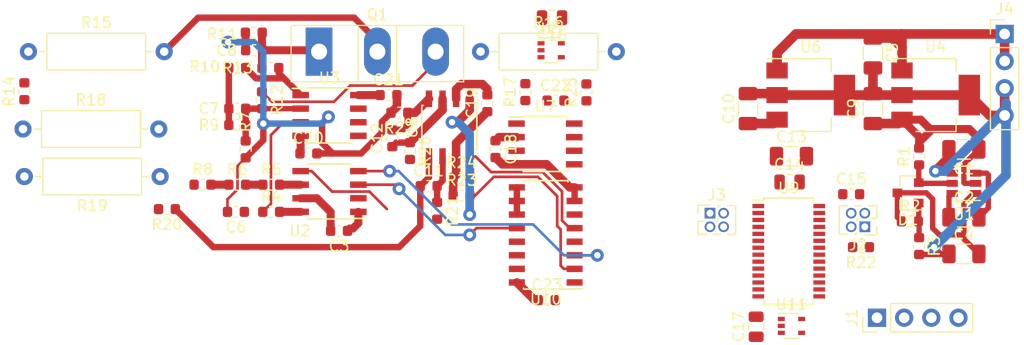
<source format=kicad_pcb>
(kicad_pcb (version 20171130) (host pcbnew "(5.0.2)-1")

  (general
    (thickness 1.6)
    (drawings 0)
    (tracks 247)
    (zones 0)
    (modules 67)
    (nets 46)
  )

  (page A4)
  (layers
    (0 F.Cu signal)
    (31 B.Cu signal)
    (32 B.Adhes user)
    (33 F.Adhes user)
    (34 B.Paste user)
    (35 F.Paste user)
    (36 B.SilkS user)
    (37 F.SilkS user)
    (38 B.Mask user)
    (39 F.Mask user)
    (40 Dwgs.User user hide)
    (41 Cmts.User user)
    (42 Eco1.User user)
    (43 Eco2.User user)
    (44 Edge.Cuts user)
    (45 Margin user hide)
    (46 B.CrtYd user)
    (47 F.CrtYd user)
    (48 B.Fab user)
    (49 F.Fab user hide)
  )

  (setup
    (last_trace_width 0.25)
    (user_trace_width 0.25)
    (user_trace_width 0.5)
    (user_trace_width 0.6)
    (user_trace_width 0.75)
    (user_trace_width 0.8)
    (user_trace_width 0.9)
    (user_trace_width 1)
    (trace_clearance 0.2)
    (zone_clearance 0.508)
    (zone_45_only no)
    (trace_min 0.2)
    (segment_width 0.2)
    (edge_width 0.15)
    (via_size 0.8)
    (via_drill 0.4)
    (via_min_size 0.4)
    (via_min_drill 0.3)
    (user_via 1.2 0.6)
    (uvia_size 0.3)
    (uvia_drill 0.1)
    (uvias_allowed no)
    (uvia_min_size 0.2)
    (uvia_min_drill 0.1)
    (pcb_text_width 0.3)
    (pcb_text_size 1.5 1.5)
    (mod_edge_width 0.15)
    (mod_text_size 1 1)
    (mod_text_width 0.15)
    (pad_size 1.524 1.524)
    (pad_drill 0.762)
    (pad_to_mask_clearance 0.051)
    (solder_mask_min_width 0.25)
    (aux_axis_origin 0 0)
    (visible_elements 7FFFFFFF)
    (pcbplotparams
      (layerselection 0x010fc_ffffffff)
      (usegerberextensions false)
      (usegerberattributes false)
      (usegerberadvancedattributes false)
      (creategerberjobfile false)
      (excludeedgelayer true)
      (linewidth 0.100000)
      (plotframeref false)
      (viasonmask false)
      (mode 1)
      (useauxorigin false)
      (hpglpennumber 1)
      (hpglpenspeed 20)
      (hpglpendiameter 15.000000)
      (psnegative false)
      (psa4output false)
      (plotreference true)
      (plotvalue true)
      (plotinvisibletext false)
      (padsonsilk false)
      (subtractmaskfromsilk false)
      (outputformat 1)
      (mirror false)
      (drillshape 1)
      (scaleselection 1)
      (outputdirectory ""))
  )

  (net 0 "")
  (net 1 "Net-(D1-Pad1)")
  (net 2 UCB0SDA)
  (net 3 UCB0SCL)
  (net 4 5V)
  (net 5 GND)
  (net 6 MSP430_TEST)
  (net 7 ~MSP430_RST)
  (net 8 3V3)
  (net 9 UCA0RXD)
  (net 10 UCA0TXD)
  (net 11 12V)
  (net 12 "Net-(Q1-Pad3)")
  (net 13 "Net-(Q1-Pad2)")
  (net 14 "Net-(C8-Pad1)")
  (net 15 "Net-(C2-Pad2)")
  (net 16 "Net-(C2-Pad1)")
  (net 17 "Net-(R4-Pad2)")
  (net 18 "Net-(R5-Pad2)")
  (net 19 ~LDAC)
  (net 20 UCB0SIMO)
  (net 21 UCB0CLK)
  (net 22 "Net-(R10-Pad2)")
  (net 23 "Net-(C7-Pad2)")
  (net 24 "Net-(C6-Pad1)")
  (net 25 LMT_SHUNT)
  (net 26 "Net-(C12-Pad1)")
  (net 27 "Net-(C11-Pad2)")
  (net 28 "Net-(C11-Pad1)")
  (net 29 LMT_BOARD)
  (net 30 "Net-(U10-Pad15)")
  (net 31 "Net-(U10-Pad10)")
  (net 32 "Net-(U10-Pad6)")
  (net 33 "Net-(U10-Pad14)")
  (net 34 "Net-(U10-Pad4)")
  (net 35 "Net-(C7-Pad1)")
  (net 36 "Net-(R5-Pad1)")
  (net 37 "Net-(R6-Pad1)")
  (net 38 "Net-(R14-Pad2)")
  (net 39 "Net-(R18-Pad2)")
  (net 40 NEG_V1)
  (net 41 "Net-(D1-Pad2)")
  (net 42 "Net-(C12-Pad2)")
  (net 43 "Net-(C22-Pad1)")
  (net 44 "Net-(C22-Pad2)")
  (net 45 "Net-(R26-Pad2)")

  (net_class Default "This is the default net class."
    (clearance 0.2)
    (trace_width 0.25)
    (via_dia 0.8)
    (via_drill 0.4)
    (uvia_dia 0.3)
    (uvia_drill 0.1)
    (diff_pair_gap 0.25)
    (diff_pair_width 0.25)
    (add_net 12V)
    (add_net 3V3)
    (add_net 5V)
    (add_net GND)
    (add_net LMT_BOARD)
    (add_net LMT_SHUNT)
    (add_net MSP430_TEST)
    (add_net NEG_V1)
    (add_net "Net-(C11-Pad1)")
    (add_net "Net-(C11-Pad2)")
    (add_net "Net-(C12-Pad1)")
    (add_net "Net-(C12-Pad2)")
    (add_net "Net-(C2-Pad1)")
    (add_net "Net-(C2-Pad2)")
    (add_net "Net-(C22-Pad1)")
    (add_net "Net-(C22-Pad2)")
    (add_net "Net-(C6-Pad1)")
    (add_net "Net-(C7-Pad1)")
    (add_net "Net-(C7-Pad2)")
    (add_net "Net-(C8-Pad1)")
    (add_net "Net-(D1-Pad1)")
    (add_net "Net-(D1-Pad2)")
    (add_net "Net-(Q1-Pad2)")
    (add_net "Net-(Q1-Pad3)")
    (add_net "Net-(R10-Pad2)")
    (add_net "Net-(R14-Pad2)")
    (add_net "Net-(R18-Pad2)")
    (add_net "Net-(R26-Pad2)")
    (add_net "Net-(R4-Pad2)")
    (add_net "Net-(R5-Pad1)")
    (add_net "Net-(R5-Pad2)")
    (add_net "Net-(R6-Pad1)")
    (add_net "Net-(U10-Pad10)")
    (add_net "Net-(U10-Pad14)")
    (add_net "Net-(U10-Pad15)")
    (add_net "Net-(U10-Pad4)")
    (add_net "Net-(U10-Pad6)")
    (add_net UCA0RXD)
    (add_net UCA0TXD)
    (add_net UCB0CLK)
    (add_net UCB0SCL)
    (add_net UCB0SDA)
    (add_net UCB0SIMO)
    (add_net ~LDAC)
    (add_net ~MSP430_RST)
  )

  (module Capacitor_SMD:C_0603_1608Metric (layer F.Cu) (tedit 5B301BBE) (tstamp 5C8243A1)
    (at 159.2835 66.421)
    (descr "Capacitor SMD 0603 (1608 Metric), square (rectangular) end terminal, IPC_7351 nominal, (Body size source: http://www.tortai-tech.com/upload/download/2011102023233369053.pdf), generated with kicad-footprint-generator")
    (tags capacitor)
    (path /5C7C5DC7)
    (attr smd)
    (fp_text reference C22 (at 0 -1.43) (layer F.SilkS)
      (effects (font (size 1 1) (thickness 0.15)))
    )
    (fp_text value C (at 0 1.43) (layer F.Fab)
      (effects (font (size 1 1) (thickness 0.15)))
    )
    (fp_line (start -0.8 0.4) (end -0.8 -0.4) (layer F.Fab) (width 0.1))
    (fp_line (start -0.8 -0.4) (end 0.8 -0.4) (layer F.Fab) (width 0.1))
    (fp_line (start 0.8 -0.4) (end 0.8 0.4) (layer F.Fab) (width 0.1))
    (fp_line (start 0.8 0.4) (end -0.8 0.4) (layer F.Fab) (width 0.1))
    (fp_line (start -0.162779 -0.51) (end 0.162779 -0.51) (layer F.SilkS) (width 0.12))
    (fp_line (start -0.162779 0.51) (end 0.162779 0.51) (layer F.SilkS) (width 0.12))
    (fp_line (start -1.48 0.73) (end -1.48 -0.73) (layer F.CrtYd) (width 0.05))
    (fp_line (start -1.48 -0.73) (end 1.48 -0.73) (layer F.CrtYd) (width 0.05))
    (fp_line (start 1.48 -0.73) (end 1.48 0.73) (layer F.CrtYd) (width 0.05))
    (fp_line (start 1.48 0.73) (end -1.48 0.73) (layer F.CrtYd) (width 0.05))
    (fp_text user %R (at 0 0) (layer F.Fab)
      (effects (font (size 0.4 0.4) (thickness 0.06)))
    )
    (pad 1 smd roundrect (at -0.7875 0) (size 0.875 0.95) (layers F.Cu F.Paste F.Mask) (roundrect_rratio 0.25)
      (net 43 "Net-(C22-Pad1)"))
    (pad 2 smd roundrect (at 0.7875 0) (size 0.875 0.95) (layers F.Cu F.Paste F.Mask) (roundrect_rratio 0.25)
      (net 44 "Net-(C22-Pad2)"))
    (model ${KISYS3DMOD}/Capacitor_SMD.3dshapes/C_0603_1608Metric.wrl
      (at (xyz 0 0 0))
      (scale (xyz 1 1 1))
      (rotate (xyz 0 0 0))
    )
  )

  (module Connector_PinHeader_2.54mm:PinHeader_1x04_P2.54mm_Vertical (layer F.Cu) (tedit 59FED5CC) (tstamp 5C7E4B76)
    (at 189.357 86.741 90)
    (descr "Through hole straight pin header, 1x04, 2.54mm pitch, single row")
    (tags "Through hole pin header THT 1x04 2.54mm single row")
    (path /5C70C21B/5C8AD09C)
    (fp_text reference J1 (at 0 -2.33 90) (layer F.SilkS)
      (effects (font (size 1 1) (thickness 0.15)))
    )
    (fp_text value Conn_01x04 (at 0 9.95 90) (layer F.Fab)
      (effects (font (size 1 1) (thickness 0.15)))
    )
    (fp_text user %R (at 0 3.81 180) (layer F.Fab)
      (effects (font (size 1 1) (thickness 0.15)))
    )
    (fp_line (start 1.8 -1.8) (end -1.8 -1.8) (layer F.CrtYd) (width 0.05))
    (fp_line (start 1.8 9.4) (end 1.8 -1.8) (layer F.CrtYd) (width 0.05))
    (fp_line (start -1.8 9.4) (end 1.8 9.4) (layer F.CrtYd) (width 0.05))
    (fp_line (start -1.8 -1.8) (end -1.8 9.4) (layer F.CrtYd) (width 0.05))
    (fp_line (start -1.33 -1.33) (end 0 -1.33) (layer F.SilkS) (width 0.12))
    (fp_line (start -1.33 0) (end -1.33 -1.33) (layer F.SilkS) (width 0.12))
    (fp_line (start -1.33 1.27) (end 1.33 1.27) (layer F.SilkS) (width 0.12))
    (fp_line (start 1.33 1.27) (end 1.33 8.95) (layer F.SilkS) (width 0.12))
    (fp_line (start -1.33 1.27) (end -1.33 8.95) (layer F.SilkS) (width 0.12))
    (fp_line (start -1.33 8.95) (end 1.33 8.95) (layer F.SilkS) (width 0.12))
    (fp_line (start -1.27 -0.635) (end -0.635 -1.27) (layer F.Fab) (width 0.1))
    (fp_line (start -1.27 8.89) (end -1.27 -0.635) (layer F.Fab) (width 0.1))
    (fp_line (start 1.27 8.89) (end -1.27 8.89) (layer F.Fab) (width 0.1))
    (fp_line (start 1.27 -1.27) (end 1.27 8.89) (layer F.Fab) (width 0.1))
    (fp_line (start -0.635 -1.27) (end 1.27 -1.27) (layer F.Fab) (width 0.1))
    (pad 4 thru_hole oval (at 0 7.62 90) (size 1.7 1.7) (drill 1) (layers *.Cu *.Mask)
      (net 2 UCB0SDA))
    (pad 3 thru_hole oval (at 0 5.08 90) (size 1.7 1.7) (drill 1) (layers *.Cu *.Mask)
      (net 3 UCB0SCL))
    (pad 2 thru_hole oval (at 0 2.54 90) (size 1.7 1.7) (drill 1) (layers *.Cu *.Mask)
      (net 4 5V))
    (pad 1 thru_hole rect (at 0 0 90) (size 1.7 1.7) (drill 1) (layers *.Cu *.Mask)
      (net 5 GND))
    (model ${KISYS3DMOD}/Connector_PinHeader_2.54mm.3dshapes/PinHeader_1x04_P2.54mm_Vertical.wrl
      (at (xyz 0 0 0))
      (scale (xyz 1 1 1))
      (rotate (xyz 0 0 0))
    )
  )

  (module Connector_PinHeader_2.54mm:PinHeader_1x04_P2.54mm_Vertical (layer F.Cu) (tedit 59FED5CC) (tstamp 5C7E4242)
    (at 201.295 60.198)
    (descr "Through hole straight pin header, 1x04, 2.54mm pitch, single row")
    (tags "Through hole pin header THT 1x04 2.54mm single row")
    (path /5C911213)
    (fp_text reference J4 (at 0 -2.33) (layer F.SilkS)
      (effects (font (size 1 1) (thickness 0.15)))
    )
    (fp_text value Conn_01x04 (at 0 9.95) (layer F.Fab)
      (effects (font (size 1 1) (thickness 0.15)))
    )
    (fp_line (start -0.635 -1.27) (end 1.27 -1.27) (layer F.Fab) (width 0.1))
    (fp_line (start 1.27 -1.27) (end 1.27 8.89) (layer F.Fab) (width 0.1))
    (fp_line (start 1.27 8.89) (end -1.27 8.89) (layer F.Fab) (width 0.1))
    (fp_line (start -1.27 8.89) (end -1.27 -0.635) (layer F.Fab) (width 0.1))
    (fp_line (start -1.27 -0.635) (end -0.635 -1.27) (layer F.Fab) (width 0.1))
    (fp_line (start -1.33 8.95) (end 1.33 8.95) (layer F.SilkS) (width 0.12))
    (fp_line (start -1.33 1.27) (end -1.33 8.95) (layer F.SilkS) (width 0.12))
    (fp_line (start 1.33 1.27) (end 1.33 8.95) (layer F.SilkS) (width 0.12))
    (fp_line (start -1.33 1.27) (end 1.33 1.27) (layer F.SilkS) (width 0.12))
    (fp_line (start -1.33 0) (end -1.33 -1.33) (layer F.SilkS) (width 0.12))
    (fp_line (start -1.33 -1.33) (end 0 -1.33) (layer F.SilkS) (width 0.12))
    (fp_line (start -1.8 -1.8) (end -1.8 9.4) (layer F.CrtYd) (width 0.05))
    (fp_line (start -1.8 9.4) (end 1.8 9.4) (layer F.CrtYd) (width 0.05))
    (fp_line (start 1.8 9.4) (end 1.8 -1.8) (layer F.CrtYd) (width 0.05))
    (fp_line (start 1.8 -1.8) (end -1.8 -1.8) (layer F.CrtYd) (width 0.05))
    (fp_text user %R (at 0 3.81 90) (layer F.Fab)
      (effects (font (size 1 1) (thickness 0.15)))
    )
    (pad 1 thru_hole rect (at 0 0) (size 1.7 1.7) (drill 1) (layers *.Cu *.Mask)
      (net 11 12V))
    (pad 2 thru_hole oval (at 0 2.54) (size 1.7 1.7) (drill 1) (layers *.Cu *.Mask)
      (net 11 12V))
    (pad 3 thru_hole oval (at 0 5.08) (size 1.7 1.7) (drill 1) (layers *.Cu *.Mask)
      (net 5 GND))
    (pad 4 thru_hole oval (at 0 7.62) (size 1.7 1.7) (drill 1) (layers *.Cu *.Mask)
      (net 5 GND))
    (model ${KISYS3DMOD}/Connector_PinHeader_2.54mm.3dshapes/PinHeader_1x04_P2.54mm_Vertical.wrl
      (at (xyz 0 0 0))
      (scale (xyz 1 1 1))
      (rotate (xyz 0 0 0))
    )
  )

  (module Package_TO_SOT_THT:TO-247-3_Vertical (layer F.Cu) (tedit 5AC86DC3) (tstamp 5C7E425A)
    (at 137.171 61.849)
    (descr "TO-247-3, Vertical, RM 5.45mm, see https://toshiba.semicon-storage.com/us/product/mosfet/to-247-4l.html")
    (tags "TO-247-3 Vertical RM 5.45mm")
    (path /5C7371C2)
    (fp_text reference Q1 (at 5.45 -3.45) (layer F.SilkS)
      (effects (font (size 1 1) (thickness 0.15)))
    )
    (fp_text value Q_NMOS_GDS (at 5.45 3.95) (layer F.Fab)
      (effects (font (size 1 1) (thickness 0.15)))
    )
    (fp_text user %R (at 5.45 -3.45) (layer F.Fab)
      (effects (font (size 1 1) (thickness 0.15)))
    )
    (fp_line (start 13.65 -2.59) (end -2.75 -2.59) (layer F.CrtYd) (width 0.05))
    (fp_line (start 13.65 2.95) (end 13.65 -2.59) (layer F.CrtYd) (width 0.05))
    (fp_line (start -2.75 2.95) (end 13.65 2.95) (layer F.CrtYd) (width 0.05))
    (fp_line (start -2.75 -2.59) (end -2.75 2.95) (layer F.CrtYd) (width 0.05))
    (fp_line (start 7.255 -2.451) (end 7.255 2.82) (layer F.SilkS) (width 0.12))
    (fp_line (start 3.646 -2.451) (end 3.646 2.82) (layer F.SilkS) (width 0.12))
    (fp_line (start 13.52 -2.451) (end 13.52 2.82) (layer F.SilkS) (width 0.12))
    (fp_line (start -2.62 -2.451) (end -2.62 2.82) (layer F.SilkS) (width 0.12))
    (fp_line (start -2.62 2.82) (end 13.52 2.82) (layer F.SilkS) (width 0.12))
    (fp_line (start -2.62 -2.451) (end 13.52 -2.451) (layer F.SilkS) (width 0.12))
    (fp_line (start 7.255 -2.33) (end 7.255 2.7) (layer F.Fab) (width 0.1))
    (fp_line (start 3.645 -2.33) (end 3.645 2.7) (layer F.Fab) (width 0.1))
    (fp_line (start 13.4 -2.33) (end -2.5 -2.33) (layer F.Fab) (width 0.1))
    (fp_line (start 13.4 2.7) (end 13.4 -2.33) (layer F.Fab) (width 0.1))
    (fp_line (start -2.5 2.7) (end 13.4 2.7) (layer F.Fab) (width 0.1))
    (fp_line (start -2.5 -2.33) (end -2.5 2.7) (layer F.Fab) (width 0.1))
    (pad 3 thru_hole oval (at 10.9 0) (size 2.5 4.5) (drill 1.5) (layers *.Cu *.Mask)
      (net 12 "Net-(Q1-Pad3)"))
    (pad 2 thru_hole oval (at 5.45 0) (size 2.5 4.5) (drill 1.5) (layers *.Cu *.Mask)
      (net 13 "Net-(Q1-Pad2)"))
    (pad 1 thru_hole rect (at 0 0) (size 2.5 4.5) (drill 1.5) (layers *.Cu *.Mask)
      (net 14 "Net-(C8-Pad1)"))
    (model ${KISYS3DMOD}/Package_TO_SOT_THT.3dshapes/TO-247-3_Vertical.wrl
      (at (xyz 0 0 0))
      (scale (xyz 1 1 1))
      (rotate (xyz 0 0 0))
    )
  )

  (module Package_TO_SOT_SMD:SOT-23-6 (layer F.Cu) (tedit 5A02FF57) (tstamp 5C7E4288)
    (at 197.485 74.168 180)
    (descr "6-pin SOT-23 package")
    (tags SOT-23-6)
    (path /5C6EA6B0)
    (attr smd)
    (fp_text reference U1 (at 0 -2.9 180) (layer F.SilkS)
      (effects (font (size 1 1) (thickness 0.15)))
    )
    (fp_text value NCP1729 (at 0 2.9 180) (layer F.Fab)
      (effects (font (size 1 1) (thickness 0.15)))
    )
    (fp_text user %R (at 0 0 270) (layer F.Fab)
      (effects (font (size 0.5 0.5) (thickness 0.075)))
    )
    (fp_line (start -0.9 1.61) (end 0.9 1.61) (layer F.SilkS) (width 0.12))
    (fp_line (start 0.9 -1.61) (end -1.55 -1.61) (layer F.SilkS) (width 0.12))
    (fp_line (start 1.9 -1.8) (end -1.9 -1.8) (layer F.CrtYd) (width 0.05))
    (fp_line (start 1.9 1.8) (end 1.9 -1.8) (layer F.CrtYd) (width 0.05))
    (fp_line (start -1.9 1.8) (end 1.9 1.8) (layer F.CrtYd) (width 0.05))
    (fp_line (start -1.9 -1.8) (end -1.9 1.8) (layer F.CrtYd) (width 0.05))
    (fp_line (start -0.9 -0.9) (end -0.25 -1.55) (layer F.Fab) (width 0.1))
    (fp_line (start 0.9 -1.55) (end -0.25 -1.55) (layer F.Fab) (width 0.1))
    (fp_line (start -0.9 -0.9) (end -0.9 1.55) (layer F.Fab) (width 0.1))
    (fp_line (start 0.9 1.55) (end -0.9 1.55) (layer F.Fab) (width 0.1))
    (fp_line (start 0.9 -1.55) (end 0.9 1.55) (layer F.Fab) (width 0.1))
    (pad 1 smd rect (at -1.1 -0.95 180) (size 1.06 0.65) (layers F.Cu F.Paste F.Mask)
      (net 40 NEG_V1))
    (pad 2 smd rect (at -1.1 0 180) (size 1.06 0.65) (layers F.Cu F.Paste F.Mask)
      (net 4 5V))
    (pad 3 smd rect (at -1.1 0.95 180) (size 1.06 0.65) (layers F.Cu F.Paste F.Mask)
      (net 15 "Net-(C2-Pad2)"))
    (pad 4 smd rect (at 1.1 0.95 180) (size 1.06 0.65) (layers F.Cu F.Paste F.Mask)
      (net 5 GND))
    (pad 6 smd rect (at 1.1 -0.95 180) (size 1.06 0.65) (layers F.Cu F.Paste F.Mask)
      (net 16 "Net-(C2-Pad1)"))
    (pad 5 smd rect (at 1.1 0 180) (size 1.06 0.65) (layers F.Cu F.Paste F.Mask)
      (net 41 "Net-(D1-Pad2)"))
    (model ${KISYS3DMOD}/Package_TO_SOT_SMD.3dshapes/SOT-23-6.wrl
      (at (xyz 0 0 0))
      (scale (xyz 1 1 1))
      (rotate (xyz 0 0 0))
    )
  )

  (module Package_SO:SOIC-8_3.9x4.9mm_P1.27mm (layer F.Cu) (tedit 5A02F2D3) (tstamp 5C8B64DC)
    (at 138.143 74.93 180)
    (descr "8-Lead Plastic Small Outline (SN) - Narrow, 3.90 mm Body [SOIC] (see Microchip Packaging Specification http://ww1.microchip.com/downloads/en/PackagingSpec/00000049BQ.pdf)")
    (tags "SOIC 1.27")
    (path /5C70BA30)
    (attr smd)
    (fp_text reference U2 (at 2.761 -3.683 180) (layer F.SilkS)
      (effects (font (size 1 1) (thickness 0.15)))
    )
    (fp_text value MCP4822 (at 0 3.5 180) (layer F.Fab)
      (effects (font (size 1 1) (thickness 0.15)))
    )
    (fp_line (start -2.075 -2.525) (end -3.475 -2.525) (layer F.SilkS) (width 0.15))
    (fp_line (start -2.075 2.575) (end 2.075 2.575) (layer F.SilkS) (width 0.15))
    (fp_line (start -2.075 -2.575) (end 2.075 -2.575) (layer F.SilkS) (width 0.15))
    (fp_line (start -2.075 2.575) (end -2.075 2.43) (layer F.SilkS) (width 0.15))
    (fp_line (start 2.075 2.575) (end 2.075 2.43) (layer F.SilkS) (width 0.15))
    (fp_line (start 2.075 -2.575) (end 2.075 -2.43) (layer F.SilkS) (width 0.15))
    (fp_line (start -2.075 -2.575) (end -2.075 -2.525) (layer F.SilkS) (width 0.15))
    (fp_line (start -3.73 2.7) (end 3.73 2.7) (layer F.CrtYd) (width 0.05))
    (fp_line (start -3.73 -2.7) (end 3.73 -2.7) (layer F.CrtYd) (width 0.05))
    (fp_line (start 3.73 -2.7) (end 3.73 2.7) (layer F.CrtYd) (width 0.05))
    (fp_line (start -3.73 -2.7) (end -3.73 2.7) (layer F.CrtYd) (width 0.05))
    (fp_line (start -1.95 -1.45) (end -0.95 -2.45) (layer F.Fab) (width 0.1))
    (fp_line (start -1.95 2.45) (end -1.95 -1.45) (layer F.Fab) (width 0.1))
    (fp_line (start 1.95 2.45) (end -1.95 2.45) (layer F.Fab) (width 0.1))
    (fp_line (start 1.95 -2.45) (end 1.95 2.45) (layer F.Fab) (width 0.1))
    (fp_line (start -0.95 -2.45) (end 1.95 -2.45) (layer F.Fab) (width 0.1))
    (fp_text user %R (at 0 0 180) (layer F.Fab)
      (effects (font (size 1 1) (thickness 0.15)))
    )
    (pad 8 smd rect (at 2.7 -1.905 180) (size 1.55 0.6) (layers F.Cu F.Paste F.Mask)
      (net 17 "Net-(R4-Pad2)"))
    (pad 7 smd rect (at 2.7 -0.635 180) (size 1.55 0.6) (layers F.Cu F.Paste F.Mask)
      (net 5 GND))
    (pad 6 smd rect (at 2.7 0.635 180) (size 1.55 0.6) (layers F.Cu F.Paste F.Mask)
      (net 18 "Net-(R5-Pad2)"))
    (pad 5 smd rect (at 2.7 1.905 180) (size 1.55 0.6) (layers F.Cu F.Paste F.Mask)
      (net 19 ~LDAC))
    (pad 4 smd rect (at -2.7 1.905 180) (size 1.55 0.6) (layers F.Cu F.Paste F.Mask)
      (net 20 UCB0SIMO))
    (pad 3 smd rect (at -2.7 0.635 180) (size 1.55 0.6) (layers F.Cu F.Paste F.Mask)
      (net 21 UCB0CLK))
    (pad 2 smd rect (at -2.7 -0.635 180) (size 1.55 0.6) (layers F.Cu F.Paste F.Mask))
    (pad 1 smd rect (at -2.7 -1.905 180) (size 1.55 0.6) (layers F.Cu F.Paste F.Mask)
      (net 8 3V3))
    (model ${KISYS3DMOD}/Package_SO.3dshapes/SOIC-8_3.9x4.9mm_P1.27mm.wrl
      (at (xyz 0 0 0))
      (scale (xyz 1 1 1))
      (rotate (xyz 0 0 0))
    )
  )

  (module Package_SO:SOIC-8_3.9x4.9mm_P1.27mm (layer F.Cu) (tedit 5A02F2D3) (tstamp 5C8211B6)
    (at 138.143 67.818)
    (descr "8-Lead Plastic Small Outline (SN) - Narrow, 3.90 mm Body [SOIC] (see Microchip Packaging Specification http://ww1.microchip.com/downloads/en/PackagingSpec/00000049BQ.pdf)")
    (tags "SOIC 1.27")
    (path /5C70A17B)
    (attr smd)
    (fp_text reference U3 (at 0 -3.5) (layer F.SilkS)
      (effects (font (size 1 1) (thickness 0.15)))
    )
    (fp_text value OPA2227_SO8 (at 0 3.5) (layer F.Fab)
      (effects (font (size 1 1) (thickness 0.15)))
    )
    (fp_text user %R (at 0 0) (layer F.Fab)
      (effects (font (size 1 1) (thickness 0.15)))
    )
    (fp_line (start -0.95 -2.45) (end 1.95 -2.45) (layer F.Fab) (width 0.1))
    (fp_line (start 1.95 -2.45) (end 1.95 2.45) (layer F.Fab) (width 0.1))
    (fp_line (start 1.95 2.45) (end -1.95 2.45) (layer F.Fab) (width 0.1))
    (fp_line (start -1.95 2.45) (end -1.95 -1.45) (layer F.Fab) (width 0.1))
    (fp_line (start -1.95 -1.45) (end -0.95 -2.45) (layer F.Fab) (width 0.1))
    (fp_line (start -3.73 -2.7) (end -3.73 2.7) (layer F.CrtYd) (width 0.05))
    (fp_line (start 3.73 -2.7) (end 3.73 2.7) (layer F.CrtYd) (width 0.05))
    (fp_line (start -3.73 -2.7) (end 3.73 -2.7) (layer F.CrtYd) (width 0.05))
    (fp_line (start -3.73 2.7) (end 3.73 2.7) (layer F.CrtYd) (width 0.05))
    (fp_line (start -2.075 -2.575) (end -2.075 -2.525) (layer F.SilkS) (width 0.15))
    (fp_line (start 2.075 -2.575) (end 2.075 -2.43) (layer F.SilkS) (width 0.15))
    (fp_line (start 2.075 2.575) (end 2.075 2.43) (layer F.SilkS) (width 0.15))
    (fp_line (start -2.075 2.575) (end -2.075 2.43) (layer F.SilkS) (width 0.15))
    (fp_line (start -2.075 -2.575) (end 2.075 -2.575) (layer F.SilkS) (width 0.15))
    (fp_line (start -2.075 2.575) (end 2.075 2.575) (layer F.SilkS) (width 0.15))
    (fp_line (start -2.075 -2.525) (end -3.475 -2.525) (layer F.SilkS) (width 0.15))
    (pad 1 smd rect (at -2.7 -1.905) (size 1.55 0.6) (layers F.Cu F.Paste F.Mask)
      (net 22 "Net-(R10-Pad2)"))
    (pad 2 smd rect (at -2.7 -0.635) (size 1.55 0.6) (layers F.Cu F.Paste F.Mask)
      (net 23 "Net-(C7-Pad2)"))
    (pad 3 smd rect (at -2.7 0.635) (size 1.55 0.6) (layers F.Cu F.Paste F.Mask)
      (net 24 "Net-(C6-Pad1)"))
    (pad 4 smd rect (at -2.7 1.905) (size 1.55 0.6) (layers F.Cu F.Paste F.Mask)
      (net 40 NEG_V1))
    (pad 5 smd rect (at 2.7 1.905) (size 1.55 0.6) (layers F.Cu F.Paste F.Mask))
    (pad 6 smd rect (at 2.7 0.635) (size 1.55 0.6) (layers F.Cu F.Paste F.Mask))
    (pad 7 smd rect (at 2.7 -0.635) (size 1.55 0.6) (layers F.Cu F.Paste F.Mask))
    (pad 8 smd rect (at 2.7 -1.905) (size 1.55 0.6) (layers F.Cu F.Paste F.Mask)
      (net 4 5V))
    (model ${KISYS3DMOD}/Package_SO.3dshapes/SOIC-8_3.9x4.9mm_P1.27mm.wrl
      (at (xyz 0 0 0))
      (scale (xyz 1 1 1))
      (rotate (xyz 0 0 0))
    )
  )

  (module Package_TO_SOT_SMD:SOT-223-3_TabPin2 (layer F.Cu) (tedit 5A02FF57) (tstamp 5C7E4D72)
    (at 194.843 65.913)
    (descr "module CMS SOT223 4 pins")
    (tags "CMS SOT")
    (path /5C6B11A5)
    (attr smd)
    (fp_text reference U4 (at 0 -4.5) (layer F.SilkS)
      (effects (font (size 1 1) (thickness 0.15)))
    )
    (fp_text value MCP1703A-5002_SOT223 (at 0 4.5) (layer F.Fab)
      (effects (font (size 1 1) (thickness 0.15)))
    )
    (fp_text user %R (at 0 0 90) (layer F.Fab)
      (effects (font (size 0.8 0.8) (thickness 0.12)))
    )
    (fp_line (start 1.91 3.41) (end 1.91 2.15) (layer F.SilkS) (width 0.12))
    (fp_line (start 1.91 -3.41) (end 1.91 -2.15) (layer F.SilkS) (width 0.12))
    (fp_line (start 4.4 -3.6) (end -4.4 -3.6) (layer F.CrtYd) (width 0.05))
    (fp_line (start 4.4 3.6) (end 4.4 -3.6) (layer F.CrtYd) (width 0.05))
    (fp_line (start -4.4 3.6) (end 4.4 3.6) (layer F.CrtYd) (width 0.05))
    (fp_line (start -4.4 -3.6) (end -4.4 3.6) (layer F.CrtYd) (width 0.05))
    (fp_line (start -1.85 -2.35) (end -0.85 -3.35) (layer F.Fab) (width 0.1))
    (fp_line (start -1.85 -2.35) (end -1.85 3.35) (layer F.Fab) (width 0.1))
    (fp_line (start -1.85 3.41) (end 1.91 3.41) (layer F.SilkS) (width 0.12))
    (fp_line (start -0.85 -3.35) (end 1.85 -3.35) (layer F.Fab) (width 0.1))
    (fp_line (start -4.1 -3.41) (end 1.91 -3.41) (layer F.SilkS) (width 0.12))
    (fp_line (start -1.85 3.35) (end 1.85 3.35) (layer F.Fab) (width 0.1))
    (fp_line (start 1.85 -3.35) (end 1.85 3.35) (layer F.Fab) (width 0.1))
    (pad 2 smd rect (at 3.15 0) (size 2 3.8) (layers F.Cu F.Paste F.Mask)
      (net 5 GND))
    (pad 2 smd rect (at -3.15 0) (size 2 1.5) (layers F.Cu F.Paste F.Mask)
      (net 5 GND))
    (pad 3 smd rect (at -3.15 2.3) (size 2 1.5) (layers F.Cu F.Paste F.Mask)
      (net 4 5V))
    (pad 1 smd rect (at -3.15 -2.3) (size 2 1.5) (layers F.Cu F.Paste F.Mask)
      (net 11 12V))
    (model ${KISYS3DMOD}/Package_TO_SOT_SMD.3dshapes/SOT-223.wrl
      (at (xyz 0 0 0))
      (scale (xyz 1 1 1))
      (rotate (xyz 0 0 0))
    )
  )

  (module Package_TO_SOT_SMD:SOT-353_SC-70-5 (layer F.Cu) (tedit 5A02FF57) (tstamp 5C7E42ED)
    (at 158.877 61.722)
    (descr "SOT-353, SC-70-5")
    (tags "SOT-353 SC-70-5")
    (path /5C6FF1E8)
    (attr smd)
    (fp_text reference U5 (at 0 -2) (layer F.SilkS)
      (effects (font (size 1 1) (thickness 0.15)))
    )
    (fp_text value LMT86DCK (at 0 2 180) (layer F.Fab)
      (effects (font (size 1 1) (thickness 0.15)))
    )
    (fp_line (start -0.175 -1.1) (end -0.675 -0.6) (layer F.Fab) (width 0.1))
    (fp_line (start 0.675 1.1) (end -0.675 1.1) (layer F.Fab) (width 0.1))
    (fp_line (start 0.675 -1.1) (end 0.675 1.1) (layer F.Fab) (width 0.1))
    (fp_line (start -1.6 1.4) (end 1.6 1.4) (layer F.CrtYd) (width 0.05))
    (fp_line (start -0.675 -0.6) (end -0.675 1.1) (layer F.Fab) (width 0.1))
    (fp_line (start 0.675 -1.1) (end -0.175 -1.1) (layer F.Fab) (width 0.1))
    (fp_line (start -1.6 -1.4) (end 1.6 -1.4) (layer F.CrtYd) (width 0.05))
    (fp_line (start -1.6 -1.4) (end -1.6 1.4) (layer F.CrtYd) (width 0.05))
    (fp_line (start 1.6 1.4) (end 1.6 -1.4) (layer F.CrtYd) (width 0.05))
    (fp_line (start -0.7 1.16) (end 0.7 1.16) (layer F.SilkS) (width 0.12))
    (fp_line (start 0.7 -1.16) (end -1.2 -1.16) (layer F.SilkS) (width 0.12))
    (fp_text user %R (at 0 0 90) (layer F.Fab)
      (effects (font (size 0.5 0.5) (thickness 0.075)))
    )
    (pad 5 smd rect (at 0.95 -0.65) (size 0.65 0.4) (layers F.Cu F.Paste F.Mask)
      (net 8 3V3))
    (pad 4 smd rect (at 0.95 0.65) (size 0.65 0.4) (layers F.Cu F.Paste F.Mask)
      (net 8 3V3))
    (pad 2 smd rect (at -0.95 0) (size 0.65 0.4) (layers F.Cu F.Paste F.Mask)
      (net 5 GND))
    (pad 3 smd rect (at -0.95 0.65) (size 0.65 0.4) (layers F.Cu F.Paste F.Mask)
      (net 25 LMT_SHUNT))
    (pad 1 smd rect (at -0.95 -0.65) (size 0.65 0.4) (layers F.Cu F.Paste F.Mask)
      (net 5 GND))
    (model ${KISYS3DMOD}/Package_TO_SOT_SMD.3dshapes/SOT-353_SC-70-5.wrl
      (at (xyz 0 0 0))
      (scale (xyz 1 1 1))
      (rotate (xyz 0 0 0))
    )
  )

  (module Package_TO_SOT_SMD:SOT-223-3_TabPin2 (layer F.Cu) (tedit 5A02FF57) (tstamp 5C7E4303)
    (at 183.159 65.913)
    (descr "module CMS SOT223 4 pins")
    (tags "CMS SOT")
    (path /5C6EA7BF)
    (attr smd)
    (fp_text reference U6 (at 0 -4.5) (layer F.SilkS)
      (effects (font (size 1 1) (thickness 0.15)))
    )
    (fp_text value MCP1703A-3302_SOT223 (at 0 4.5) (layer F.Fab)
      (effects (font (size 1 1) (thickness 0.15)))
    )
    (fp_line (start 1.85 -3.35) (end 1.85 3.35) (layer F.Fab) (width 0.1))
    (fp_line (start -1.85 3.35) (end 1.85 3.35) (layer F.Fab) (width 0.1))
    (fp_line (start -4.1 -3.41) (end 1.91 -3.41) (layer F.SilkS) (width 0.12))
    (fp_line (start -0.85 -3.35) (end 1.85 -3.35) (layer F.Fab) (width 0.1))
    (fp_line (start -1.85 3.41) (end 1.91 3.41) (layer F.SilkS) (width 0.12))
    (fp_line (start -1.85 -2.35) (end -1.85 3.35) (layer F.Fab) (width 0.1))
    (fp_line (start -1.85 -2.35) (end -0.85 -3.35) (layer F.Fab) (width 0.1))
    (fp_line (start -4.4 -3.6) (end -4.4 3.6) (layer F.CrtYd) (width 0.05))
    (fp_line (start -4.4 3.6) (end 4.4 3.6) (layer F.CrtYd) (width 0.05))
    (fp_line (start 4.4 3.6) (end 4.4 -3.6) (layer F.CrtYd) (width 0.05))
    (fp_line (start 4.4 -3.6) (end -4.4 -3.6) (layer F.CrtYd) (width 0.05))
    (fp_line (start 1.91 -3.41) (end 1.91 -2.15) (layer F.SilkS) (width 0.12))
    (fp_line (start 1.91 3.41) (end 1.91 2.15) (layer F.SilkS) (width 0.12))
    (fp_text user %R (at 0 0 90) (layer F.Fab)
      (effects (font (size 0.8 0.8) (thickness 0.12)))
    )
    (pad 1 smd rect (at -3.15 -2.3) (size 2 1.5) (layers F.Cu F.Paste F.Mask)
      (net 11 12V))
    (pad 3 smd rect (at -3.15 2.3) (size 2 1.5) (layers F.Cu F.Paste F.Mask)
      (net 8 3V3))
    (pad 2 smd rect (at -3.15 0) (size 2 1.5) (layers F.Cu F.Paste F.Mask)
      (net 5 GND))
    (pad 2 smd rect (at 3.15 0) (size 2 3.8) (layers F.Cu F.Paste F.Mask)
      (net 5 GND))
    (model ${KISYS3DMOD}/Package_TO_SOT_SMD.3dshapes/SOT-223.wrl
      (at (xyz 0 0 0))
      (scale (xyz 1 1 1))
      (rotate (xyz 0 0 0))
    )
  )

  (module Package_SO:SOIC-8_3.9x4.9mm_P1.27mm (layer F.Cu) (tedit 5A02F2D3) (tstamp 5C7E4320)
    (at 158.336 70.485)
    (descr "8-Lead Plastic Small Outline (SN) - Narrow, 3.90 mm Body [SOIC] (see Microchip Packaging Specification http://ww1.microchip.com/downloads/en/PackagingSpec/00000049BQ.pdf)")
    (tags "SOIC 1.27")
    (path /5C7D5572)
    (attr smd)
    (fp_text reference U7 (at 0 -3.5) (layer F.SilkS)
      (effects (font (size 1 1) (thickness 0.15)))
    )
    (fp_text value MAX4080S (at 0 3.5) (layer F.Fab)
      (effects (font (size 1 1) (thickness 0.15)))
    )
    (fp_text user %R (at 0 0) (layer F.Fab)
      (effects (font (size 1 1) (thickness 0.15)))
    )
    (fp_line (start -0.95 -2.45) (end 1.95 -2.45) (layer F.Fab) (width 0.1))
    (fp_line (start 1.95 -2.45) (end 1.95 2.45) (layer F.Fab) (width 0.1))
    (fp_line (start 1.95 2.45) (end -1.95 2.45) (layer F.Fab) (width 0.1))
    (fp_line (start -1.95 2.45) (end -1.95 -1.45) (layer F.Fab) (width 0.1))
    (fp_line (start -1.95 -1.45) (end -0.95 -2.45) (layer F.Fab) (width 0.1))
    (fp_line (start -3.73 -2.7) (end -3.73 2.7) (layer F.CrtYd) (width 0.05))
    (fp_line (start 3.73 -2.7) (end 3.73 2.7) (layer F.CrtYd) (width 0.05))
    (fp_line (start -3.73 -2.7) (end 3.73 -2.7) (layer F.CrtYd) (width 0.05))
    (fp_line (start -3.73 2.7) (end 3.73 2.7) (layer F.CrtYd) (width 0.05))
    (fp_line (start -2.075 -2.575) (end -2.075 -2.525) (layer F.SilkS) (width 0.15))
    (fp_line (start 2.075 -2.575) (end 2.075 -2.43) (layer F.SilkS) (width 0.15))
    (fp_line (start 2.075 2.575) (end 2.075 2.43) (layer F.SilkS) (width 0.15))
    (fp_line (start -2.075 2.575) (end -2.075 2.43) (layer F.SilkS) (width 0.15))
    (fp_line (start -2.075 -2.575) (end 2.075 -2.575) (layer F.SilkS) (width 0.15))
    (fp_line (start -2.075 2.575) (end 2.075 2.575) (layer F.SilkS) (width 0.15))
    (fp_line (start -2.075 -2.525) (end -3.475 -2.525) (layer F.SilkS) (width 0.15))
    (pad 1 smd rect (at -2.7 -1.905) (size 1.55 0.6) (layers F.Cu F.Paste F.Mask)
      (net 43 "Net-(C22-Pad1)"))
    (pad 2 smd rect (at -2.7 -0.635) (size 1.55 0.6) (layers F.Cu F.Paste F.Mask)
      (net 8 3V3))
    (pad 3 smd rect (at -2.7 0.635) (size 1.55 0.6) (layers F.Cu F.Paste F.Mask))
    (pad 4 smd rect (at -2.7 1.905) (size 1.55 0.6) (layers F.Cu F.Paste F.Mask)
      (net 5 GND))
    (pad 5 smd rect (at 2.7 1.905) (size 1.55 0.6) (layers F.Cu F.Paste F.Mask)
      (net 45 "Net-(R26-Pad2)"))
    (pad 6 smd rect (at 2.7 0.635) (size 1.55 0.6) (layers F.Cu F.Paste F.Mask))
    (pad 7 smd rect (at 2.7 -0.635) (size 1.55 0.6) (layers F.Cu F.Paste F.Mask))
    (pad 8 smd rect (at 2.7 -1.905) (size 1.55 0.6) (layers F.Cu F.Paste F.Mask)
      (net 44 "Net-(C22-Pad2)"))
    (model ${KISYS3DMOD}/Package_SO.3dshapes/SOIC-8_3.9x4.9mm_P1.27mm.wrl
      (at (xyz 0 0 0))
      (scale (xyz 1 1 1))
      (rotate (xyz 0 0 0))
    )
  )

  (module Package_SO:SOIC-8_3.9x4.9mm_P1.27mm (layer F.Cu) (tedit 5A02F2D3) (tstamp 5C7E433D)
    (at 149.352 68.961 90)
    (descr "8-Lead Plastic Small Outline (SN) - Narrow, 3.90 mm Body [SOIC] (see Microchip Packaging Specification http://ww1.microchip.com/downloads/en/PackagingSpec/00000049BQ.pdf)")
    (tags "SOIC 1.27")
    (path /5C7CBAD6)
    (attr smd)
    (fp_text reference U8 (at 0 -3.5 90) (layer F.SilkS)
      (effects (font (size 1 1) (thickness 0.15)))
    )
    (fp_text value MCP3422 (at 0 3.5 90) (layer F.Fab)
      (effects (font (size 1 1) (thickness 0.15)))
    )
    (fp_line (start -2.075 -2.525) (end -3.475 -2.525) (layer F.SilkS) (width 0.15))
    (fp_line (start -2.075 2.575) (end 2.075 2.575) (layer F.SilkS) (width 0.15))
    (fp_line (start -2.075 -2.575) (end 2.075 -2.575) (layer F.SilkS) (width 0.15))
    (fp_line (start -2.075 2.575) (end -2.075 2.43) (layer F.SilkS) (width 0.15))
    (fp_line (start 2.075 2.575) (end 2.075 2.43) (layer F.SilkS) (width 0.15))
    (fp_line (start 2.075 -2.575) (end 2.075 -2.43) (layer F.SilkS) (width 0.15))
    (fp_line (start -2.075 -2.575) (end -2.075 -2.525) (layer F.SilkS) (width 0.15))
    (fp_line (start -3.73 2.7) (end 3.73 2.7) (layer F.CrtYd) (width 0.05))
    (fp_line (start -3.73 -2.7) (end 3.73 -2.7) (layer F.CrtYd) (width 0.05))
    (fp_line (start 3.73 -2.7) (end 3.73 2.7) (layer F.CrtYd) (width 0.05))
    (fp_line (start -3.73 -2.7) (end -3.73 2.7) (layer F.CrtYd) (width 0.05))
    (fp_line (start -1.95 -1.45) (end -0.95 -2.45) (layer F.Fab) (width 0.1))
    (fp_line (start -1.95 2.45) (end -1.95 -1.45) (layer F.Fab) (width 0.1))
    (fp_line (start 1.95 2.45) (end -1.95 2.45) (layer F.Fab) (width 0.1))
    (fp_line (start 1.95 -2.45) (end 1.95 2.45) (layer F.Fab) (width 0.1))
    (fp_line (start -0.95 -2.45) (end 1.95 -2.45) (layer F.Fab) (width 0.1))
    (fp_text user %R (at 0 0 90) (layer F.Fab)
      (effects (font (size 1 1) (thickness 0.15)))
    )
    (pad 8 smd rect (at 2.7 -1.905 90) (size 1.55 0.6) (layers F.Cu F.Paste F.Mask)
      (net 42 "Net-(C12-Pad2)"))
    (pad 7 smd rect (at 2.7 -0.635 90) (size 1.55 0.6) (layers F.Cu F.Paste F.Mask)
      (net 26 "Net-(C12-Pad1)"))
    (pad 6 smd rect (at 2.7 0.635 90) (size 1.55 0.6) (layers F.Cu F.Paste F.Mask)
      (net 5 GND))
    (pad 5 smd rect (at 2.7 1.905 90) (size 1.55 0.6) (layers F.Cu F.Paste F.Mask)
      (net 3 UCB0SCL))
    (pad 4 smd rect (at -2.7 1.905 90) (size 1.55 0.6) (layers F.Cu F.Paste F.Mask)
      (net 2 UCB0SDA))
    (pad 3 smd rect (at -2.7 0.635 90) (size 1.55 0.6) (layers F.Cu F.Paste F.Mask)
      (net 8 3V3))
    (pad 2 smd rect (at -2.7 -0.635 90) (size 1.55 0.6) (layers F.Cu F.Paste F.Mask)
      (net 27 "Net-(C11-Pad2)"))
    (pad 1 smd rect (at -2.7 -1.905 90) (size 1.55 0.6) (layers F.Cu F.Paste F.Mask)
      (net 28 "Net-(C11-Pad1)"))
    (model ${KISYS3DMOD}/Package_SO.3dshapes/SOIC-8_3.9x4.9mm_P1.27mm.wrl
      (at (xyz 0 0 0))
      (scale (xyz 1 1 1))
      (rotate (xyz 0 0 0))
    )
  )

  (module Package_SO:TSSOP-28_4.4x9.7mm_P0.65mm (layer F.Cu) (tedit 5A02F25C) (tstamp 5C8B62B3)
    (at 181.102 80.518)
    (descr "TSSOP28: plastic thin shrink small outline package; 28 leads; body width 4.4 mm; (see NXP SSOP-TSSOP-VSO-REFLOW.pdf and sot361-1_po.pdf)")
    (tags "SSOP 0.65")
    (path /5C70C21B/5C70C265)
    (attr smd)
    (fp_text reference U9 (at 0 -5.9) (layer F.SilkS)
      (effects (font (size 1 1) (thickness 0.15)))
    )
    (fp_text value MSP430G2553IPW28 (at 0 5.9) (layer F.Fab)
      (effects (font (size 1 1) (thickness 0.15)))
    )
    (fp_line (start -1.2 -4.85) (end 2.2 -4.85) (layer F.Fab) (width 0.15))
    (fp_line (start 2.2 -4.85) (end 2.2 4.85) (layer F.Fab) (width 0.15))
    (fp_line (start 2.2 4.85) (end -2.2 4.85) (layer F.Fab) (width 0.15))
    (fp_line (start -2.2 4.85) (end -2.2 -3.85) (layer F.Fab) (width 0.15))
    (fp_line (start -2.2 -3.85) (end -1.2 -4.85) (layer F.Fab) (width 0.15))
    (fp_line (start -3.65 -5.15) (end -3.65 5.15) (layer F.CrtYd) (width 0.05))
    (fp_line (start 3.65 -5.15) (end 3.65 5.15) (layer F.CrtYd) (width 0.05))
    (fp_line (start -3.65 -5.15) (end 3.65 -5.15) (layer F.CrtYd) (width 0.05))
    (fp_line (start -3.65 5.15) (end 3.65 5.15) (layer F.CrtYd) (width 0.05))
    (fp_line (start -2.325 -4.975) (end -2.325 -4.75) (layer F.SilkS) (width 0.15))
    (fp_line (start 2.325 -4.975) (end 2.325 -4.65) (layer F.SilkS) (width 0.15))
    (fp_line (start 2.325 4.975) (end 2.325 4.65) (layer F.SilkS) (width 0.15))
    (fp_line (start -2.325 4.975) (end -2.325 4.65) (layer F.SilkS) (width 0.15))
    (fp_line (start -2.325 -4.975) (end 2.325 -4.975) (layer F.SilkS) (width 0.15))
    (fp_line (start -2.325 4.975) (end 2.325 4.975) (layer F.SilkS) (width 0.15))
    (fp_line (start -2.325 -4.75) (end -3.4 -4.75) (layer F.SilkS) (width 0.15))
    (fp_text user %R (at 0 0) (layer F.Fab)
      (effects (font (size 0.8 0.8) (thickness 0.15)))
    )
    (pad 1 smd rect (at -2.85 -4.225) (size 1.1 0.4) (layers F.Cu F.Paste F.Mask)
      (net 8 3V3))
    (pad 2 smd rect (at -2.85 -3.575) (size 1.1 0.4) (layers F.Cu F.Paste F.Mask))
    (pad 3 smd rect (at -2.85 -2.925) (size 1.1 0.4) (layers F.Cu F.Paste F.Mask)
      (net 9 UCA0RXD))
    (pad 4 smd rect (at -2.85 -2.275) (size 1.1 0.4) (layers F.Cu F.Paste F.Mask)
      (net 10 UCA0TXD))
    (pad 5 smd rect (at -2.85 -1.625) (size 1.1 0.4) (layers F.Cu F.Paste F.Mask)
      (net 29 LMT_BOARD))
    (pad 6 smd rect (at -2.85 -0.975) (size 1.1 0.4) (layers F.Cu F.Paste F.Mask)
      (net 25 LMT_SHUNT))
    (pad 7 smd rect (at -2.85 -0.325) (size 1.1 0.4) (layers F.Cu F.Paste F.Mask)
      (net 30 "Net-(U10-Pad15)"))
    (pad 8 smd rect (at -2.85 0.325) (size 1.1 0.4) (layers F.Cu F.Paste F.Mask))
    (pad 9 smd rect (at -2.85 0.975) (size 1.1 0.4) (layers F.Cu F.Paste F.Mask))
    (pad 10 smd rect (at -2.85 1.625) (size 1.1 0.4) (layers F.Cu F.Paste F.Mask)
      (net 31 "Net-(U10-Pad10)"))
    (pad 11 smd rect (at -2.85 2.275) (size 1.1 0.4) (layers F.Cu F.Paste F.Mask)
      (net 32 "Net-(U10-Pad6)"))
    (pad 12 smd rect (at -2.85 2.925) (size 1.1 0.4) (layers F.Cu F.Paste F.Mask)
      (net 19 ~LDAC))
    (pad 13 smd rect (at -2.85 3.575) (size 1.1 0.4) (layers F.Cu F.Paste F.Mask))
    (pad 14 smd rect (at -2.85 4.225) (size 1.1 0.4) (layers F.Cu F.Paste F.Mask))
    (pad 15 smd rect (at 2.85 4.225) (size 1.1 0.4) (layers F.Cu F.Paste F.Mask))
    (pad 16 smd rect (at 2.85 3.575) (size 1.1 0.4) (layers F.Cu F.Paste F.Mask))
    (pad 17 smd rect (at 2.85 2.925) (size 1.1 0.4) (layers F.Cu F.Paste F.Mask))
    (pad 18 smd rect (at 2.85 2.275) (size 1.1 0.4) (layers F.Cu F.Paste F.Mask))
    (pad 19 smd rect (at 2.85 1.625) (size 1.1 0.4) (layers F.Cu F.Paste F.Mask))
    (pad 20 smd rect (at 2.85 0.975) (size 1.1 0.4) (layers F.Cu F.Paste F.Mask))
    (pad 21 smd rect (at 2.85 0.325) (size 1.1 0.4) (layers F.Cu F.Paste F.Mask))
    (pad 22 smd rect (at 2.85 -0.325) (size 1.1 0.4) (layers F.Cu F.Paste F.Mask)
      (net 33 "Net-(U10-Pad14)"))
    (pad 23 smd rect (at 2.85 -0.975) (size 1.1 0.4) (layers F.Cu F.Paste F.Mask)
      (net 34 "Net-(U10-Pad4)"))
    (pad 24 smd rect (at 2.85 -1.625) (size 1.1 0.4) (layers F.Cu F.Paste F.Mask)
      (net 7 ~MSP430_RST))
    (pad 25 smd rect (at 2.85 -2.275) (size 1.1 0.4) (layers F.Cu F.Paste F.Mask)
      (net 6 MSP430_TEST))
    (pad 26 smd rect (at 2.85 -2.925) (size 1.1 0.4) (layers F.Cu F.Paste F.Mask))
    (pad 27 smd rect (at 2.85 -3.575) (size 1.1 0.4) (layers F.Cu F.Paste F.Mask))
    (pad 28 smd rect (at 2.85 -4.225) (size 1.1 0.4) (layers F.Cu F.Paste F.Mask)
      (net 5 GND))
    (model ${KISYS3DMOD}/Package_SO.3dshapes/TSSOP-28_4.4x9.7mm_P0.65mm.wrl
      (at (xyz 0 0 0))
      (scale (xyz 1 1 1))
      (rotate (xyz 0 0 0))
    )
  )

  (module Package_SO:SOIC-16_3.9x9.9mm_P1.27mm (layer F.Cu) (tedit 5A02F2D3) (tstamp 5C7E49EB)
    (at 158.369 78.994 180)
    (descr "16-Lead Plastic Small Outline (SL) - Narrow, 3.90 mm Body [SOIC] (see Microchip Packaging Specification 00000049BS.pdf)")
    (tags "SOIC 1.27")
    (path /5C70C21B/5C7786D1)
    (attr smd)
    (fp_text reference U10 (at 0 -6 180) (layer F.SilkS)
      (effects (font (size 1 1) (thickness 0.15)))
    )
    (fp_text value CD4053B (at 0 6 180) (layer F.Fab)
      (effects (font (size 1 1) (thickness 0.15)))
    )
    (fp_text user %R (at 0 0 180) (layer F.Fab)
      (effects (font (size 0.9 0.9) (thickness 0.135)))
    )
    (fp_line (start -0.95 -4.95) (end 1.95 -4.95) (layer F.Fab) (width 0.15))
    (fp_line (start 1.95 -4.95) (end 1.95 4.95) (layer F.Fab) (width 0.15))
    (fp_line (start 1.95 4.95) (end -1.95 4.95) (layer F.Fab) (width 0.15))
    (fp_line (start -1.95 4.95) (end -1.95 -3.95) (layer F.Fab) (width 0.15))
    (fp_line (start -1.95 -3.95) (end -0.95 -4.95) (layer F.Fab) (width 0.15))
    (fp_line (start -3.7 -5.25) (end -3.7 5.25) (layer F.CrtYd) (width 0.05))
    (fp_line (start 3.7 -5.25) (end 3.7 5.25) (layer F.CrtYd) (width 0.05))
    (fp_line (start -3.7 -5.25) (end 3.7 -5.25) (layer F.CrtYd) (width 0.05))
    (fp_line (start -3.7 5.25) (end 3.7 5.25) (layer F.CrtYd) (width 0.05))
    (fp_line (start -2.075 -5.075) (end -2.075 -5.05) (layer F.SilkS) (width 0.15))
    (fp_line (start 2.075 -5.075) (end 2.075 -4.97) (layer F.SilkS) (width 0.15))
    (fp_line (start 2.075 5.075) (end 2.075 4.97) (layer F.SilkS) (width 0.15))
    (fp_line (start -2.075 5.075) (end -2.075 4.97) (layer F.SilkS) (width 0.15))
    (fp_line (start -2.075 -5.075) (end 2.075 -5.075) (layer F.SilkS) (width 0.15))
    (fp_line (start -2.075 5.075) (end 2.075 5.075) (layer F.SilkS) (width 0.15))
    (fp_line (start -2.075 -5.05) (end -3.45 -5.05) (layer F.SilkS) (width 0.15))
    (pad 1 smd rect (at -2.7 -4.445 180) (size 1.5 0.6) (layers F.Cu F.Paste F.Mask))
    (pad 2 smd rect (at -2.7 -3.175 180) (size 1.5 0.6) (layers F.Cu F.Paste F.Mask)
      (net 3 UCB0SCL))
    (pad 3 smd rect (at -2.7 -1.905 180) (size 1.5 0.6) (layers F.Cu F.Paste F.Mask)
      (net 20 UCB0SIMO))
    (pad 4 smd rect (at -2.7 -0.635 180) (size 1.5 0.6) (layers F.Cu F.Paste F.Mask)
      (net 34 "Net-(U10-Pad4)"))
    (pad 5 smd rect (at -2.7 0.635 180) (size 1.5 0.6) (layers F.Cu F.Paste F.Mask)
      (net 2 UCB0SDA))
    (pad 6 smd rect (at -2.7 1.905 180) (size 1.5 0.6) (layers F.Cu F.Paste F.Mask)
      (net 32 "Net-(U10-Pad6)"))
    (pad 7 smd rect (at -2.7 3.175 180) (size 1.5 0.6) (layers F.Cu F.Paste F.Mask)
      (net 5 GND))
    (pad 8 smd rect (at -2.7 4.445 180) (size 1.5 0.6) (layers F.Cu F.Paste F.Mask)
      (net 5 GND))
    (pad 9 smd rect (at 2.7 4.445 180) (size 1.5 0.6) (layers F.Cu F.Paste F.Mask)
      (net 31 "Net-(U10-Pad10)"))
    (pad 10 smd rect (at 2.7 3.175 180) (size 1.5 0.6) (layers F.Cu F.Paste F.Mask)
      (net 31 "Net-(U10-Pad10)"))
    (pad 11 smd rect (at 2.7 1.905 180) (size 1.5 0.6) (layers F.Cu F.Paste F.Mask)
      (net 31 "Net-(U10-Pad10)"))
    (pad 12 smd rect (at 2.7 0.635 180) (size 1.5 0.6) (layers F.Cu F.Paste F.Mask)
      (net 21 UCB0CLK))
    (pad 13 smd rect (at 2.7 -0.635 180) (size 1.5 0.6) (layers F.Cu F.Paste F.Mask)
      (net 21 UCB0CLK))
    (pad 14 smd rect (at 2.7 -1.905 180) (size 1.5 0.6) (layers F.Cu F.Paste F.Mask)
      (net 33 "Net-(U10-Pad14)"))
    (pad 15 smd rect (at 2.7 -3.175 180) (size 1.5 0.6) (layers F.Cu F.Paste F.Mask)
      (net 30 "Net-(U10-Pad15)"))
    (pad 16 smd rect (at 2.7 -4.445 180) (size 1.5 0.6) (layers F.Cu F.Paste F.Mask)
      (net 8 3V3))
    (model ${KISYS3DMOD}/Package_SO.3dshapes/SOIC-16_3.9x9.9mm_P1.27mm.wrl
      (at (xyz 0 0 0))
      (scale (xyz 1 1 1))
      (rotate (xyz 0 0 0))
    )
  )

  (module Package_TO_SOT_SMD:SOT-353_SC-70-5 (layer F.Cu) (tedit 5A02FF57) (tstamp 5C7E4FBB)
    (at 181.356 87.503)
    (descr "SOT-353, SC-70-5")
    (tags "SOT-353 SC-70-5")
    (path /5C70C21B/5C8DD39A)
    (attr smd)
    (fp_text reference U11 (at 0 -2) (layer F.SilkS)
      (effects (font (size 1 1) (thickness 0.15)))
    )
    (fp_text value LMT86DCK (at 0 2 180) (layer F.Fab)
      (effects (font (size 1 1) (thickness 0.15)))
    )
    (fp_text user %R (at 0 0 90) (layer F.Fab)
      (effects (font (size 0.5 0.5) (thickness 0.075)))
    )
    (fp_line (start 0.7 -1.16) (end -1.2 -1.16) (layer F.SilkS) (width 0.12))
    (fp_line (start -0.7 1.16) (end 0.7 1.16) (layer F.SilkS) (width 0.12))
    (fp_line (start 1.6 1.4) (end 1.6 -1.4) (layer F.CrtYd) (width 0.05))
    (fp_line (start -1.6 -1.4) (end -1.6 1.4) (layer F.CrtYd) (width 0.05))
    (fp_line (start -1.6 -1.4) (end 1.6 -1.4) (layer F.CrtYd) (width 0.05))
    (fp_line (start 0.675 -1.1) (end -0.175 -1.1) (layer F.Fab) (width 0.1))
    (fp_line (start -0.675 -0.6) (end -0.675 1.1) (layer F.Fab) (width 0.1))
    (fp_line (start -1.6 1.4) (end 1.6 1.4) (layer F.CrtYd) (width 0.05))
    (fp_line (start 0.675 -1.1) (end 0.675 1.1) (layer F.Fab) (width 0.1))
    (fp_line (start 0.675 1.1) (end -0.675 1.1) (layer F.Fab) (width 0.1))
    (fp_line (start -0.175 -1.1) (end -0.675 -0.6) (layer F.Fab) (width 0.1))
    (pad 1 smd rect (at -0.95 -0.65) (size 0.65 0.4) (layers F.Cu F.Paste F.Mask)
      (net 5 GND))
    (pad 3 smd rect (at -0.95 0.65) (size 0.65 0.4) (layers F.Cu F.Paste F.Mask)
      (net 29 LMT_BOARD))
    (pad 2 smd rect (at -0.95 0) (size 0.65 0.4) (layers F.Cu F.Paste F.Mask)
      (net 5 GND))
    (pad 4 smd rect (at 0.95 0.65) (size 0.65 0.4) (layers F.Cu F.Paste F.Mask)
      (net 8 3V3))
    (pad 5 smd rect (at 0.95 -0.65) (size 0.65 0.4) (layers F.Cu F.Paste F.Mask)
      (net 8 3V3))
    (model ${KISYS3DMOD}/Package_TO_SOT_SMD.3dshapes/SOT-353_SC-70-5.wrl
      (at (xyz 0 0 0))
      (scale (xyz 1 1 1))
      (rotate (xyz 0 0 0))
    )
  )

  (module Capacitor_SMD:C_0603_1608Metric (layer F.Cu) (tedit 5B301BBE) (tstamp 5C8B86CC)
    (at 129.5145 67.183)
    (descr "Capacitor SMD 0603 (1608 Metric), square (rectangular) end terminal, IPC_7351 nominal, (Body size source: http://www.tortai-tech.com/upload/download/2011102023233369053.pdf), generated with kicad-footprint-generator")
    (tags capacitor)
    (path /5C72EA57)
    (attr smd)
    (fp_text reference C7 (at -2.6415 0) (layer F.SilkS)
      (effects (font (size 1 1) (thickness 0.15)))
    )
    (fp_text value 10nF (at 0 1.43) (layer F.Fab)
      (effects (font (size 1 1) (thickness 0.15)))
    )
    (fp_text user %R (at 0 0) (layer F.Fab)
      (effects (font (size 0.4 0.4) (thickness 0.06)))
    )
    (fp_line (start 1.48 0.73) (end -1.48 0.73) (layer F.CrtYd) (width 0.05))
    (fp_line (start 1.48 -0.73) (end 1.48 0.73) (layer F.CrtYd) (width 0.05))
    (fp_line (start -1.48 -0.73) (end 1.48 -0.73) (layer F.CrtYd) (width 0.05))
    (fp_line (start -1.48 0.73) (end -1.48 -0.73) (layer F.CrtYd) (width 0.05))
    (fp_line (start -0.162779 0.51) (end 0.162779 0.51) (layer F.SilkS) (width 0.12))
    (fp_line (start -0.162779 -0.51) (end 0.162779 -0.51) (layer F.SilkS) (width 0.12))
    (fp_line (start 0.8 0.4) (end -0.8 0.4) (layer F.Fab) (width 0.1))
    (fp_line (start 0.8 -0.4) (end 0.8 0.4) (layer F.Fab) (width 0.1))
    (fp_line (start -0.8 -0.4) (end 0.8 -0.4) (layer F.Fab) (width 0.1))
    (fp_line (start -0.8 0.4) (end -0.8 -0.4) (layer F.Fab) (width 0.1))
    (pad 2 smd roundrect (at 0.7875 0) (size 0.875 0.95) (layers F.Cu F.Paste F.Mask) (roundrect_rratio 0.25)
      (net 23 "Net-(C7-Pad2)"))
    (pad 1 smd roundrect (at -0.7875 0) (size 0.875 0.95) (layers F.Cu F.Paste F.Mask) (roundrect_rratio 0.25)
      (net 35 "Net-(C7-Pad1)"))
    (model ${KISYS3DMOD}/Capacitor_SMD.3dshapes/C_0603_1608Metric.wrl
      (at (xyz 0 0 0))
      (scale (xyz 1 1 1))
      (rotate (xyz 0 0 0))
    )
  )

  (module Capacitor_SMD:C_0603_1608Metric (layer F.Cu) (tedit 5B301BBE) (tstamp 5C8210F0)
    (at 131.0895 61.722 180)
    (descr "Capacitor SMD 0603 (1608 Metric), square (rectangular) end terminal, IPC_7351 nominal, (Body size source: http://www.tortai-tech.com/upload/download/2011102023233369053.pdf), generated with kicad-footprint-generator")
    (tags capacitor)
    (path /5C73D55E)
    (attr smd)
    (fp_text reference C8 (at 2.5655 0 180) (layer F.SilkS)
      (effects (font (size 1 1) (thickness 0.15)))
    )
    (fp_text value 100nF (at 0 1.43 180) (layer F.Fab)
      (effects (font (size 1 1) (thickness 0.15)))
    )
    (fp_line (start -0.8 0.4) (end -0.8 -0.4) (layer F.Fab) (width 0.1))
    (fp_line (start -0.8 -0.4) (end 0.8 -0.4) (layer F.Fab) (width 0.1))
    (fp_line (start 0.8 -0.4) (end 0.8 0.4) (layer F.Fab) (width 0.1))
    (fp_line (start 0.8 0.4) (end -0.8 0.4) (layer F.Fab) (width 0.1))
    (fp_line (start -0.162779 -0.51) (end 0.162779 -0.51) (layer F.SilkS) (width 0.12))
    (fp_line (start -0.162779 0.51) (end 0.162779 0.51) (layer F.SilkS) (width 0.12))
    (fp_line (start -1.48 0.73) (end -1.48 -0.73) (layer F.CrtYd) (width 0.05))
    (fp_line (start -1.48 -0.73) (end 1.48 -0.73) (layer F.CrtYd) (width 0.05))
    (fp_line (start 1.48 -0.73) (end 1.48 0.73) (layer F.CrtYd) (width 0.05))
    (fp_line (start 1.48 0.73) (end -1.48 0.73) (layer F.CrtYd) (width 0.05))
    (fp_text user %R (at 0 0 180) (layer F.Fab)
      (effects (font (size 0.4 0.4) (thickness 0.06)))
    )
    (pad 1 smd roundrect (at -0.7875 0 180) (size 0.875 0.95) (layers F.Cu F.Paste F.Mask) (roundrect_rratio 0.25)
      (net 14 "Net-(C8-Pad1)"))
    (pad 2 smd roundrect (at 0.7875 0 180) (size 0.875 0.95) (layers F.Cu F.Paste F.Mask) (roundrect_rratio 0.25)
      (net 5 GND))
    (model ${KISYS3DMOD}/Capacitor_SMD.3dshapes/C_0603_1608Metric.wrl
      (at (xyz 0 0 0))
      (scale (xyz 1 1 1))
      (rotate (xyz 0 0 0))
    )
  )

  (module Capacitor_SMD:C_1206_3216Metric (layer F.Cu) (tedit 5B301BBE) (tstamp 5C8B6437)
    (at 181.353 71.628)
    (descr "Capacitor SMD 1206 (3216 Metric), square (rectangular) end terminal, IPC_7351 nominal, (Body size source: http://www.tortai-tech.com/upload/download/2011102023233369053.pdf), generated with kicad-footprint-generator")
    (tags capacitor)
    (path /5C70C21B/5C833D9C)
    (attr smd)
    (fp_text reference C13 (at 0 -1.82) (layer F.SilkS)
      (effects (font (size 1 1) (thickness 0.15)))
    )
    (fp_text value 10uF (at 0 1.82) (layer F.Fab)
      (effects (font (size 1 1) (thickness 0.15)))
    )
    (fp_line (start -1.6 0.8) (end -1.6 -0.8) (layer F.Fab) (width 0.1))
    (fp_line (start -1.6 -0.8) (end 1.6 -0.8) (layer F.Fab) (width 0.1))
    (fp_line (start 1.6 -0.8) (end 1.6 0.8) (layer F.Fab) (width 0.1))
    (fp_line (start 1.6 0.8) (end -1.6 0.8) (layer F.Fab) (width 0.1))
    (fp_line (start -0.602064 -0.91) (end 0.602064 -0.91) (layer F.SilkS) (width 0.12))
    (fp_line (start -0.602064 0.91) (end 0.602064 0.91) (layer F.SilkS) (width 0.12))
    (fp_line (start -2.28 1.12) (end -2.28 -1.12) (layer F.CrtYd) (width 0.05))
    (fp_line (start -2.28 -1.12) (end 2.28 -1.12) (layer F.CrtYd) (width 0.05))
    (fp_line (start 2.28 -1.12) (end 2.28 1.12) (layer F.CrtYd) (width 0.05))
    (fp_line (start 2.28 1.12) (end -2.28 1.12) (layer F.CrtYd) (width 0.05))
    (fp_text user %R (at 0 0) (layer F.Fab)
      (effects (font (size 0.8 0.8) (thickness 0.12)))
    )
    (pad 1 smd roundrect (at -1.4 0) (size 1.25 1.75) (layers F.Cu F.Paste F.Mask) (roundrect_rratio 0.2)
      (net 8 3V3))
    (pad 2 smd roundrect (at 1.4 0) (size 1.25 1.75) (layers F.Cu F.Paste F.Mask) (roundrect_rratio 0.2)
      (net 5 GND))
    (model ${KISYS3DMOD}/Capacitor_SMD.3dshapes/C_1206_3216Metric.wrl
      (at (xyz 0 0 0))
      (scale (xyz 1 1 1))
      (rotate (xyz 0 0 0))
    )
  )

  (module Capacitor_SMD:C_0805_2012Metric (layer F.Cu) (tedit 5B36C52B) (tstamp 5C8B6407)
    (at 181.1805 74.041)
    (descr "Capacitor SMD 0805 (2012 Metric), square (rectangular) end terminal, IPC_7351 nominal, (Body size source: https://docs.google.com/spreadsheets/d/1BsfQQcO9C6DZCsRaXUlFlo91Tg2WpOkGARC1WS5S8t0/edit?usp=sharing), generated with kicad-footprint-generator")
    (tags capacitor)
    (path /5C70C21B/5C833CC3)
    (attr smd)
    (fp_text reference C14 (at 0 -1.65) (layer F.SilkS)
      (effects (font (size 1 1) (thickness 0.15)))
    )
    (fp_text value 1uF (at 0 1.65) (layer F.Fab)
      (effects (font (size 1 1) (thickness 0.15)))
    )
    (fp_line (start -1 0.6) (end -1 -0.6) (layer F.Fab) (width 0.1))
    (fp_line (start -1 -0.6) (end 1 -0.6) (layer F.Fab) (width 0.1))
    (fp_line (start 1 -0.6) (end 1 0.6) (layer F.Fab) (width 0.1))
    (fp_line (start 1 0.6) (end -1 0.6) (layer F.Fab) (width 0.1))
    (fp_line (start -0.258578 -0.71) (end 0.258578 -0.71) (layer F.SilkS) (width 0.12))
    (fp_line (start -0.258578 0.71) (end 0.258578 0.71) (layer F.SilkS) (width 0.12))
    (fp_line (start -1.68 0.95) (end -1.68 -0.95) (layer F.CrtYd) (width 0.05))
    (fp_line (start -1.68 -0.95) (end 1.68 -0.95) (layer F.CrtYd) (width 0.05))
    (fp_line (start 1.68 -0.95) (end 1.68 0.95) (layer F.CrtYd) (width 0.05))
    (fp_line (start 1.68 0.95) (end -1.68 0.95) (layer F.CrtYd) (width 0.05))
    (fp_text user %R (at 0 0) (layer F.Fab)
      (effects (font (size 0.5 0.5) (thickness 0.08)))
    )
    (pad 1 smd roundrect (at -0.9375 0) (size 0.975 1.4) (layers F.Cu F.Paste F.Mask) (roundrect_rratio 0.25)
      (net 8 3V3))
    (pad 2 smd roundrect (at 0.9375 0) (size 0.975 1.4) (layers F.Cu F.Paste F.Mask) (roundrect_rratio 0.25)
      (net 5 GND))
    (model ${KISYS3DMOD}/Capacitor_SMD.3dshapes/C_0805_2012Metric.wrl
      (at (xyz 0 0 0))
      (scale (xyz 1 1 1))
      (rotate (xyz 0 0 0))
    )
  )

  (module Capacitor_SMD:C_0603_1608Metric (layer F.Cu) (tedit 5B301BBE) (tstamp 5C8B63D7)
    (at 186.944 75.184)
    (descr "Capacitor SMD 0603 (1608 Metric), square (rectangular) end terminal, IPC_7351 nominal, (Body size source: http://www.tortai-tech.com/upload/download/2011102023233369053.pdf), generated with kicad-footprint-generator")
    (tags capacitor)
    (path /5C70C21B/5C779256)
    (attr smd)
    (fp_text reference C15 (at 0 -1.43) (layer F.SilkS)
      (effects (font (size 1 1) (thickness 0.15)))
    )
    (fp_text value 10nF (at 0 1.43) (layer F.Fab)
      (effects (font (size 1 1) (thickness 0.15)))
    )
    (fp_line (start -0.8 0.4) (end -0.8 -0.4) (layer F.Fab) (width 0.1))
    (fp_line (start -0.8 -0.4) (end 0.8 -0.4) (layer F.Fab) (width 0.1))
    (fp_line (start 0.8 -0.4) (end 0.8 0.4) (layer F.Fab) (width 0.1))
    (fp_line (start 0.8 0.4) (end -0.8 0.4) (layer F.Fab) (width 0.1))
    (fp_line (start -0.162779 -0.51) (end 0.162779 -0.51) (layer F.SilkS) (width 0.12))
    (fp_line (start -0.162779 0.51) (end 0.162779 0.51) (layer F.SilkS) (width 0.12))
    (fp_line (start -1.48 0.73) (end -1.48 -0.73) (layer F.CrtYd) (width 0.05))
    (fp_line (start -1.48 -0.73) (end 1.48 -0.73) (layer F.CrtYd) (width 0.05))
    (fp_line (start 1.48 -0.73) (end 1.48 0.73) (layer F.CrtYd) (width 0.05))
    (fp_line (start 1.48 0.73) (end -1.48 0.73) (layer F.CrtYd) (width 0.05))
    (fp_text user %R (at 0 0) (layer F.Fab)
      (effects (font (size 0.4 0.4) (thickness 0.06)))
    )
    (pad 1 smd roundrect (at -0.7875 0) (size 0.875 0.95) (layers F.Cu F.Paste F.Mask) (roundrect_rratio 0.25)
      (net 7 ~MSP430_RST))
    (pad 2 smd roundrect (at 0.7875 0) (size 0.875 0.95) (layers F.Cu F.Paste F.Mask) (roundrect_rratio 0.25)
      (net 5 GND))
    (model ${KISYS3DMOD}/Capacitor_SMD.3dshapes/C_0603_1608Metric.wrl
      (at (xyz 0 0 0))
      (scale (xyz 1 1 1))
      (rotate (xyz 0 0 0))
    )
  )

  (module Capacitor_SMD:C_0805_2012Metric (layer F.Cu) (tedit 5B36C52B) (tstamp 5C8B7D7A)
    (at 158.9555 58.674 180)
    (descr "Capacitor SMD 0805 (2012 Metric), square (rectangular) end terminal, IPC_7351 nominal, (Body size source: https://docs.google.com/spreadsheets/d/1BsfQQcO9C6DZCsRaXUlFlo91Tg2WpOkGARC1WS5S8t0/edit?usp=sharing), generated with kicad-footprint-generator")
    (tags capacitor)
    (path /5C936C4F)
    (attr smd)
    (fp_text reference C16 (at 0 -1.65 180) (layer F.SilkS)
      (effects (font (size 1 1) (thickness 0.15)))
    )
    (fp_text value 1uF (at 0 1.65 180) (layer F.Fab)
      (effects (font (size 1 1) (thickness 0.15)))
    )
    (fp_text user %R (at 0 0 180) (layer F.Fab)
      (effects (font (size 0.5 0.5) (thickness 0.08)))
    )
    (fp_line (start 1.68 0.95) (end -1.68 0.95) (layer F.CrtYd) (width 0.05))
    (fp_line (start 1.68 -0.95) (end 1.68 0.95) (layer F.CrtYd) (width 0.05))
    (fp_line (start -1.68 -0.95) (end 1.68 -0.95) (layer F.CrtYd) (width 0.05))
    (fp_line (start -1.68 0.95) (end -1.68 -0.95) (layer F.CrtYd) (width 0.05))
    (fp_line (start -0.258578 0.71) (end 0.258578 0.71) (layer F.SilkS) (width 0.12))
    (fp_line (start -0.258578 -0.71) (end 0.258578 -0.71) (layer F.SilkS) (width 0.12))
    (fp_line (start 1 0.6) (end -1 0.6) (layer F.Fab) (width 0.1))
    (fp_line (start 1 -0.6) (end 1 0.6) (layer F.Fab) (width 0.1))
    (fp_line (start -1 -0.6) (end 1 -0.6) (layer F.Fab) (width 0.1))
    (fp_line (start -1 0.6) (end -1 -0.6) (layer F.Fab) (width 0.1))
    (pad 2 smd roundrect (at 0.9375 0 180) (size 0.975 1.4) (layers F.Cu F.Paste F.Mask) (roundrect_rratio 0.25)
      (net 5 GND))
    (pad 1 smd roundrect (at -0.9375 0 180) (size 0.975 1.4) (layers F.Cu F.Paste F.Mask) (roundrect_rratio 0.25)
      (net 25 LMT_SHUNT))
    (model ${KISYS3DMOD}/Capacitor_SMD.3dshapes/C_0805_2012Metric.wrl
      (at (xyz 0 0 0))
      (scale (xyz 1 1 1))
      (rotate (xyz 0 0 0))
    )
  )

  (module Capacitor_SMD:C_0805_2012Metric (layer F.Cu) (tedit 5B36C52B) (tstamp 5C7E5252)
    (at 178.054 87.5815 90)
    (descr "Capacitor SMD 0805 (2012 Metric), square (rectangular) end terminal, IPC_7351 nominal, (Body size source: https://docs.google.com/spreadsheets/d/1BsfQQcO9C6DZCsRaXUlFlo91Tg2WpOkGARC1WS5S8t0/edit?usp=sharing), generated with kicad-footprint-generator")
    (tags capacitor)
    (path /5C70C21B/5C948BBB)
    (attr smd)
    (fp_text reference C17 (at 0 -1.65 90) (layer F.SilkS)
      (effects (font (size 1 1) (thickness 0.15)))
    )
    (fp_text value 1uF (at 0 1.65 90) (layer F.Fab)
      (effects (font (size 1 1) (thickness 0.15)))
    )
    (fp_line (start -1 0.6) (end -1 -0.6) (layer F.Fab) (width 0.1))
    (fp_line (start -1 -0.6) (end 1 -0.6) (layer F.Fab) (width 0.1))
    (fp_line (start 1 -0.6) (end 1 0.6) (layer F.Fab) (width 0.1))
    (fp_line (start 1 0.6) (end -1 0.6) (layer F.Fab) (width 0.1))
    (fp_line (start -0.258578 -0.71) (end 0.258578 -0.71) (layer F.SilkS) (width 0.12))
    (fp_line (start -0.258578 0.71) (end 0.258578 0.71) (layer F.SilkS) (width 0.12))
    (fp_line (start -1.68 0.95) (end -1.68 -0.95) (layer F.CrtYd) (width 0.05))
    (fp_line (start -1.68 -0.95) (end 1.68 -0.95) (layer F.CrtYd) (width 0.05))
    (fp_line (start 1.68 -0.95) (end 1.68 0.95) (layer F.CrtYd) (width 0.05))
    (fp_line (start 1.68 0.95) (end -1.68 0.95) (layer F.CrtYd) (width 0.05))
    (fp_text user %R (at 0 0 90) (layer F.Fab)
      (effects (font (size 0.5 0.5) (thickness 0.08)))
    )
    (pad 1 smd roundrect (at -0.9375 0 90) (size 0.975 1.4) (layers F.Cu F.Paste F.Mask) (roundrect_rratio 0.25)
      (net 29 LMT_BOARD))
    (pad 2 smd roundrect (at 0.9375 0 90) (size 0.975 1.4) (layers F.Cu F.Paste F.Mask) (roundrect_rratio 0.25)
      (net 5 GND))
    (model ${KISYS3DMOD}/Capacitor_SMD.3dshapes/C_0805_2012Metric.wrl
      (at (xyz 0 0 0))
      (scale (xyz 1 1 1))
      (rotate (xyz 0 0 0))
    )
  )

  (module Resistor_SMD:R_0603_1608Metric (layer F.Cu) (tedit 5B301BBD) (tstamp 5C7E5263)
    (at 132.6895 76.835)
    (descr "Resistor SMD 0603 (1608 Metric), square (rectangular) end terminal, IPC_7351 nominal, (Body size source: http://www.tortai-tech.com/upload/download/2011102023233369053.pdf), generated with kicad-footprint-generator")
    (tags resistor)
    (path /5C716087)
    (attr smd)
    (fp_text reference R4 (at 0 -1.43) (layer F.SilkS)
      (effects (font (size 1 1) (thickness 0.15)))
    )
    (fp_text value 500R (at 0 1.43) (layer F.Fab)
      (effects (font (size 1 1) (thickness 0.15)))
    )
    (fp_text user %R (at 0 0) (layer F.Fab)
      (effects (font (size 0.4 0.4) (thickness 0.06)))
    )
    (fp_line (start 1.48 0.73) (end -1.48 0.73) (layer F.CrtYd) (width 0.05))
    (fp_line (start 1.48 -0.73) (end 1.48 0.73) (layer F.CrtYd) (width 0.05))
    (fp_line (start -1.48 -0.73) (end 1.48 -0.73) (layer F.CrtYd) (width 0.05))
    (fp_line (start -1.48 0.73) (end -1.48 -0.73) (layer F.CrtYd) (width 0.05))
    (fp_line (start -0.162779 0.51) (end 0.162779 0.51) (layer F.SilkS) (width 0.12))
    (fp_line (start -0.162779 -0.51) (end 0.162779 -0.51) (layer F.SilkS) (width 0.12))
    (fp_line (start 0.8 0.4) (end -0.8 0.4) (layer F.Fab) (width 0.1))
    (fp_line (start 0.8 -0.4) (end 0.8 0.4) (layer F.Fab) (width 0.1))
    (fp_line (start -0.8 -0.4) (end 0.8 -0.4) (layer F.Fab) (width 0.1))
    (fp_line (start -0.8 0.4) (end -0.8 -0.4) (layer F.Fab) (width 0.1))
    (pad 2 smd roundrect (at 0.7875 0) (size 0.875 0.95) (layers F.Cu F.Paste F.Mask) (roundrect_rratio 0.25)
      (net 17 "Net-(R4-Pad2)"))
    (pad 1 smd roundrect (at -0.7875 0) (size 0.875 0.95) (layers F.Cu F.Paste F.Mask) (roundrect_rratio 0.25)
      (net 24 "Net-(C6-Pad1)"))
    (model ${KISYS3DMOD}/Resistor_SMD.3dshapes/R_0603_1608Metric.wrl
      (at (xyz 0 0 0))
      (scale (xyz 1 1 1))
      (rotate (xyz 0 0 0))
    )
  )

  (module Resistor_SMD:R_0603_1608Metric (layer F.Cu) (tedit 5B301BBD) (tstamp 5C7E5274)
    (at 132.6895 74.295)
    (descr "Resistor SMD 0603 (1608 Metric), square (rectangular) end terminal, IPC_7351 nominal, (Body size source: http://www.tortai-tech.com/upload/download/2011102023233369053.pdf), generated with kicad-footprint-generator")
    (tags resistor)
    (path /5C716141)
    (attr smd)
    (fp_text reference R5 (at 0 -1.43) (layer F.SilkS)
      (effects (font (size 1 1) (thickness 0.15)))
    )
    (fp_text value 6k8 (at 0 1.43) (layer F.Fab)
      (effects (font (size 1 1) (thickness 0.15)))
    )
    (fp_line (start -0.8 0.4) (end -0.8 -0.4) (layer F.Fab) (width 0.1))
    (fp_line (start -0.8 -0.4) (end 0.8 -0.4) (layer F.Fab) (width 0.1))
    (fp_line (start 0.8 -0.4) (end 0.8 0.4) (layer F.Fab) (width 0.1))
    (fp_line (start 0.8 0.4) (end -0.8 0.4) (layer F.Fab) (width 0.1))
    (fp_line (start -0.162779 -0.51) (end 0.162779 -0.51) (layer F.SilkS) (width 0.12))
    (fp_line (start -0.162779 0.51) (end 0.162779 0.51) (layer F.SilkS) (width 0.12))
    (fp_line (start -1.48 0.73) (end -1.48 -0.73) (layer F.CrtYd) (width 0.05))
    (fp_line (start -1.48 -0.73) (end 1.48 -0.73) (layer F.CrtYd) (width 0.05))
    (fp_line (start 1.48 -0.73) (end 1.48 0.73) (layer F.CrtYd) (width 0.05))
    (fp_line (start 1.48 0.73) (end -1.48 0.73) (layer F.CrtYd) (width 0.05))
    (fp_text user %R (at 0 0) (layer F.Fab)
      (effects (font (size 0.4 0.4) (thickness 0.06)))
    )
    (pad 1 smd roundrect (at -0.7875 0) (size 0.875 0.95) (layers F.Cu F.Paste F.Mask) (roundrect_rratio 0.25)
      (net 36 "Net-(R5-Pad1)"))
    (pad 2 smd roundrect (at 0.7875 0) (size 0.875 0.95) (layers F.Cu F.Paste F.Mask) (roundrect_rratio 0.25)
      (net 18 "Net-(R5-Pad2)"))
    (model ${KISYS3DMOD}/Resistor_SMD.3dshapes/R_0603_1608Metric.wrl
      (at (xyz 0 0 0))
      (scale (xyz 1 1 1))
      (rotate (xyz 0 0 0))
    )
  )

  (module Resistor_SMD:R_0603_1608Metric (layer F.Cu) (tedit 5B301BBD) (tstamp 5C7E5285)
    (at 129.5145 74.295)
    (descr "Resistor SMD 0603 (1608 Metric), square (rectangular) end terminal, IPC_7351 nominal, (Body size source: http://www.tortai-tech.com/upload/download/2011102023233369053.pdf), generated with kicad-footprint-generator")
    (tags resistor)
    (path /5C720035)
    (attr smd)
    (fp_text reference R6 (at 0 -1.43) (layer F.SilkS)
      (effects (font (size 1 1) (thickness 0.15)))
    )
    (fp_text value 2k2 (at 0 1.43) (layer F.Fab)
      (effects (font (size 1 1) (thickness 0.15)))
    )
    (fp_text user %R (at 0 0) (layer F.Fab)
      (effects (font (size 0.4 0.4) (thickness 0.06)))
    )
    (fp_line (start 1.48 0.73) (end -1.48 0.73) (layer F.CrtYd) (width 0.05))
    (fp_line (start 1.48 -0.73) (end 1.48 0.73) (layer F.CrtYd) (width 0.05))
    (fp_line (start -1.48 -0.73) (end 1.48 -0.73) (layer F.CrtYd) (width 0.05))
    (fp_line (start -1.48 0.73) (end -1.48 -0.73) (layer F.CrtYd) (width 0.05))
    (fp_line (start -0.162779 0.51) (end 0.162779 0.51) (layer F.SilkS) (width 0.12))
    (fp_line (start -0.162779 -0.51) (end 0.162779 -0.51) (layer F.SilkS) (width 0.12))
    (fp_line (start 0.8 0.4) (end -0.8 0.4) (layer F.Fab) (width 0.1))
    (fp_line (start 0.8 -0.4) (end 0.8 0.4) (layer F.Fab) (width 0.1))
    (fp_line (start -0.8 -0.4) (end 0.8 -0.4) (layer F.Fab) (width 0.1))
    (fp_line (start -0.8 0.4) (end -0.8 -0.4) (layer F.Fab) (width 0.1))
    (pad 2 smd roundrect (at 0.7875 0) (size 0.875 0.95) (layers F.Cu F.Paste F.Mask) (roundrect_rratio 0.25)
      (net 36 "Net-(R5-Pad1)"))
    (pad 1 smd roundrect (at -0.7875 0) (size 0.875 0.95) (layers F.Cu F.Paste F.Mask) (roundrect_rratio 0.25)
      (net 37 "Net-(R6-Pad1)"))
    (model ${KISYS3DMOD}/Resistor_SMD.3dshapes/R_0603_1608Metric.wrl
      (at (xyz 0 0 0))
      (scale (xyz 1 1 1))
      (rotate (xyz 0 0 0))
    )
  )

  (module Resistor_SMD:R_0603_1608Metric (layer F.Cu) (tedit 5B301BBD) (tstamp 5C7E5296)
    (at 130.302 70.993 270)
    (descr "Resistor SMD 0603 (1608 Metric), square (rectangular) end terminal, IPC_7351 nominal, (Body size source: http://www.tortai-tech.com/upload/download/2011102023233369053.pdf), generated with kicad-footprint-generator")
    (tags resistor)
    (path /5C73221E)
    (attr smd)
    (fp_text reference R7 (at -2.5655 0 270) (layer F.SilkS)
      (effects (font (size 1 1) (thickness 0.15)))
    )
    (fp_text value 0R (at 0 1.43 270) (layer F.Fab)
      (effects (font (size 1 1) (thickness 0.15)))
    )
    (fp_text user %R (at 0 0 270) (layer F.Fab)
      (effects (font (size 0.4 0.4) (thickness 0.06)))
    )
    (fp_line (start 1.48 0.73) (end -1.48 0.73) (layer F.CrtYd) (width 0.05))
    (fp_line (start 1.48 -0.73) (end 1.48 0.73) (layer F.CrtYd) (width 0.05))
    (fp_line (start -1.48 -0.73) (end 1.48 -0.73) (layer F.CrtYd) (width 0.05))
    (fp_line (start -1.48 0.73) (end -1.48 -0.73) (layer F.CrtYd) (width 0.05))
    (fp_line (start -0.162779 0.51) (end 0.162779 0.51) (layer F.SilkS) (width 0.12))
    (fp_line (start -0.162779 -0.51) (end 0.162779 -0.51) (layer F.SilkS) (width 0.12))
    (fp_line (start 0.8 0.4) (end -0.8 0.4) (layer F.Fab) (width 0.1))
    (fp_line (start 0.8 -0.4) (end 0.8 0.4) (layer F.Fab) (width 0.1))
    (fp_line (start -0.8 -0.4) (end 0.8 -0.4) (layer F.Fab) (width 0.1))
    (fp_line (start -0.8 0.4) (end -0.8 -0.4) (layer F.Fab) (width 0.1))
    (pad 2 smd roundrect (at 0.7875 0 270) (size 0.875 0.95) (layers F.Cu F.Paste F.Mask) (roundrect_rratio 0.25)
      (net 5 GND))
    (pad 1 smd roundrect (at -0.7875 0 270) (size 0.875 0.95) (layers F.Cu F.Paste F.Mask) (roundrect_rratio 0.25)
      (net 23 "Net-(C7-Pad2)"))
    (model ${KISYS3DMOD}/Resistor_SMD.3dshapes/R_0603_1608Metric.wrl
      (at (xyz 0 0 0))
      (scale (xyz 1 1 1))
      (rotate (xyz 0 0 0))
    )
  )

  (module Resistor_SMD:R_0603_1608Metric (layer F.Cu) (tedit 5B301BBD) (tstamp 5C7E52A7)
    (at 126.2635 74.295)
    (descr "Resistor SMD 0603 (1608 Metric), square (rectangular) end terminal, IPC_7351 nominal, (Body size source: http://www.tortai-tech.com/upload/download/2011102023233369053.pdf), generated with kicad-footprint-generator")
    (tags resistor)
    (path /5C720116)
    (attr smd)
    (fp_text reference R8 (at 0 -1.43) (layer F.SilkS)
      (effects (font (size 1 1) (thickness 0.15)))
    )
    (fp_text value 500R (at 0 1.43) (layer F.Fab)
      (effects (font (size 1 1) (thickness 0.15)))
    )
    (fp_line (start -0.8 0.4) (end -0.8 -0.4) (layer F.Fab) (width 0.1))
    (fp_line (start -0.8 -0.4) (end 0.8 -0.4) (layer F.Fab) (width 0.1))
    (fp_line (start 0.8 -0.4) (end 0.8 0.4) (layer F.Fab) (width 0.1))
    (fp_line (start 0.8 0.4) (end -0.8 0.4) (layer F.Fab) (width 0.1))
    (fp_line (start -0.162779 -0.51) (end 0.162779 -0.51) (layer F.SilkS) (width 0.12))
    (fp_line (start -0.162779 0.51) (end 0.162779 0.51) (layer F.SilkS) (width 0.12))
    (fp_line (start -1.48 0.73) (end -1.48 -0.73) (layer F.CrtYd) (width 0.05))
    (fp_line (start -1.48 -0.73) (end 1.48 -0.73) (layer F.CrtYd) (width 0.05))
    (fp_line (start 1.48 -0.73) (end 1.48 0.73) (layer F.CrtYd) (width 0.05))
    (fp_line (start 1.48 0.73) (end -1.48 0.73) (layer F.CrtYd) (width 0.05))
    (fp_text user %R (at 0 0) (layer F.Fab)
      (effects (font (size 0.4 0.4) (thickness 0.06)))
    )
    (pad 1 smd roundrect (at -0.7875 0) (size 0.875 0.95) (layers F.Cu F.Paste F.Mask) (roundrect_rratio 0.25)
      (net 24 "Net-(C6-Pad1)"))
    (pad 2 smd roundrect (at 0.7875 0) (size 0.875 0.95) (layers F.Cu F.Paste F.Mask) (roundrect_rratio 0.25)
      (net 37 "Net-(R6-Pad1)"))
    (model ${KISYS3DMOD}/Resistor_SMD.3dshapes/R_0603_1608Metric.wrl
      (at (xyz 0 0 0))
      (scale (xyz 1 1 1))
      (rotate (xyz 0 0 0))
    )
  )

  (module Resistor_SMD:R_0603_1608Metric (layer F.Cu) (tedit 5B301BBD) (tstamp 5C7E52B8)
    (at 129.5145 68.707)
    (descr "Resistor SMD 0603 (1608 Metric), square (rectangular) end terminal, IPC_7351 nominal, (Body size source: http://www.tortai-tech.com/upload/download/2011102023233369053.pdf), generated with kicad-footprint-generator")
    (tags resistor)
    (path /5C72A19F)
    (attr smd)
    (fp_text reference R9 (at -2.6415 0) (layer F.SilkS)
      (effects (font (size 1 1) (thickness 0.15)))
    )
    (fp_text value 470 (at 0 1.43) (layer F.Fab)
      (effects (font (size 1 1) (thickness 0.15)))
    )
    (fp_line (start -0.8 0.4) (end -0.8 -0.4) (layer F.Fab) (width 0.1))
    (fp_line (start -0.8 -0.4) (end 0.8 -0.4) (layer F.Fab) (width 0.1))
    (fp_line (start 0.8 -0.4) (end 0.8 0.4) (layer F.Fab) (width 0.1))
    (fp_line (start 0.8 0.4) (end -0.8 0.4) (layer F.Fab) (width 0.1))
    (fp_line (start -0.162779 -0.51) (end 0.162779 -0.51) (layer F.SilkS) (width 0.12))
    (fp_line (start -0.162779 0.51) (end 0.162779 0.51) (layer F.SilkS) (width 0.12))
    (fp_line (start -1.48 0.73) (end -1.48 -0.73) (layer F.CrtYd) (width 0.05))
    (fp_line (start -1.48 -0.73) (end 1.48 -0.73) (layer F.CrtYd) (width 0.05))
    (fp_line (start 1.48 -0.73) (end 1.48 0.73) (layer F.CrtYd) (width 0.05))
    (fp_line (start 1.48 0.73) (end -1.48 0.73) (layer F.CrtYd) (width 0.05))
    (fp_text user %R (at 0 0) (layer F.Fab)
      (effects (font (size 0.4 0.4) (thickness 0.06)))
    )
    (pad 1 smd roundrect (at -0.7875 0) (size 0.875 0.95) (layers F.Cu F.Paste F.Mask) (roundrect_rratio 0.25)
      (net 35 "Net-(C7-Pad1)"))
    (pad 2 smd roundrect (at 0.7875 0) (size 0.875 0.95) (layers F.Cu F.Paste F.Mask) (roundrect_rratio 0.25)
      (net 23 "Net-(C7-Pad2)"))
    (model ${KISYS3DMOD}/Resistor_SMD.3dshapes/R_0603_1608Metric.wrl
      (at (xyz 0 0 0))
      (scale (xyz 1 1 1))
      (rotate (xyz 0 0 0))
    )
  )

  (module Resistor_SMD:R_0603_1608Metric (layer F.Cu) (tedit 5B301BBD) (tstamp 5C7E52C9)
    (at 131.064 60.071 180)
    (descr "Resistor SMD 0603 (1608 Metric), square (rectangular) end terminal, IPC_7351 nominal, (Body size source: http://www.tortai-tech.com/upload/download/2011102023233369053.pdf), generated with kicad-footprint-generator")
    (tags resistor)
    (path /5C73D48F)
    (attr smd)
    (fp_text reference R11 (at 2.9465 -0.127 180) (layer F.SilkS)
      (effects (font (size 1 1) (thickness 0.15)))
    )
    (fp_text value 5k (at 0 1.43 180) (layer F.Fab)
      (effects (font (size 1 1) (thickness 0.15)))
    )
    (fp_line (start -0.8 0.4) (end -0.8 -0.4) (layer F.Fab) (width 0.1))
    (fp_line (start -0.8 -0.4) (end 0.8 -0.4) (layer F.Fab) (width 0.1))
    (fp_line (start 0.8 -0.4) (end 0.8 0.4) (layer F.Fab) (width 0.1))
    (fp_line (start 0.8 0.4) (end -0.8 0.4) (layer F.Fab) (width 0.1))
    (fp_line (start -0.162779 -0.51) (end 0.162779 -0.51) (layer F.SilkS) (width 0.12))
    (fp_line (start -0.162779 0.51) (end 0.162779 0.51) (layer F.SilkS) (width 0.12))
    (fp_line (start -1.48 0.73) (end -1.48 -0.73) (layer F.CrtYd) (width 0.05))
    (fp_line (start -1.48 -0.73) (end 1.48 -0.73) (layer F.CrtYd) (width 0.05))
    (fp_line (start 1.48 -0.73) (end 1.48 0.73) (layer F.CrtYd) (width 0.05))
    (fp_line (start 1.48 0.73) (end -1.48 0.73) (layer F.CrtYd) (width 0.05))
    (fp_text user %R (at 0 0 180) (layer F.Fab)
      (effects (font (size 0.4 0.4) (thickness 0.06)))
    )
    (pad 1 smd roundrect (at -0.7875 0 180) (size 0.875 0.95) (layers F.Cu F.Paste F.Mask) (roundrect_rratio 0.25)
      (net 14 "Net-(C8-Pad1)"))
    (pad 2 smd roundrect (at 0.7875 0 180) (size 0.875 0.95) (layers F.Cu F.Paste F.Mask) (roundrect_rratio 0.25)
      (net 5 GND))
    (model ${KISYS3DMOD}/Resistor_SMD.3dshapes/R_0603_1608Metric.wrl
      (at (xyz 0 0 0))
      (scale (xyz 1 1 1))
      (rotate (xyz 0 0 0))
    )
  )

  (module Resistor_SMD:R_0603_1608Metric (layer F.Cu) (tedit 5B301BBD) (tstamp 5C7E52DA)
    (at 132.6135 63.373)
    (descr "Resistor SMD 0603 (1608 Metric), square (rectangular) end terminal, IPC_7351 nominal, (Body size source: http://www.tortai-tech.com/upload/download/2011102023233369053.pdf), generated with kicad-footprint-generator")
    (tags resistor)
    (path /5C72A095)
    (attr smd)
    (fp_text reference R13 (at -3.0735 0) (layer F.SilkS)
      (effects (font (size 1 1) (thickness 0.15)))
    )
    (fp_text value 470 (at 0 1.43) (layer F.Fab)
      (effects (font (size 1 1) (thickness 0.15)))
    )
    (fp_text user %R (at 0 0) (layer F.Fab)
      (effects (font (size 0.4 0.4) (thickness 0.06)))
    )
    (fp_line (start 1.48 0.73) (end -1.48 0.73) (layer F.CrtYd) (width 0.05))
    (fp_line (start 1.48 -0.73) (end 1.48 0.73) (layer F.CrtYd) (width 0.05))
    (fp_line (start -1.48 -0.73) (end 1.48 -0.73) (layer F.CrtYd) (width 0.05))
    (fp_line (start -1.48 0.73) (end -1.48 -0.73) (layer F.CrtYd) (width 0.05))
    (fp_line (start -0.162779 0.51) (end 0.162779 0.51) (layer F.SilkS) (width 0.12))
    (fp_line (start -0.162779 -0.51) (end 0.162779 -0.51) (layer F.SilkS) (width 0.12))
    (fp_line (start 0.8 0.4) (end -0.8 0.4) (layer F.Fab) (width 0.1))
    (fp_line (start 0.8 -0.4) (end 0.8 0.4) (layer F.Fab) (width 0.1))
    (fp_line (start -0.8 -0.4) (end 0.8 -0.4) (layer F.Fab) (width 0.1))
    (fp_line (start -0.8 0.4) (end -0.8 -0.4) (layer F.Fab) (width 0.1))
    (pad 2 smd roundrect (at 0.7875 0) (size 0.875 0.95) (layers F.Cu F.Paste F.Mask) (roundrect_rratio 0.25)
      (net 22 "Net-(R10-Pad2)"))
    (pad 1 smd roundrect (at -0.7875 0) (size 0.875 0.95) (layers F.Cu F.Paste F.Mask) (roundrect_rratio 0.25)
      (net 14 "Net-(C8-Pad1)"))
    (model ${KISYS3DMOD}/Resistor_SMD.3dshapes/R_0603_1608Metric.wrl
      (at (xyz 0 0 0))
      (scale (xyz 1 1 1))
      (rotate (xyz 0 0 0))
    )
  )

  (module Resistor_SMD:R_0603_1608Metric (layer F.Cu) (tedit 5B301BBD) (tstamp 5C7E5319)
    (at 150.495 75.311)
    (descr "Resistor SMD 0603 (1608 Metric), square (rectangular) end terminal, IPC_7351 nominal, (Body size source: http://www.tortai-tech.com/upload/download/2011102023233369053.pdf), generated with kicad-footprint-generator")
    (tags resistor)
    (path /5C70C21B/5C77B06B)
    (attr smd)
    (fp_text reference R23 (at 0 -1.43) (layer F.SilkS)
      (effects (font (size 1 1) (thickness 0.15)))
    )
    (fp_text value 4k7 (at 0 1.43) (layer F.Fab)
      (effects (font (size 1 1) (thickness 0.15)))
    )
    (fp_line (start -0.8 0.4) (end -0.8 -0.4) (layer F.Fab) (width 0.1))
    (fp_line (start -0.8 -0.4) (end 0.8 -0.4) (layer F.Fab) (width 0.1))
    (fp_line (start 0.8 -0.4) (end 0.8 0.4) (layer F.Fab) (width 0.1))
    (fp_line (start 0.8 0.4) (end -0.8 0.4) (layer F.Fab) (width 0.1))
    (fp_line (start -0.162779 -0.51) (end 0.162779 -0.51) (layer F.SilkS) (width 0.12))
    (fp_line (start -0.162779 0.51) (end 0.162779 0.51) (layer F.SilkS) (width 0.12))
    (fp_line (start -1.48 0.73) (end -1.48 -0.73) (layer F.CrtYd) (width 0.05))
    (fp_line (start -1.48 -0.73) (end 1.48 -0.73) (layer F.CrtYd) (width 0.05))
    (fp_line (start 1.48 -0.73) (end 1.48 0.73) (layer F.CrtYd) (width 0.05))
    (fp_line (start 1.48 0.73) (end -1.48 0.73) (layer F.CrtYd) (width 0.05))
    (fp_text user %R (at 0 0) (layer F.Fab)
      (effects (font (size 0.4 0.4) (thickness 0.06)))
    )
    (pad 1 smd roundrect (at -0.7875 0) (size 0.875 0.95) (layers F.Cu F.Paste F.Mask) (roundrect_rratio 0.25)
      (net 8 3V3))
    (pad 2 smd roundrect (at 0.7875 0) (size 0.875 0.95) (layers F.Cu F.Paste F.Mask) (roundrect_rratio 0.25)
      (net 3 UCB0SCL))
    (model ${KISYS3DMOD}/Resistor_SMD.3dshapes/R_0603_1608Metric.wrl
      (at (xyz 0 0 0))
      (scale (xyz 1 1 1))
      (rotate (xyz 0 0 0))
    )
  )

  (module Resistor_SMD:R_0603_1608Metric (layer F.Cu) (tedit 5B301BBD) (tstamp 5C8B6BB4)
    (at 150.495 73.66)
    (descr "Resistor SMD 0603 (1608 Metric), square (rectangular) end terminal, IPC_7351 nominal, (Body size source: http://www.tortai-tech.com/upload/download/2011102023233369053.pdf), generated with kicad-footprint-generator")
    (tags resistor)
    (path /5C70C21B/5C77B11B)
    (attr smd)
    (fp_text reference R24 (at 0 -1.43) (layer F.SilkS)
      (effects (font (size 1 1) (thickness 0.15)))
    )
    (fp_text value 4k7 (at 0 1.43) (layer F.Fab)
      (effects (font (size 1 1) (thickness 0.15)))
    )
    (fp_text user %R (at 0 0) (layer F.Fab)
      (effects (font (size 0.4 0.4) (thickness 0.06)))
    )
    (fp_line (start 1.48 0.73) (end -1.48 0.73) (layer F.CrtYd) (width 0.05))
    (fp_line (start 1.48 -0.73) (end 1.48 0.73) (layer F.CrtYd) (width 0.05))
    (fp_line (start -1.48 -0.73) (end 1.48 -0.73) (layer F.CrtYd) (width 0.05))
    (fp_line (start -1.48 0.73) (end -1.48 -0.73) (layer F.CrtYd) (width 0.05))
    (fp_line (start -0.162779 0.51) (end 0.162779 0.51) (layer F.SilkS) (width 0.12))
    (fp_line (start -0.162779 -0.51) (end 0.162779 -0.51) (layer F.SilkS) (width 0.12))
    (fp_line (start 0.8 0.4) (end -0.8 0.4) (layer F.Fab) (width 0.1))
    (fp_line (start 0.8 -0.4) (end 0.8 0.4) (layer F.Fab) (width 0.1))
    (fp_line (start -0.8 -0.4) (end 0.8 -0.4) (layer F.Fab) (width 0.1))
    (fp_line (start -0.8 0.4) (end -0.8 -0.4) (layer F.Fab) (width 0.1))
    (pad 2 smd roundrect (at 0.7875 0) (size 0.875 0.95) (layers F.Cu F.Paste F.Mask) (roundrect_rratio 0.25)
      (net 2 UCB0SDA))
    (pad 1 smd roundrect (at -0.7875 0) (size 0.875 0.95) (layers F.Cu F.Paste F.Mask) (roundrect_rratio 0.25)
      (net 8 3V3))
    (model ${KISYS3DMOD}/Resistor_SMD.3dshapes/R_0603_1608Metric.wrl
      (at (xyz 0 0 0))
      (scale (xyz 1 1 1))
      (rotate (xyz 0 0 0))
    )
  )

  (module Capacitor_SMD:C_1206_3216Metric (layer F.Cu) (tedit 5B301BBE) (tstamp 5C8204C7)
    (at 197.482 70.993 180)
    (descr "Capacitor SMD 1206 (3216 Metric), square (rectangular) end terminal, IPC_7351 nominal, (Body size source: http://www.tortai-tech.com/upload/download/2011102023233369053.pdf), generated with kicad-footprint-generator")
    (tags capacitor)
    (path /5C6EBE99)
    (attr smd)
    (fp_text reference C1 (at 0 -1.82 180) (layer F.SilkS)
      (effects (font (size 1 1) (thickness 0.15)))
    )
    (fp_text value CP1 (at 0 1.82 180) (layer F.Fab)
      (effects (font (size 1 1) (thickness 0.15)))
    )
    (fp_text user %R (at 0 0 180) (layer F.Fab)
      (effects (font (size 0.8 0.8) (thickness 0.12)))
    )
    (fp_line (start 2.28 1.12) (end -2.28 1.12) (layer F.CrtYd) (width 0.05))
    (fp_line (start 2.28 -1.12) (end 2.28 1.12) (layer F.CrtYd) (width 0.05))
    (fp_line (start -2.28 -1.12) (end 2.28 -1.12) (layer F.CrtYd) (width 0.05))
    (fp_line (start -2.28 1.12) (end -2.28 -1.12) (layer F.CrtYd) (width 0.05))
    (fp_line (start -0.602064 0.91) (end 0.602064 0.91) (layer F.SilkS) (width 0.12))
    (fp_line (start -0.602064 -0.91) (end 0.602064 -0.91) (layer F.SilkS) (width 0.12))
    (fp_line (start 1.6 0.8) (end -1.6 0.8) (layer F.Fab) (width 0.1))
    (fp_line (start 1.6 -0.8) (end 1.6 0.8) (layer F.Fab) (width 0.1))
    (fp_line (start -1.6 -0.8) (end 1.6 -0.8) (layer F.Fab) (width 0.1))
    (fp_line (start -1.6 0.8) (end -1.6 -0.8) (layer F.Fab) (width 0.1))
    (pad 2 smd roundrect (at 1.4 0 180) (size 1.25 1.75) (layers F.Cu F.Paste F.Mask) (roundrect_rratio 0.2)
      (net 5 GND))
    (pad 1 smd roundrect (at -1.4 0 180) (size 1.25 1.75) (layers F.Cu F.Paste F.Mask) (roundrect_rratio 0.2)
      (net 4 5V))
    (model ${KISYS3DMOD}/Capacitor_SMD.3dshapes/C_1206_3216Metric.wrl
      (at (xyz 0 0 0))
      (scale (xyz 1 1 1))
      (rotate (xyz 0 0 0))
    )
  )

  (module Capacitor_SMD:C_1206_3216Metric (layer F.Cu) (tedit 5B301BBE) (tstamp 5C8204D8)
    (at 197.488 77.343)
    (descr "Capacitor SMD 1206 (3216 Metric), square (rectangular) end terminal, IPC_7351 nominal, (Body size source: http://www.tortai-tech.com/upload/download/2011102023233369053.pdf), generated with kicad-footprint-generator")
    (tags capacitor)
    (path /5C6E58B1)
    (attr smd)
    (fp_text reference C2 (at 0 -1.82) (layer F.SilkS)
      (effects (font (size 1 1) (thickness 0.15)))
    )
    (fp_text value CP1 (at 0 1.82) (layer F.Fab)
      (effects (font (size 1 1) (thickness 0.15)))
    )
    (fp_line (start -1.6 0.8) (end -1.6 -0.8) (layer F.Fab) (width 0.1))
    (fp_line (start -1.6 -0.8) (end 1.6 -0.8) (layer F.Fab) (width 0.1))
    (fp_line (start 1.6 -0.8) (end 1.6 0.8) (layer F.Fab) (width 0.1))
    (fp_line (start 1.6 0.8) (end -1.6 0.8) (layer F.Fab) (width 0.1))
    (fp_line (start -0.602064 -0.91) (end 0.602064 -0.91) (layer F.SilkS) (width 0.12))
    (fp_line (start -0.602064 0.91) (end 0.602064 0.91) (layer F.SilkS) (width 0.12))
    (fp_line (start -2.28 1.12) (end -2.28 -1.12) (layer F.CrtYd) (width 0.05))
    (fp_line (start -2.28 -1.12) (end 2.28 -1.12) (layer F.CrtYd) (width 0.05))
    (fp_line (start 2.28 -1.12) (end 2.28 1.12) (layer F.CrtYd) (width 0.05))
    (fp_line (start 2.28 1.12) (end -2.28 1.12) (layer F.CrtYd) (width 0.05))
    (fp_text user %R (at 0 0) (layer F.Fab)
      (effects (font (size 0.8 0.8) (thickness 0.12)))
    )
    (pad 1 smd roundrect (at -1.4 0) (size 1.25 1.75) (layers F.Cu F.Paste F.Mask) (roundrect_rratio 0.2)
      (net 16 "Net-(C2-Pad1)"))
    (pad 2 smd roundrect (at 1.4 0) (size 1.25 1.75) (layers F.Cu F.Paste F.Mask) (roundrect_rratio 0.2)
      (net 15 "Net-(C2-Pad2)"))
    (model ${KISYS3DMOD}/Capacitor_SMD.3dshapes/C_1206_3216Metric.wrl
      (at (xyz 0 0 0))
      (scale (xyz 1 1 1))
      (rotate (xyz 0 0 0))
    )
  )

  (module Capacitor_SMD:C_0603_1608Metric (layer F.Cu) (tedit 5B301BBE) (tstamp 5C820B84)
    (at 139.0395 78.613 180)
    (descr "Capacitor SMD 0603 (1608 Metric), square (rectangular) end terminal, IPC_7351 nominal, (Body size source: http://www.tortai-tech.com/upload/download/2011102023233369053.pdf), generated with kicad-footprint-generator")
    (tags capacitor)
    (path /5C71DC7C)
    (attr smd)
    (fp_text reference C3 (at 0 -1.43 180) (layer F.SilkS)
      (effects (font (size 1 1) (thickness 0.15)))
    )
    (fp_text value C (at 0 1.43 180) (layer F.Fab)
      (effects (font (size 1 1) (thickness 0.15)))
    )
    (fp_line (start -0.8 0.4) (end -0.8 -0.4) (layer F.Fab) (width 0.1))
    (fp_line (start -0.8 -0.4) (end 0.8 -0.4) (layer F.Fab) (width 0.1))
    (fp_line (start 0.8 -0.4) (end 0.8 0.4) (layer F.Fab) (width 0.1))
    (fp_line (start 0.8 0.4) (end -0.8 0.4) (layer F.Fab) (width 0.1))
    (fp_line (start -0.162779 -0.51) (end 0.162779 -0.51) (layer F.SilkS) (width 0.12))
    (fp_line (start -0.162779 0.51) (end 0.162779 0.51) (layer F.SilkS) (width 0.12))
    (fp_line (start -1.48 0.73) (end -1.48 -0.73) (layer F.CrtYd) (width 0.05))
    (fp_line (start -1.48 -0.73) (end 1.48 -0.73) (layer F.CrtYd) (width 0.05))
    (fp_line (start 1.48 -0.73) (end 1.48 0.73) (layer F.CrtYd) (width 0.05))
    (fp_line (start 1.48 0.73) (end -1.48 0.73) (layer F.CrtYd) (width 0.05))
    (fp_text user %R (at 0 0 180) (layer F.Fab)
      (effects (font (size 0.4 0.4) (thickness 0.06)))
    )
    (pad 1 smd roundrect (at -0.7875 0 180) (size 0.875 0.95) (layers F.Cu F.Paste F.Mask) (roundrect_rratio 0.25)
      (net 8 3V3))
    (pad 2 smd roundrect (at 0.7875 0 180) (size 0.875 0.95) (layers F.Cu F.Paste F.Mask) (roundrect_rratio 0.25)
      (net 5 GND))
    (model ${KISYS3DMOD}/Capacitor_SMD.3dshapes/C_0603_1608Metric.wrl
      (at (xyz 0 0 0))
      (scale (xyz 1 1 1))
      (rotate (xyz 0 0 0))
    )
  )

  (module Capacitor_SMD:C_1206_3216Metric (layer F.Cu) (tedit 5B301BBE) (tstamp 5C8204FA)
    (at 197.488 80.772)
    (descr "Capacitor SMD 1206 (3216 Metric), square (rectangular) end terminal, IPC_7351 nominal, (Body size source: http://www.tortai-tech.com/upload/download/2011102023233369053.pdf), generated with kicad-footprint-generator")
    (tags capacitor)
    (path /5C6EBDC3)
    (attr smd)
    (fp_text reference C4 (at 0 -1.82) (layer F.SilkS)
      (effects (font (size 1 1) (thickness 0.15)))
    )
    (fp_text value 10uF (at 0 1.82) (layer F.Fab)
      (effects (font (size 1 1) (thickness 0.15)))
    )
    (fp_text user %R (at 0 0) (layer F.Fab)
      (effects (font (size 0.8 0.8) (thickness 0.12)))
    )
    (fp_line (start 2.28 1.12) (end -2.28 1.12) (layer F.CrtYd) (width 0.05))
    (fp_line (start 2.28 -1.12) (end 2.28 1.12) (layer F.CrtYd) (width 0.05))
    (fp_line (start -2.28 -1.12) (end 2.28 -1.12) (layer F.CrtYd) (width 0.05))
    (fp_line (start -2.28 1.12) (end -2.28 -1.12) (layer F.CrtYd) (width 0.05))
    (fp_line (start -0.602064 0.91) (end 0.602064 0.91) (layer F.SilkS) (width 0.12))
    (fp_line (start -0.602064 -0.91) (end 0.602064 -0.91) (layer F.SilkS) (width 0.12))
    (fp_line (start 1.6 0.8) (end -1.6 0.8) (layer F.Fab) (width 0.1))
    (fp_line (start 1.6 -0.8) (end 1.6 0.8) (layer F.Fab) (width 0.1))
    (fp_line (start -1.6 -0.8) (end 1.6 -0.8) (layer F.Fab) (width 0.1))
    (fp_line (start -1.6 0.8) (end -1.6 -0.8) (layer F.Fab) (width 0.1))
    (pad 2 smd roundrect (at 1.4 0) (size 1.25 1.75) (layers F.Cu F.Paste F.Mask) (roundrect_rratio 0.2)
      (net 40 NEG_V1))
    (pad 1 smd roundrect (at -1.4 0) (size 1.25 1.75) (layers F.Cu F.Paste F.Mask) (roundrect_rratio 0.2)
      (net 5 GND))
    (model ${KISYS3DMOD}/Capacitor_SMD.3dshapes/C_1206_3216Metric.wrl
      (at (xyz 0 0 0))
      (scale (xyz 1 1 1))
      (rotate (xyz 0 0 0))
    )
  )

  (module Capacitor_SMD:C_1206_3216Metric (layer F.Cu) (tedit 5B301BBE) (tstamp 5C82050B)
    (at 188.976 61.976 270)
    (descr "Capacitor SMD 1206 (3216 Metric), square (rectangular) end terminal, IPC_7351 nominal, (Body size source: http://www.tortai-tech.com/upload/download/2011102023233369053.pdf), generated with kicad-footprint-generator")
    (tags capacitor)
    (path /5C6B190C)
    (attr smd)
    (fp_text reference C5 (at 0 -1.82 270) (layer F.SilkS)
      (effects (font (size 1 1) (thickness 0.15)))
    )
    (fp_text value 10uF (at 0 1.82 270) (layer F.Fab)
      (effects (font (size 1 1) (thickness 0.15)))
    )
    (fp_line (start -1.6 0.8) (end -1.6 -0.8) (layer F.Fab) (width 0.1))
    (fp_line (start -1.6 -0.8) (end 1.6 -0.8) (layer F.Fab) (width 0.1))
    (fp_line (start 1.6 -0.8) (end 1.6 0.8) (layer F.Fab) (width 0.1))
    (fp_line (start 1.6 0.8) (end -1.6 0.8) (layer F.Fab) (width 0.1))
    (fp_line (start -0.602064 -0.91) (end 0.602064 -0.91) (layer F.SilkS) (width 0.12))
    (fp_line (start -0.602064 0.91) (end 0.602064 0.91) (layer F.SilkS) (width 0.12))
    (fp_line (start -2.28 1.12) (end -2.28 -1.12) (layer F.CrtYd) (width 0.05))
    (fp_line (start -2.28 -1.12) (end 2.28 -1.12) (layer F.CrtYd) (width 0.05))
    (fp_line (start 2.28 -1.12) (end 2.28 1.12) (layer F.CrtYd) (width 0.05))
    (fp_line (start 2.28 1.12) (end -2.28 1.12) (layer F.CrtYd) (width 0.05))
    (fp_text user %R (at 0 0 270) (layer F.Fab)
      (effects (font (size 0.8 0.8) (thickness 0.12)))
    )
    (pad 1 smd roundrect (at -1.4 0 270) (size 1.25 1.75) (layers F.Cu F.Paste F.Mask) (roundrect_rratio 0.2)
      (net 11 12V))
    (pad 2 smd roundrect (at 1.4 0 270) (size 1.25 1.75) (layers F.Cu F.Paste F.Mask) (roundrect_rratio 0.2)
      (net 5 GND))
    (model ${KISYS3DMOD}/Capacitor_SMD.3dshapes/C_1206_3216Metric.wrl
      (at (xyz 0 0 0))
      (scale (xyz 1 1 1))
      (rotate (xyz 0 0 0))
    )
  )

  (module Capacitor_SMD:C_0603_1608Metric (layer F.Cu) (tedit 5B301BBE) (tstamp 5C82051C)
    (at 129.3875 76.835 180)
    (descr "Capacitor SMD 0603 (1608 Metric), square (rectangular) end terminal, IPC_7351 nominal, (Body size source: http://www.tortai-tech.com/upload/download/2011102023233369053.pdf), generated with kicad-footprint-generator")
    (tags capacitor)
    (path /5C725F03)
    (attr smd)
    (fp_text reference C6 (at 0 -1.43 180) (layer F.SilkS)
      (effects (font (size 1 1) (thickness 0.15)))
    )
    (fp_text value C (at 0 1.43 180) (layer F.Fab)
      (effects (font (size 1 1) (thickness 0.15)))
    )
    (fp_text user %R (at 0 0 180) (layer F.Fab)
      (effects (font (size 0.4 0.4) (thickness 0.06)))
    )
    (fp_line (start 1.48 0.73) (end -1.48 0.73) (layer F.CrtYd) (width 0.05))
    (fp_line (start 1.48 -0.73) (end 1.48 0.73) (layer F.CrtYd) (width 0.05))
    (fp_line (start -1.48 -0.73) (end 1.48 -0.73) (layer F.CrtYd) (width 0.05))
    (fp_line (start -1.48 0.73) (end -1.48 -0.73) (layer F.CrtYd) (width 0.05))
    (fp_line (start -0.162779 0.51) (end 0.162779 0.51) (layer F.SilkS) (width 0.12))
    (fp_line (start -0.162779 -0.51) (end 0.162779 -0.51) (layer F.SilkS) (width 0.12))
    (fp_line (start 0.8 0.4) (end -0.8 0.4) (layer F.Fab) (width 0.1))
    (fp_line (start 0.8 -0.4) (end 0.8 0.4) (layer F.Fab) (width 0.1))
    (fp_line (start -0.8 -0.4) (end 0.8 -0.4) (layer F.Fab) (width 0.1))
    (fp_line (start -0.8 0.4) (end -0.8 -0.4) (layer F.Fab) (width 0.1))
    (pad 2 smd roundrect (at 0.7875 0 180) (size 0.875 0.95) (layers F.Cu F.Paste F.Mask) (roundrect_rratio 0.25)
      (net 5 GND))
    (pad 1 smd roundrect (at -0.7875 0 180) (size 0.875 0.95) (layers F.Cu F.Paste F.Mask) (roundrect_rratio 0.25)
      (net 24 "Net-(C6-Pad1)"))
    (model ${KISYS3DMOD}/Capacitor_SMD.3dshapes/C_0603_1608Metric.wrl
      (at (xyz 0 0 0))
      (scale (xyz 1 1 1))
      (rotate (xyz 0 0 0))
    )
  )

  (module Capacitor_SMD:C_1206_3216Metric (layer F.Cu) (tedit 5B301BBE) (tstamp 5C82052D)
    (at 188.976 67.18 90)
    (descr "Capacitor SMD 1206 (3216 Metric), square (rectangular) end terminal, IPC_7351 nominal, (Body size source: http://www.tortai-tech.com/upload/download/2011102023233369053.pdf), generated with kicad-footprint-generator")
    (tags capacitor)
    (path /5C6EDF22)
    (attr smd)
    (fp_text reference C9 (at 0 -1.82 90) (layer F.SilkS)
      (effects (font (size 1 1) (thickness 0.15)))
    )
    (fp_text value 10uF (at 0 1.82 90) (layer F.Fab)
      (effects (font (size 1 1) (thickness 0.15)))
    )
    (fp_line (start -1.6 0.8) (end -1.6 -0.8) (layer F.Fab) (width 0.1))
    (fp_line (start -1.6 -0.8) (end 1.6 -0.8) (layer F.Fab) (width 0.1))
    (fp_line (start 1.6 -0.8) (end 1.6 0.8) (layer F.Fab) (width 0.1))
    (fp_line (start 1.6 0.8) (end -1.6 0.8) (layer F.Fab) (width 0.1))
    (fp_line (start -0.602064 -0.91) (end 0.602064 -0.91) (layer F.SilkS) (width 0.12))
    (fp_line (start -0.602064 0.91) (end 0.602064 0.91) (layer F.SilkS) (width 0.12))
    (fp_line (start -2.28 1.12) (end -2.28 -1.12) (layer F.CrtYd) (width 0.05))
    (fp_line (start -2.28 -1.12) (end 2.28 -1.12) (layer F.CrtYd) (width 0.05))
    (fp_line (start 2.28 -1.12) (end 2.28 1.12) (layer F.CrtYd) (width 0.05))
    (fp_line (start 2.28 1.12) (end -2.28 1.12) (layer F.CrtYd) (width 0.05))
    (fp_text user %R (at 0 0 90) (layer F.Fab)
      (effects (font (size 0.8 0.8) (thickness 0.12)))
    )
    (pad 1 smd roundrect (at -1.4 0 90) (size 1.25 1.75) (layers F.Cu F.Paste F.Mask) (roundrect_rratio 0.2)
      (net 4 5V))
    (pad 2 smd roundrect (at 1.4 0 90) (size 1.25 1.75) (layers F.Cu F.Paste F.Mask) (roundrect_rratio 0.2)
      (net 5 GND))
    (model ${KISYS3DMOD}/Capacitor_SMD.3dshapes/C_1206_3216Metric.wrl
      (at (xyz 0 0 0))
      (scale (xyz 1 1 1))
      (rotate (xyz 0 0 0))
    )
  )

  (module Capacitor_SMD:C_1206_3216Metric (layer F.Cu) (tedit 5B301BBE) (tstamp 5C821A84)
    (at 177.292 67.18 90)
    (descr "Capacitor SMD 1206 (3216 Metric), square (rectangular) end terminal, IPC_7351 nominal, (Body size source: http://www.tortai-tech.com/upload/download/2011102023233369053.pdf), generated with kicad-footprint-generator")
    (tags capacitor)
    (path /5C6F9F85)
    (attr smd)
    (fp_text reference C10 (at 0 -1.82 90) (layer F.SilkS)
      (effects (font (size 1 1) (thickness 0.15)))
    )
    (fp_text value 10uF (at 0 1.82 90) (layer F.Fab)
      (effects (font (size 1 1) (thickness 0.15)))
    )
    (fp_text user %R (at 0 0 90) (layer F.Fab)
      (effects (font (size 0.8 0.8) (thickness 0.12)))
    )
    (fp_line (start 2.28 1.12) (end -2.28 1.12) (layer F.CrtYd) (width 0.05))
    (fp_line (start 2.28 -1.12) (end 2.28 1.12) (layer F.CrtYd) (width 0.05))
    (fp_line (start -2.28 -1.12) (end 2.28 -1.12) (layer F.CrtYd) (width 0.05))
    (fp_line (start -2.28 1.12) (end -2.28 -1.12) (layer F.CrtYd) (width 0.05))
    (fp_line (start -0.602064 0.91) (end 0.602064 0.91) (layer F.SilkS) (width 0.12))
    (fp_line (start -0.602064 -0.91) (end 0.602064 -0.91) (layer F.SilkS) (width 0.12))
    (fp_line (start 1.6 0.8) (end -1.6 0.8) (layer F.Fab) (width 0.1))
    (fp_line (start 1.6 -0.8) (end 1.6 0.8) (layer F.Fab) (width 0.1))
    (fp_line (start -1.6 -0.8) (end 1.6 -0.8) (layer F.Fab) (width 0.1))
    (fp_line (start -1.6 0.8) (end -1.6 -0.8) (layer F.Fab) (width 0.1))
    (pad 2 smd roundrect (at 1.4 0 90) (size 1.25 1.75) (layers F.Cu F.Paste F.Mask) (roundrect_rratio 0.2)
      (net 5 GND))
    (pad 1 smd roundrect (at -1.4 0 90) (size 1.25 1.75) (layers F.Cu F.Paste F.Mask) (roundrect_rratio 0.2)
      (net 8 3V3))
    (model ${KISYS3DMOD}/Capacitor_SMD.3dshapes/C_1206_3216Metric.wrl
      (at (xyz 0 0 0))
      (scale (xyz 1 1 1))
      (rotate (xyz 0 0 0))
    )
  )

  (module Capacitor_SMD:C_0603_1608Metric (layer F.Cu) (tedit 5B301BBE) (tstamp 5C82054F)
    (at 147.4215 74.422)
    (descr "Capacitor SMD 0603 (1608 Metric), square (rectangular) end terminal, IPC_7351 nominal, (Body size source: http://www.tortai-tech.com/upload/download/2011102023233369053.pdf), generated with kicad-footprint-generator")
    (tags capacitor)
    (path /5C858DE0)
    (attr smd)
    (fp_text reference C11 (at 0 -1.43) (layer F.SilkS)
      (effects (font (size 1 1) (thickness 0.15)))
    )
    (fp_text value C (at 0 1.43) (layer F.Fab)
      (effects (font (size 1 1) (thickness 0.15)))
    )
    (fp_line (start -0.8 0.4) (end -0.8 -0.4) (layer F.Fab) (width 0.1))
    (fp_line (start -0.8 -0.4) (end 0.8 -0.4) (layer F.Fab) (width 0.1))
    (fp_line (start 0.8 -0.4) (end 0.8 0.4) (layer F.Fab) (width 0.1))
    (fp_line (start 0.8 0.4) (end -0.8 0.4) (layer F.Fab) (width 0.1))
    (fp_line (start -0.162779 -0.51) (end 0.162779 -0.51) (layer F.SilkS) (width 0.12))
    (fp_line (start -0.162779 0.51) (end 0.162779 0.51) (layer F.SilkS) (width 0.12))
    (fp_line (start -1.48 0.73) (end -1.48 -0.73) (layer F.CrtYd) (width 0.05))
    (fp_line (start -1.48 -0.73) (end 1.48 -0.73) (layer F.CrtYd) (width 0.05))
    (fp_line (start 1.48 -0.73) (end 1.48 0.73) (layer F.CrtYd) (width 0.05))
    (fp_line (start 1.48 0.73) (end -1.48 0.73) (layer F.CrtYd) (width 0.05))
    (fp_text user %R (at 0 0) (layer F.Fab)
      (effects (font (size 0.4 0.4) (thickness 0.06)))
    )
    (pad 1 smd roundrect (at -0.7875 0) (size 0.875 0.95) (layers F.Cu F.Paste F.Mask) (roundrect_rratio 0.25)
      (net 28 "Net-(C11-Pad1)"))
    (pad 2 smd roundrect (at 0.7875 0) (size 0.875 0.95) (layers F.Cu F.Paste F.Mask) (roundrect_rratio 0.25)
      (net 27 "Net-(C11-Pad2)"))
    (model ${KISYS3DMOD}/Capacitor_SMD.3dshapes/C_0603_1608Metric.wrl
      (at (xyz 0 0 0))
      (scale (xyz 1 1 1))
      (rotate (xyz 0 0 0))
    )
  )

  (module Capacitor_SMD:C_0603_1608Metric (layer F.Cu) (tedit 5B301BBE) (tstamp 5C8B7CE9)
    (at 144.018 69.9515 90)
    (descr "Capacitor SMD 0603 (1608 Metric), square (rectangular) end terminal, IPC_7351 nominal, (Body size source: http://www.tortai-tech.com/upload/download/2011102023233369053.pdf), generated with kicad-footprint-generator")
    (tags capacitor)
    (path /5C8589AE)
    (attr smd)
    (fp_text reference C12 (at 0 -1.43 90) (layer F.SilkS)
      (effects (font (size 1 1) (thickness 0.15)))
    )
    (fp_text value C (at 0 1.43 90) (layer F.Fab)
      (effects (font (size 1 1) (thickness 0.15)))
    )
    (fp_text user %R (at 0 0 90) (layer F.Fab)
      (effects (font (size 0.4 0.4) (thickness 0.06)))
    )
    (fp_line (start 1.48 0.73) (end -1.48 0.73) (layer F.CrtYd) (width 0.05))
    (fp_line (start 1.48 -0.73) (end 1.48 0.73) (layer F.CrtYd) (width 0.05))
    (fp_line (start -1.48 -0.73) (end 1.48 -0.73) (layer F.CrtYd) (width 0.05))
    (fp_line (start -1.48 0.73) (end -1.48 -0.73) (layer F.CrtYd) (width 0.05))
    (fp_line (start -0.162779 0.51) (end 0.162779 0.51) (layer F.SilkS) (width 0.12))
    (fp_line (start -0.162779 -0.51) (end 0.162779 -0.51) (layer F.SilkS) (width 0.12))
    (fp_line (start 0.8 0.4) (end -0.8 0.4) (layer F.Fab) (width 0.1))
    (fp_line (start 0.8 -0.4) (end 0.8 0.4) (layer F.Fab) (width 0.1))
    (fp_line (start -0.8 -0.4) (end 0.8 -0.4) (layer F.Fab) (width 0.1))
    (fp_line (start -0.8 0.4) (end -0.8 -0.4) (layer F.Fab) (width 0.1))
    (pad 2 smd roundrect (at 0.7875 0 90) (size 0.875 0.95) (layers F.Cu F.Paste F.Mask) (roundrect_rratio 0.25)
      (net 42 "Net-(C12-Pad2)"))
    (pad 1 smd roundrect (at -0.7875 0 90) (size 0.875 0.95) (layers F.Cu F.Paste F.Mask) (roundrect_rratio 0.25)
      (net 26 "Net-(C12-Pad1)"))
    (model ${KISYS3DMOD}/Capacitor_SMD.3dshapes/C_0603_1608Metric.wrl
      (at (xyz 0 0 0))
      (scale (xyz 1 1 1))
      (rotate (xyz 0 0 0))
    )
  )

  (module Capacitor_SMD:C_0603_1608Metric (layer F.Cu) (tedit 5B301BBE) (tstamp 5C8B6679)
    (at 153.67 70.9675 270)
    (descr "Capacitor SMD 0603 (1608 Metric), square (rectangular) end terminal, IPC_7351 nominal, (Body size source: http://www.tortai-tech.com/upload/download/2011102023233369053.pdf), generated with kicad-footprint-generator")
    (tags capacitor)
    (path /5C77704E)
    (attr smd)
    (fp_text reference C18 (at 0 -1.43 270) (layer F.SilkS)
      (effects (font (size 1 1) (thickness 0.15)))
    )
    (fp_text value C (at 0 1.43 270) (layer F.Fab)
      (effects (font (size 1 1) (thickness 0.15)))
    )
    (fp_line (start -0.8 0.4) (end -0.8 -0.4) (layer F.Fab) (width 0.1))
    (fp_line (start -0.8 -0.4) (end 0.8 -0.4) (layer F.Fab) (width 0.1))
    (fp_line (start 0.8 -0.4) (end 0.8 0.4) (layer F.Fab) (width 0.1))
    (fp_line (start 0.8 0.4) (end -0.8 0.4) (layer F.Fab) (width 0.1))
    (fp_line (start -0.162779 -0.51) (end 0.162779 -0.51) (layer F.SilkS) (width 0.12))
    (fp_line (start -0.162779 0.51) (end 0.162779 0.51) (layer F.SilkS) (width 0.12))
    (fp_line (start -1.48 0.73) (end -1.48 -0.73) (layer F.CrtYd) (width 0.05))
    (fp_line (start -1.48 -0.73) (end 1.48 -0.73) (layer F.CrtYd) (width 0.05))
    (fp_line (start 1.48 -0.73) (end 1.48 0.73) (layer F.CrtYd) (width 0.05))
    (fp_line (start 1.48 0.73) (end -1.48 0.73) (layer F.CrtYd) (width 0.05))
    (fp_text user %R (at 0 0 270) (layer F.Fab)
      (effects (font (size 0.4 0.4) (thickness 0.06)))
    )
    (pad 1 smd roundrect (at -0.7875 0 270) (size 0.875 0.95) (layers F.Cu F.Paste F.Mask) (roundrect_rratio 0.25)
      (net 8 3V3))
    (pad 2 smd roundrect (at 0.7875 0 270) (size 0.875 0.95) (layers F.Cu F.Paste F.Mask) (roundrect_rratio 0.25)
      (net 5 GND))
    (model ${KISYS3DMOD}/Capacitor_SMD.3dshapes/C_0603_1608Metric.wrl
      (at (xyz 0 0 0))
      (scale (xyz 1 1 1))
      (rotate (xyz 0 0 0))
    )
  )

  (module Capacitor_SMD:C_0603_1608Metric (layer F.Cu) (tedit 5C75B0AB) (tstamp 5C820582)
    (at 152.908 66.675 90)
    (descr "Capacitor SMD 0603 (1608 Metric), square (rectangular) end terminal, IPC_7351 nominal, (Body size source: http://www.tortai-tech.com/upload/download/2011102023233369053.pdf), generated with kicad-footprint-generator")
    (tags capacitor)
    (path /5C75AC58)
    (attr smd)
    (fp_text reference C19 (at 0 -1.43 90) (layer F.SilkS)
      (effects (font (size 1 1) (thickness 0.15)))
    )
    (fp_text value C (at 0 1.43 90) (layer F.Fab)
      (effects (font (size 1 1) (thickness 0.15)))
    )
    (fp_text user %R (at 0 0 90) (layer F.Fab)
      (effects (font (size 0.4 0.4) (thickness 0.06)))
    )
    (fp_line (start 1.48 0.73) (end -1.48 0.73) (layer F.CrtYd) (width 0.05))
    (fp_line (start 1.48 -0.73) (end 1.48 0.73) (layer F.CrtYd) (width 0.05))
    (fp_line (start -1.48 -0.73) (end 1.48 -0.73) (layer F.CrtYd) (width 0.05))
    (fp_line (start -1.48 0.73) (end -1.48 -0.73) (layer F.CrtYd) (width 0.05))
    (fp_line (start -0.162779 0.51) (end 0.162779 0.51) (layer F.SilkS) (width 0.12))
    (fp_line (start -0.162779 -0.51) (end 0.162779 -0.51) (layer F.SilkS) (width 0.12))
    (fp_line (start 0.8 0.4) (end -0.8 0.4) (layer F.Fab) (width 0.1))
    (fp_line (start 0.8 -0.4) (end 0.8 0.4) (layer F.Fab) (width 0.1))
    (fp_line (start -0.8 -0.4) (end 0.8 -0.4) (layer F.Fab) (width 0.1))
    (fp_line (start -0.8 0.4) (end -0.8 -0.4) (layer F.Fab) (width 0.1))
    (pad 2 smd roundrect (at 0.7875 0 90) (size 0.875 0.95) (layers F.Cu F.Paste F.Mask) (roundrect_rratio 0.25)
      (net 5 GND))
    (pad 1 smd roundrect (at -0.7875 0 90) (size 0.875 0.95) (layers F.Cu F.Paste F.Mask) (roundrect_rratio 0.25)
      (net 8 3V3))
    (model ${KISYS3DMOD}/Capacitor_SMD.3dshapes/C_0603_1608Metric.wrl
      (at (xyz 0 0 0))
      (scale (xyz 1 1 1))
      (rotate (xyz 0 0 0))
    )
  )

  (module Connector_PinHeader_1.27mm:PinHeader_2x02_P1.27mm_Vertical (layer F.Cu) (tedit 59FED6E3) (tstamp 5C8B638B)
    (at 188.214 78.232 180)
    (descr "Through hole straight pin header, 2x02, 1.27mm pitch, double rows")
    (tags "Through hole pin header THT 2x02 1.27mm double row")
    (path /5C70C21B/5C8BAB05)
    (fp_text reference J2 (at 0.635 -1.695 180) (layer F.SilkS)
      (effects (font (size 1 1) (thickness 0.15)))
    )
    (fp_text value Conn_01x04 (at 0.635 2.965 180) (layer F.Fab)
      (effects (font (size 1 1) (thickness 0.15)))
    )
    (fp_text user %R (at 0.635 0.635 270) (layer F.Fab)
      (effects (font (size 1 1) (thickness 0.15)))
    )
    (fp_line (start 2.85 -1.15) (end -1.6 -1.15) (layer F.CrtYd) (width 0.05))
    (fp_line (start 2.85 2.45) (end 2.85 -1.15) (layer F.CrtYd) (width 0.05))
    (fp_line (start -1.6 2.45) (end 2.85 2.45) (layer F.CrtYd) (width 0.05))
    (fp_line (start -1.6 -1.15) (end -1.6 2.45) (layer F.CrtYd) (width 0.05))
    (fp_line (start -1.13 -0.76) (end 0 -0.76) (layer F.SilkS) (width 0.12))
    (fp_line (start -1.13 0) (end -1.13 -0.76) (layer F.SilkS) (width 0.12))
    (fp_line (start 1.57753 -0.695) (end 2.4 -0.695) (layer F.SilkS) (width 0.12))
    (fp_line (start 0.76 -0.695) (end 0.96247 -0.695) (layer F.SilkS) (width 0.12))
    (fp_line (start 0.76 -0.563471) (end 0.76 -0.695) (layer F.SilkS) (width 0.12))
    (fp_line (start 0.76 0.706529) (end 0.76 0.563471) (layer F.SilkS) (width 0.12))
    (fp_line (start 0.563471 0.76) (end 0.706529 0.76) (layer F.SilkS) (width 0.12))
    (fp_line (start -1.13 0.76) (end -0.563471 0.76) (layer F.SilkS) (width 0.12))
    (fp_line (start 2.4 -0.695) (end 2.4 1.965) (layer F.SilkS) (width 0.12))
    (fp_line (start -1.13 0.76) (end -1.13 1.965) (layer F.SilkS) (width 0.12))
    (fp_line (start 0.30753 1.965) (end 0.96247 1.965) (layer F.SilkS) (width 0.12))
    (fp_line (start 1.57753 1.965) (end 2.4 1.965) (layer F.SilkS) (width 0.12))
    (fp_line (start -1.13 1.965) (end -0.30753 1.965) (layer F.SilkS) (width 0.12))
    (fp_line (start -1.07 0.2175) (end -0.2175 -0.635) (layer F.Fab) (width 0.1))
    (fp_line (start -1.07 1.905) (end -1.07 0.2175) (layer F.Fab) (width 0.1))
    (fp_line (start 2.34 1.905) (end -1.07 1.905) (layer F.Fab) (width 0.1))
    (fp_line (start 2.34 -0.635) (end 2.34 1.905) (layer F.Fab) (width 0.1))
    (fp_line (start -0.2175 -0.635) (end 2.34 -0.635) (layer F.Fab) (width 0.1))
    (pad 4 thru_hole oval (at 1.27 1.27 180) (size 1 1) (drill 0.65) (layers *.Cu *.Mask)
      (net 5 GND))
    (pad 3 thru_hole oval (at 0 1.27 180) (size 1 1) (drill 0.65) (layers *.Cu *.Mask)
      (net 6 MSP430_TEST))
    (pad 2 thru_hole oval (at 1.27 0 180) (size 1 1) (drill 0.65) (layers *.Cu *.Mask)
      (net 7 ~MSP430_RST))
    (pad 1 thru_hole rect (at 0 0 180) (size 1 1) (drill 0.65) (layers *.Cu *.Mask)
      (net 8 3V3))
    (model ${KISYS3DMOD}/Connector_PinHeader_1.27mm.3dshapes/PinHeader_2x02_P1.27mm_Vertical.wrl
      (at (xyz 0 0 0))
      (scale (xyz 1 1 1))
      (rotate (xyz 0 0 0))
    )
  )

  (module Connector_PinHeader_1.27mm:PinHeader_2x02_P1.27mm_Vertical (layer F.Cu) (tedit 59FED6E3) (tstamp 5C8B6331)
    (at 173.736 76.962)
    (descr "Through hole straight pin header, 2x02, 1.27mm pitch, double rows")
    (tags "Through hole pin header THT 2x02 1.27mm double row")
    (path /5C70C21B/5C8BB001)
    (fp_text reference J3 (at 0.635 -1.695) (layer F.SilkS)
      (effects (font (size 1 1) (thickness 0.15)))
    )
    (fp_text value Conn_01x04 (at 0.635 2.965) (layer F.Fab)
      (effects (font (size 1 1) (thickness 0.15)))
    )
    (fp_line (start -0.2175 -0.635) (end 2.34 -0.635) (layer F.Fab) (width 0.1))
    (fp_line (start 2.34 -0.635) (end 2.34 1.905) (layer F.Fab) (width 0.1))
    (fp_line (start 2.34 1.905) (end -1.07 1.905) (layer F.Fab) (width 0.1))
    (fp_line (start -1.07 1.905) (end -1.07 0.2175) (layer F.Fab) (width 0.1))
    (fp_line (start -1.07 0.2175) (end -0.2175 -0.635) (layer F.Fab) (width 0.1))
    (fp_line (start -1.13 1.965) (end -0.30753 1.965) (layer F.SilkS) (width 0.12))
    (fp_line (start 1.57753 1.965) (end 2.4 1.965) (layer F.SilkS) (width 0.12))
    (fp_line (start 0.30753 1.965) (end 0.96247 1.965) (layer F.SilkS) (width 0.12))
    (fp_line (start -1.13 0.76) (end -1.13 1.965) (layer F.SilkS) (width 0.12))
    (fp_line (start 2.4 -0.695) (end 2.4 1.965) (layer F.SilkS) (width 0.12))
    (fp_line (start -1.13 0.76) (end -0.563471 0.76) (layer F.SilkS) (width 0.12))
    (fp_line (start 0.563471 0.76) (end 0.706529 0.76) (layer F.SilkS) (width 0.12))
    (fp_line (start 0.76 0.706529) (end 0.76 0.563471) (layer F.SilkS) (width 0.12))
    (fp_line (start 0.76 -0.563471) (end 0.76 -0.695) (layer F.SilkS) (width 0.12))
    (fp_line (start 0.76 -0.695) (end 0.96247 -0.695) (layer F.SilkS) (width 0.12))
    (fp_line (start 1.57753 -0.695) (end 2.4 -0.695) (layer F.SilkS) (width 0.12))
    (fp_line (start -1.13 0) (end -1.13 -0.76) (layer F.SilkS) (width 0.12))
    (fp_line (start -1.13 -0.76) (end 0 -0.76) (layer F.SilkS) (width 0.12))
    (fp_line (start -1.6 -1.15) (end -1.6 2.45) (layer F.CrtYd) (width 0.05))
    (fp_line (start -1.6 2.45) (end 2.85 2.45) (layer F.CrtYd) (width 0.05))
    (fp_line (start 2.85 2.45) (end 2.85 -1.15) (layer F.CrtYd) (width 0.05))
    (fp_line (start 2.85 -1.15) (end -1.6 -1.15) (layer F.CrtYd) (width 0.05))
    (fp_text user %R (at 0.635 0.635 90) (layer F.Fab)
      (effects (font (size 1 1) (thickness 0.15)))
    )
    (pad 1 thru_hole rect (at 0 0) (size 1 1) (drill 0.65) (layers *.Cu *.Mask)
      (net 8 3V3))
    (pad 2 thru_hole oval (at 1.27 0) (size 1 1) (drill 0.65) (layers *.Cu *.Mask)
      (net 9 UCA0RXD))
    (pad 3 thru_hole oval (at 0 1.27) (size 1 1) (drill 0.65) (layers *.Cu *.Mask)
      (net 10 UCA0TXD))
    (pad 4 thru_hole oval (at 1.27 1.27) (size 1 1) (drill 0.65) (layers *.Cu *.Mask)
      (net 5 GND))
    (model ${KISYS3DMOD}/Connector_PinHeader_1.27mm.3dshapes/PinHeader_2x02_P1.27mm_Vertical.wrl
      (at (xyz 0 0 0))
      (scale (xyz 1 1 1))
      (rotate (xyz 0 0 0))
    )
  )

  (module Resistor_SMD:R_0603_1608Metric (layer F.Cu) (tedit 5B301BBD) (tstamp 5C8205CF)
    (at 193.294 71.6535 90)
    (descr "Resistor SMD 0603 (1608 Metric), square (rectangular) end terminal, IPC_7351 nominal, (Body size source: http://www.tortai-tech.com/upload/download/2011102023233369053.pdf), generated with kicad-footprint-generator")
    (tags resistor)
    (path /5C6EABC5)
    (attr smd)
    (fp_text reference R1 (at 0 -1.43 90) (layer F.SilkS)
      (effects (font (size 1 1) (thickness 0.15)))
    )
    (fp_text value R (at 0 1.43 90) (layer F.Fab)
      (effects (font (size 1 1) (thickness 0.15)))
    )
    (fp_line (start -0.8 0.4) (end -0.8 -0.4) (layer F.Fab) (width 0.1))
    (fp_line (start -0.8 -0.4) (end 0.8 -0.4) (layer F.Fab) (width 0.1))
    (fp_line (start 0.8 -0.4) (end 0.8 0.4) (layer F.Fab) (width 0.1))
    (fp_line (start 0.8 0.4) (end -0.8 0.4) (layer F.Fab) (width 0.1))
    (fp_line (start -0.162779 -0.51) (end 0.162779 -0.51) (layer F.SilkS) (width 0.12))
    (fp_line (start -0.162779 0.51) (end 0.162779 0.51) (layer F.SilkS) (width 0.12))
    (fp_line (start -1.48 0.73) (end -1.48 -0.73) (layer F.CrtYd) (width 0.05))
    (fp_line (start -1.48 -0.73) (end 1.48 -0.73) (layer F.CrtYd) (width 0.05))
    (fp_line (start 1.48 -0.73) (end 1.48 0.73) (layer F.CrtYd) (width 0.05))
    (fp_line (start 1.48 0.73) (end -1.48 0.73) (layer F.CrtYd) (width 0.05))
    (fp_text user %R (at 0 0 90) (layer F.Fab)
      (effects (font (size 0.4 0.4) (thickness 0.06)))
    )
    (pad 1 smd roundrect (at -0.7875 0 90) (size 0.875 0.95) (layers F.Cu F.Paste F.Mask) (roundrect_rratio 0.25)
      (net 41 "Net-(D1-Pad2)"))
    (pad 2 smd roundrect (at 0.7875 0 90) (size 0.875 0.95) (layers F.Cu F.Paste F.Mask) (roundrect_rratio 0.25)
      (net 4 5V))
    (model ${KISYS3DMOD}/Resistor_SMD.3dshapes/R_0603_1608Metric.wrl
      (at (xyz 0 0 0))
      (scale (xyz 1 1 1))
      (rotate (xyz 0 0 0))
    )
  )

  (module Resistor_SMD:R_0603_1608Metric (layer F.Cu) (tedit 5B301BBD) (tstamp 5C8205E0)
    (at 192.4305 77.724)
    (descr "Resistor SMD 0603 (1608 Metric), square (rectangular) end terminal, IPC_7351 nominal, (Body size source: http://www.tortai-tech.com/upload/download/2011102023233369053.pdf), generated with kicad-footprint-generator")
    (tags resistor)
    (path /5C6EB212)
    (attr smd)
    (fp_text reference R2 (at 0 -1.43) (layer F.SilkS)
      (effects (font (size 1 1) (thickness 0.15)))
    )
    (fp_text value R (at 0 1.43) (layer F.Fab)
      (effects (font (size 1 1) (thickness 0.15)))
    )
    (fp_text user %R (at 0 0) (layer F.Fab)
      (effects (font (size 0.4 0.4) (thickness 0.06)))
    )
    (fp_line (start 1.48 0.73) (end -1.48 0.73) (layer F.CrtYd) (width 0.05))
    (fp_line (start 1.48 -0.73) (end 1.48 0.73) (layer F.CrtYd) (width 0.05))
    (fp_line (start -1.48 -0.73) (end 1.48 -0.73) (layer F.CrtYd) (width 0.05))
    (fp_line (start -1.48 0.73) (end -1.48 -0.73) (layer F.CrtYd) (width 0.05))
    (fp_line (start -0.162779 0.51) (end 0.162779 0.51) (layer F.SilkS) (width 0.12))
    (fp_line (start -0.162779 -0.51) (end 0.162779 -0.51) (layer F.SilkS) (width 0.12))
    (fp_line (start 0.8 0.4) (end -0.8 0.4) (layer F.Fab) (width 0.1))
    (fp_line (start 0.8 -0.4) (end 0.8 0.4) (layer F.Fab) (width 0.1))
    (fp_line (start -0.8 -0.4) (end 0.8 -0.4) (layer F.Fab) (width 0.1))
    (fp_line (start -0.8 0.4) (end -0.8 -0.4) (layer F.Fab) (width 0.1))
    (pad 2 smd roundrect (at 0.7875 0) (size 0.875 0.95) (layers F.Cu F.Paste F.Mask) (roundrect_rratio 0.25)
      (net 1 "Net-(D1-Pad1)"))
    (pad 1 smd roundrect (at -0.7875 0) (size 0.875 0.95) (layers F.Cu F.Paste F.Mask) (roundrect_rratio 0.25)
      (net 40 NEG_V1))
    (model ${KISYS3DMOD}/Resistor_SMD.3dshapes/R_0603_1608Metric.wrl
      (at (xyz 0 0 0))
      (scale (xyz 1 1 1))
      (rotate (xyz 0 0 0))
    )
  )

  (module Resistor_SMD:R_0603_1608Metric (layer F.Cu) (tedit 5B301BBD) (tstamp 5C8205F1)
    (at 193.294 80.0355 270)
    (descr "Resistor SMD 0603 (1608 Metric), square (rectangular) end terminal, IPC_7351 nominal, (Body size source: http://www.tortai-tech.com/upload/download/2011102023233369053.pdf), generated with kicad-footprint-generator")
    (tags resistor)
    (path /5C6EB2B4)
    (attr smd)
    (fp_text reference R3 (at 0 -1.43 270) (layer F.SilkS)
      (effects (font (size 1 1) (thickness 0.15)))
    )
    (fp_text value R (at 0 1.43 270) (layer F.Fab)
      (effects (font (size 1 1) (thickness 0.15)))
    )
    (fp_line (start -0.8 0.4) (end -0.8 -0.4) (layer F.Fab) (width 0.1))
    (fp_line (start -0.8 -0.4) (end 0.8 -0.4) (layer F.Fab) (width 0.1))
    (fp_line (start 0.8 -0.4) (end 0.8 0.4) (layer F.Fab) (width 0.1))
    (fp_line (start 0.8 0.4) (end -0.8 0.4) (layer F.Fab) (width 0.1))
    (fp_line (start -0.162779 -0.51) (end 0.162779 -0.51) (layer F.SilkS) (width 0.12))
    (fp_line (start -0.162779 0.51) (end 0.162779 0.51) (layer F.SilkS) (width 0.12))
    (fp_line (start -1.48 0.73) (end -1.48 -0.73) (layer F.CrtYd) (width 0.05))
    (fp_line (start -1.48 -0.73) (end 1.48 -0.73) (layer F.CrtYd) (width 0.05))
    (fp_line (start 1.48 -0.73) (end 1.48 0.73) (layer F.CrtYd) (width 0.05))
    (fp_line (start 1.48 0.73) (end -1.48 0.73) (layer F.CrtYd) (width 0.05))
    (fp_text user %R (at 0 0 270) (layer F.Fab)
      (effects (font (size 0.4 0.4) (thickness 0.06)))
    )
    (pad 1 smd roundrect (at -0.7875 0 270) (size 0.875 0.95) (layers F.Cu F.Paste F.Mask) (roundrect_rratio 0.25)
      (net 1 "Net-(D1-Pad1)"))
    (pad 2 smd roundrect (at 0.7875 0 270) (size 0.875 0.95) (layers F.Cu F.Paste F.Mask) (roundrect_rratio 0.25)
      (net 5 GND))
    (model ${KISYS3DMOD}/Resistor_SMD.3dshapes/R_0603_1608Metric.wrl
      (at (xyz 0 0 0))
      (scale (xyz 1 1 1))
      (rotate (xyz 0 0 0))
    )
  )

  (module Resistor_SMD:R_0603_1608Metric (layer F.Cu) (tedit 5B301BBD) (tstamp 5C820602)
    (at 129.5145 63.373)
    (descr "Resistor SMD 0603 (1608 Metric), square (rectangular) end terminal, IPC_7351 nominal, (Body size source: http://www.tortai-tech.com/upload/download/2011102023233369053.pdf), generated with kicad-footprint-generator")
    (tags resistor)
    (path /5C7506F6)
    (attr smd)
    (fp_text reference R10 (at -3.048 -0.127) (layer F.SilkS)
      (effects (font (size 1 1) (thickness 0.15)))
    )
    (fp_text value 0 (at 0 1.43) (layer F.Fab)
      (effects (font (size 1 1) (thickness 0.15)))
    )
    (fp_text user %R (at 0 0) (layer F.Fab)
      (effects (font (size 0.4 0.4) (thickness 0.06)))
    )
    (fp_line (start 1.48 0.73) (end -1.48 0.73) (layer F.CrtYd) (width 0.05))
    (fp_line (start 1.48 -0.73) (end 1.48 0.73) (layer F.CrtYd) (width 0.05))
    (fp_line (start -1.48 -0.73) (end 1.48 -0.73) (layer F.CrtYd) (width 0.05))
    (fp_line (start -1.48 0.73) (end -1.48 -0.73) (layer F.CrtYd) (width 0.05))
    (fp_line (start -0.162779 0.51) (end 0.162779 0.51) (layer F.SilkS) (width 0.12))
    (fp_line (start -0.162779 -0.51) (end 0.162779 -0.51) (layer F.SilkS) (width 0.12))
    (fp_line (start 0.8 0.4) (end -0.8 0.4) (layer F.Fab) (width 0.1))
    (fp_line (start 0.8 -0.4) (end 0.8 0.4) (layer F.Fab) (width 0.1))
    (fp_line (start -0.8 -0.4) (end 0.8 -0.4) (layer F.Fab) (width 0.1))
    (fp_line (start -0.8 0.4) (end -0.8 -0.4) (layer F.Fab) (width 0.1))
    (pad 2 smd roundrect (at 0.7875 0) (size 0.875 0.95) (layers F.Cu F.Paste F.Mask) (roundrect_rratio 0.25)
      (net 22 "Net-(R10-Pad2)"))
    (pad 1 smd roundrect (at -0.7875 0) (size 0.875 0.95) (layers F.Cu F.Paste F.Mask) (roundrect_rratio 0.25)
      (net 35 "Net-(C7-Pad1)"))
    (model ${KISYS3DMOD}/Resistor_SMD.3dshapes/R_0603_1608Metric.wrl
      (at (xyz 0 0 0))
      (scale (xyz 1 1 1))
      (rotate (xyz 0 0 0))
    )
  )

  (module Resistor_SMD:R_0603_1608Metric (layer F.Cu) (tedit 5B301BBD) (tstamp 5C820613)
    (at 131.826 66.3955 270)
    (descr "Resistor SMD 0603 (1608 Metric), square (rectangular) end terminal, IPC_7351 nominal, (Body size source: http://www.tortai-tech.com/upload/download/2011102023233369053.pdf), generated with kicad-footprint-generator")
    (tags resistor)
    (path /5C73D683)
    (attr smd)
    (fp_text reference R12 (at 0 -1.43 270) (layer F.SilkS)
      (effects (font (size 1 1) (thickness 0.15)))
    )
    (fp_text value 1k (at 0 1.43 270) (layer F.Fab)
      (effects (font (size 1 1) (thickness 0.15)))
    )
    (fp_line (start -0.8 0.4) (end -0.8 -0.4) (layer F.Fab) (width 0.1))
    (fp_line (start -0.8 -0.4) (end 0.8 -0.4) (layer F.Fab) (width 0.1))
    (fp_line (start 0.8 -0.4) (end 0.8 0.4) (layer F.Fab) (width 0.1))
    (fp_line (start 0.8 0.4) (end -0.8 0.4) (layer F.Fab) (width 0.1))
    (fp_line (start -0.162779 -0.51) (end 0.162779 -0.51) (layer F.SilkS) (width 0.12))
    (fp_line (start -0.162779 0.51) (end 0.162779 0.51) (layer F.SilkS) (width 0.12))
    (fp_line (start -1.48 0.73) (end -1.48 -0.73) (layer F.CrtYd) (width 0.05))
    (fp_line (start -1.48 -0.73) (end 1.48 -0.73) (layer F.CrtYd) (width 0.05))
    (fp_line (start 1.48 -0.73) (end 1.48 0.73) (layer F.CrtYd) (width 0.05))
    (fp_line (start 1.48 0.73) (end -1.48 0.73) (layer F.CrtYd) (width 0.05))
    (fp_text user %R (at 0 0 270) (layer F.Fab)
      (effects (font (size 0.4 0.4) (thickness 0.06)))
    )
    (pad 1 smd roundrect (at -0.7875 0 270) (size 0.875 0.95) (layers F.Cu F.Paste F.Mask) (roundrect_rratio 0.25)
      (net 12 "Net-(Q1-Pad3)"))
    (pad 2 smd roundrect (at 0.7875 0 270) (size 0.875 0.95) (layers F.Cu F.Paste F.Mask) (roundrect_rratio 0.25)
      (net 23 "Net-(C7-Pad2)"))
    (model ${KISYS3DMOD}/Resistor_SMD.3dshapes/R_0603_1608Metric.wrl
      (at (xyz 0 0 0))
      (scale (xyz 1 1 1))
      (rotate (xyz 0 0 0))
    )
  )

  (module Resistor_SMD:R_0603_1608Metric (layer F.Cu) (tedit 5B301BBD) (tstamp 5C820624)
    (at 109.601 65.5575 90)
    (descr "Resistor SMD 0603 (1608 Metric), square (rectangular) end terminal, IPC_7351 nominal, (Body size source: http://www.tortai-tech.com/upload/download/2011102023233369053.pdf), generated with kicad-footprint-generator")
    (tags resistor)
    (path /5C7A2587)
    (attr smd)
    (fp_text reference R14 (at 0 -1.43 90) (layer F.SilkS)
      (effects (font (size 1 1) (thickness 0.15)))
    )
    (fp_text value 0 (at 0 1.43 90) (layer F.Fab)
      (effects (font (size 1 1) (thickness 0.15)))
    )
    (fp_line (start -0.8 0.4) (end -0.8 -0.4) (layer F.Fab) (width 0.1))
    (fp_line (start -0.8 -0.4) (end 0.8 -0.4) (layer F.Fab) (width 0.1))
    (fp_line (start 0.8 -0.4) (end 0.8 0.4) (layer F.Fab) (width 0.1))
    (fp_line (start 0.8 0.4) (end -0.8 0.4) (layer F.Fab) (width 0.1))
    (fp_line (start -0.162779 -0.51) (end 0.162779 -0.51) (layer F.SilkS) (width 0.12))
    (fp_line (start -0.162779 0.51) (end 0.162779 0.51) (layer F.SilkS) (width 0.12))
    (fp_line (start -1.48 0.73) (end -1.48 -0.73) (layer F.CrtYd) (width 0.05))
    (fp_line (start -1.48 -0.73) (end 1.48 -0.73) (layer F.CrtYd) (width 0.05))
    (fp_line (start 1.48 -0.73) (end 1.48 0.73) (layer F.CrtYd) (width 0.05))
    (fp_line (start 1.48 0.73) (end -1.48 0.73) (layer F.CrtYd) (width 0.05))
    (fp_text user %R (at 0 0 90) (layer F.Fab)
      (effects (font (size 0.4 0.4) (thickness 0.06)))
    )
    (pad 1 smd roundrect (at -0.7875 0 90) (size 0.875 0.95) (layers F.Cu F.Paste F.Mask) (roundrect_rratio 0.25)
      (net 11 12V))
    (pad 2 smd roundrect (at 0.7875 0 90) (size 0.875 0.95) (layers F.Cu F.Paste F.Mask) (roundrect_rratio 0.25)
      (net 38 "Net-(R14-Pad2)"))
    (model ${KISYS3DMOD}/Resistor_SMD.3dshapes/R_0603_1608Metric.wrl
      (at (xyz 0 0 0))
      (scale (xyz 1 1 1))
      (rotate (xyz 0 0 0))
    )
  )

  (module Resistor_THT:R_Axial_DIN0309_L9.0mm_D3.2mm_P12.70mm_Horizontal (layer F.Cu) (tedit 5AE5139B) (tstamp 5C82063B)
    (at 109.982 61.849)
    (descr "Resistor, Axial_DIN0309 series, Axial, Horizontal, pin pitch=12.7mm, 0.5W = 1/2W, length*diameter=9*3.2mm^2, http://cdn-reichelt.de/documents/datenblatt/B400/1_4W%23YAG.pdf")
    (tags "Resistor Axial_DIN0309 series Axial Horizontal pin pitch 12.7mm 0.5W = 1/2W length 9mm diameter 3.2mm")
    (path /5C7835C2)
    (fp_text reference R15 (at 6.35 -2.72) (layer F.SilkS)
      (effects (font (size 1 1) (thickness 0.15)))
    )
    (fp_text value 56 (at 6.35 2.72) (layer F.Fab)
      (effects (font (size 1 1) (thickness 0.15)))
    )
    (fp_line (start 1.85 -1.6) (end 1.85 1.6) (layer F.Fab) (width 0.1))
    (fp_line (start 1.85 1.6) (end 10.85 1.6) (layer F.Fab) (width 0.1))
    (fp_line (start 10.85 1.6) (end 10.85 -1.6) (layer F.Fab) (width 0.1))
    (fp_line (start 10.85 -1.6) (end 1.85 -1.6) (layer F.Fab) (width 0.1))
    (fp_line (start 0 0) (end 1.85 0) (layer F.Fab) (width 0.1))
    (fp_line (start 12.7 0) (end 10.85 0) (layer F.Fab) (width 0.1))
    (fp_line (start 1.73 -1.72) (end 1.73 1.72) (layer F.SilkS) (width 0.12))
    (fp_line (start 1.73 1.72) (end 10.97 1.72) (layer F.SilkS) (width 0.12))
    (fp_line (start 10.97 1.72) (end 10.97 -1.72) (layer F.SilkS) (width 0.12))
    (fp_line (start 10.97 -1.72) (end 1.73 -1.72) (layer F.SilkS) (width 0.12))
    (fp_line (start 1.04 0) (end 1.73 0) (layer F.SilkS) (width 0.12))
    (fp_line (start 11.66 0) (end 10.97 0) (layer F.SilkS) (width 0.12))
    (fp_line (start -1.05 -1.85) (end -1.05 1.85) (layer F.CrtYd) (width 0.05))
    (fp_line (start -1.05 1.85) (end 13.75 1.85) (layer F.CrtYd) (width 0.05))
    (fp_line (start 13.75 1.85) (end 13.75 -1.85) (layer F.CrtYd) (width 0.05))
    (fp_line (start 13.75 -1.85) (end -1.05 -1.85) (layer F.CrtYd) (width 0.05))
    (fp_text user %R (at 6.35 0) (layer F.Fab)
      (effects (font (size 1 1) (thickness 0.15)))
    )
    (pad 1 thru_hole circle (at 0 0) (size 1.6 1.6) (drill 0.8) (layers *.Cu *.Mask)
      (net 38 "Net-(R14-Pad2)"))
    (pad 2 thru_hole oval (at 12.7 0) (size 1.6 1.6) (drill 0.8) (layers *.Cu *.Mask)
      (net 13 "Net-(Q1-Pad2)"))
    (model ${KISYS3DMOD}/Resistor_THT.3dshapes/R_Axial_DIN0309_L9.0mm_D3.2mm_P12.70mm_Horizontal.wrl
      (at (xyz 0 0 0))
      (scale (xyz 1 1 1))
      (rotate (xyz 0 0 0))
    )
  )

  (module Resistor_THT:R_Axial_DIN0309_L9.0mm_D3.2mm_P12.70mm_Horizontal (layer F.Cu) (tedit 5AE5139B) (tstamp 5C82063C)
    (at 152.273 61.849)
    (descr "Resistor, Axial_DIN0309 series, Axial, Horizontal, pin pitch=12.7mm, 0.5W = 1/2W, length*diameter=9*3.2mm^2, http://cdn-reichelt.de/documents/datenblatt/B400/1_4W%23YAG.pdf")
    (tags "Resistor Axial_DIN0309 series Axial Horizontal pin pitch 12.7mm 0.5W = 1/2W length 9mm diameter 3.2mm")
    (path /5C739191)
    (fp_text reference R16 (at 6.35 -2.72) (layer F.SilkS)
      (effects (font (size 1 1) (thickness 0.15)))
    )
    (fp_text value 10 (at 6.35 2.72) (layer F.Fab)
      (effects (font (size 1 1) (thickness 0.15)))
    )
    (fp_text user %R (at 6.35 0) (layer F.Fab)
      (effects (font (size 1 1) (thickness 0.15)))
    )
    (fp_line (start 13.75 -1.85) (end -1.05 -1.85) (layer F.CrtYd) (width 0.05))
    (fp_line (start 13.75 1.85) (end 13.75 -1.85) (layer F.CrtYd) (width 0.05))
    (fp_line (start -1.05 1.85) (end 13.75 1.85) (layer F.CrtYd) (width 0.05))
    (fp_line (start -1.05 -1.85) (end -1.05 1.85) (layer F.CrtYd) (width 0.05))
    (fp_line (start 11.66 0) (end 10.97 0) (layer F.SilkS) (width 0.12))
    (fp_line (start 1.04 0) (end 1.73 0) (layer F.SilkS) (width 0.12))
    (fp_line (start 10.97 -1.72) (end 1.73 -1.72) (layer F.SilkS) (width 0.12))
    (fp_line (start 10.97 1.72) (end 10.97 -1.72) (layer F.SilkS) (width 0.12))
    (fp_line (start 1.73 1.72) (end 10.97 1.72) (layer F.SilkS) (width 0.12))
    (fp_line (start 1.73 -1.72) (end 1.73 1.72) (layer F.SilkS) (width 0.12))
    (fp_line (start 12.7 0) (end 10.85 0) (layer F.Fab) (width 0.1))
    (fp_line (start 0 0) (end 1.85 0) (layer F.Fab) (width 0.1))
    (fp_line (start 10.85 -1.6) (end 1.85 -1.6) (layer F.Fab) (width 0.1))
    (fp_line (start 10.85 1.6) (end 10.85 -1.6) (layer F.Fab) (width 0.1))
    (fp_line (start 1.85 1.6) (end 10.85 1.6) (layer F.Fab) (width 0.1))
    (fp_line (start 1.85 -1.6) (end 1.85 1.6) (layer F.Fab) (width 0.1))
    (pad 2 thru_hole oval (at 12.7 0) (size 1.6 1.6) (drill 0.8) (layers *.Cu *.Mask)
      (net 5 GND))
    (pad 1 thru_hole circle (at 0 0) (size 1.6 1.6) (drill 0.8) (layers *.Cu *.Mask)
      (net 12 "Net-(Q1-Pad3)"))
    (model ${KISYS3DMOD}/Resistor_THT.3dshapes/R_Axial_DIN0309_L9.0mm_D3.2mm_P12.70mm_Horizontal.wrl
      (at (xyz 0 0 0))
      (scale (xyz 1 1 1))
      (rotate (xyz 0 0 0))
    )
  )

  (module Resistor_THT:R_Axial_DIN0309_L9.0mm_D3.2mm_P12.70mm_Horizontal (layer F.Cu) (tedit 5AE5139B) (tstamp 5C820668)
    (at 109.474 69.088)
    (descr "Resistor, Axial_DIN0309 series, Axial, Horizontal, pin pitch=12.7mm, 0.5W = 1/2W, length*diameter=9*3.2mm^2, http://cdn-reichelt.de/documents/datenblatt/B400/1_4W%23YAG.pdf")
    (tags "Resistor Axial_DIN0309 series Axial Horizontal pin pitch 12.7mm 0.5W = 1/2W length 9mm diameter 3.2mm")
    (path /5C844616)
    (fp_text reference R18 (at 6.35 -2.72) (layer F.SilkS)
      (effects (font (size 1 1) (thickness 0.15)))
    )
    (fp_text value R (at 6.35 2.72) (layer F.Fab)
      (effects (font (size 1 1) (thickness 0.15)))
    )
    (fp_line (start 1.85 -1.6) (end 1.85 1.6) (layer F.Fab) (width 0.1))
    (fp_line (start 1.85 1.6) (end 10.85 1.6) (layer F.Fab) (width 0.1))
    (fp_line (start 10.85 1.6) (end 10.85 -1.6) (layer F.Fab) (width 0.1))
    (fp_line (start 10.85 -1.6) (end 1.85 -1.6) (layer F.Fab) (width 0.1))
    (fp_line (start 0 0) (end 1.85 0) (layer F.Fab) (width 0.1))
    (fp_line (start 12.7 0) (end 10.85 0) (layer F.Fab) (width 0.1))
    (fp_line (start 1.73 -1.72) (end 1.73 1.72) (layer F.SilkS) (width 0.12))
    (fp_line (start 1.73 1.72) (end 10.97 1.72) (layer F.SilkS) (width 0.12))
    (fp_line (start 10.97 1.72) (end 10.97 -1.72) (layer F.SilkS) (width 0.12))
    (fp_line (start 10.97 -1.72) (end 1.73 -1.72) (layer F.SilkS) (width 0.12))
    (fp_line (start 1.04 0) (end 1.73 0) (layer F.SilkS) (width 0.12))
    (fp_line (start 11.66 0) (end 10.97 0) (layer F.SilkS) (width 0.12))
    (fp_line (start -1.05 -1.85) (end -1.05 1.85) (layer F.CrtYd) (width 0.05))
    (fp_line (start -1.05 1.85) (end 13.75 1.85) (layer F.CrtYd) (width 0.05))
    (fp_line (start 13.75 1.85) (end 13.75 -1.85) (layer F.CrtYd) (width 0.05))
    (fp_line (start 13.75 -1.85) (end -1.05 -1.85) (layer F.CrtYd) (width 0.05))
    (fp_text user %R (at 6.35 0) (layer F.Fab)
      (effects (font (size 1 1) (thickness 0.15)))
    )
    (pad 1 thru_hole circle (at 0 0) (size 1.6 1.6) (drill 0.8) (layers *.Cu *.Mask)
      (net 11 12V))
    (pad 2 thru_hole oval (at 12.7 0) (size 1.6 1.6) (drill 0.8) (layers *.Cu *.Mask)
      (net 39 "Net-(R18-Pad2)"))
    (model ${KISYS3DMOD}/Resistor_THT.3dshapes/R_Axial_DIN0309_L9.0mm_D3.2mm_P12.70mm_Horizontal.wrl
      (at (xyz 0 0 0))
      (scale (xyz 1 1 1))
      (rotate (xyz 0 0 0))
    )
  )

  (module Resistor_THT:R_Axial_DIN0309_L9.0mm_D3.2mm_P12.70mm_Horizontal (layer F.Cu) (tedit 5AE5139B) (tstamp 5C82067F)
    (at 122.301 73.533 180)
    (descr "Resistor, Axial_DIN0309 series, Axial, Horizontal, pin pitch=12.7mm, 0.5W = 1/2W, length*diameter=9*3.2mm^2, http://cdn-reichelt.de/documents/datenblatt/B400/1_4W%23YAG.pdf")
    (tags "Resistor Axial_DIN0309 series Axial Horizontal pin pitch 12.7mm 0.5W = 1/2W length 9mm diameter 3.2mm")
    (path /5C8446CC)
    (fp_text reference R19 (at 6.35 -2.72 180) (layer F.SilkS)
      (effects (font (size 1 1) (thickness 0.15)))
    )
    (fp_text value R (at 6.35 2.72 180) (layer F.Fab)
      (effects (font (size 1 1) (thickness 0.15)))
    )
    (fp_text user %R (at 6.35 0 180) (layer F.Fab)
      (effects (font (size 1 1) (thickness 0.15)))
    )
    (fp_line (start 13.75 -1.85) (end -1.05 -1.85) (layer F.CrtYd) (width 0.05))
    (fp_line (start 13.75 1.85) (end 13.75 -1.85) (layer F.CrtYd) (width 0.05))
    (fp_line (start -1.05 1.85) (end 13.75 1.85) (layer F.CrtYd) (width 0.05))
    (fp_line (start -1.05 -1.85) (end -1.05 1.85) (layer F.CrtYd) (width 0.05))
    (fp_line (start 11.66 0) (end 10.97 0) (layer F.SilkS) (width 0.12))
    (fp_line (start 1.04 0) (end 1.73 0) (layer F.SilkS) (width 0.12))
    (fp_line (start 10.97 -1.72) (end 1.73 -1.72) (layer F.SilkS) (width 0.12))
    (fp_line (start 10.97 1.72) (end 10.97 -1.72) (layer F.SilkS) (width 0.12))
    (fp_line (start 1.73 1.72) (end 10.97 1.72) (layer F.SilkS) (width 0.12))
    (fp_line (start 1.73 -1.72) (end 1.73 1.72) (layer F.SilkS) (width 0.12))
    (fp_line (start 12.7 0) (end 10.85 0) (layer F.Fab) (width 0.1))
    (fp_line (start 0 0) (end 1.85 0) (layer F.Fab) (width 0.1))
    (fp_line (start 10.85 -1.6) (end 1.85 -1.6) (layer F.Fab) (width 0.1))
    (fp_line (start 10.85 1.6) (end 10.85 -1.6) (layer F.Fab) (width 0.1))
    (fp_line (start 1.85 1.6) (end 10.85 1.6) (layer F.Fab) (width 0.1))
    (fp_line (start 1.85 -1.6) (end 1.85 1.6) (layer F.Fab) (width 0.1))
    (pad 2 thru_hole oval (at 12.7 0 180) (size 1.6 1.6) (drill 0.8) (layers *.Cu *.Mask)
      (net 5 GND))
    (pad 1 thru_hole circle (at 0 0 180) (size 1.6 1.6) (drill 0.8) (layers *.Cu *.Mask)
      (net 39 "Net-(R18-Pad2)"))
    (model ${KISYS3DMOD}/Resistor_THT.3dshapes/R_Axial_DIN0309_L9.0mm_D3.2mm_P12.70mm_Horizontal.wrl
      (at (xyz 0 0 0))
      (scale (xyz 1 1 1))
      (rotate (xyz 0 0 0))
    )
  )

  (module Resistor_SMD:R_0603_1608Metric (layer F.Cu) (tedit 5B301BBD) (tstamp 5C820690)
    (at 122.936 76.581 180)
    (descr "Resistor SMD 0603 (1608 Metric), square (rectangular) end terminal, IPC_7351 nominal, (Body size source: http://www.tortai-tech.com/upload/download/2011102023233369053.pdf), generated with kicad-footprint-generator")
    (tags resistor)
    (path /5C858C4E)
    (attr smd)
    (fp_text reference R20 (at 0 -1.43 180) (layer F.SilkS)
      (effects (font (size 1 1) (thickness 0.15)))
    )
    (fp_text value R (at 0 1.43 180) (layer F.Fab)
      (effects (font (size 1 1) (thickness 0.15)))
    )
    (fp_text user %R (at 0 0 180) (layer F.Fab)
      (effects (font (size 0.4 0.4) (thickness 0.06)))
    )
    (fp_line (start 1.48 0.73) (end -1.48 0.73) (layer F.CrtYd) (width 0.05))
    (fp_line (start 1.48 -0.73) (end 1.48 0.73) (layer F.CrtYd) (width 0.05))
    (fp_line (start -1.48 -0.73) (end 1.48 -0.73) (layer F.CrtYd) (width 0.05))
    (fp_line (start -1.48 0.73) (end -1.48 -0.73) (layer F.CrtYd) (width 0.05))
    (fp_line (start -0.162779 0.51) (end 0.162779 0.51) (layer F.SilkS) (width 0.12))
    (fp_line (start -0.162779 -0.51) (end 0.162779 -0.51) (layer F.SilkS) (width 0.12))
    (fp_line (start 0.8 0.4) (end -0.8 0.4) (layer F.Fab) (width 0.1))
    (fp_line (start 0.8 -0.4) (end 0.8 0.4) (layer F.Fab) (width 0.1))
    (fp_line (start -0.8 -0.4) (end 0.8 -0.4) (layer F.Fab) (width 0.1))
    (fp_line (start -0.8 0.4) (end -0.8 -0.4) (layer F.Fab) (width 0.1))
    (pad 2 smd roundrect (at 0.7875 0 180) (size 0.875 0.95) (layers F.Cu F.Paste F.Mask) (roundrect_rratio 0.25)
      (net 39 "Net-(R18-Pad2)"))
    (pad 1 smd roundrect (at -0.7875 0 180) (size 0.875 0.95) (layers F.Cu F.Paste F.Mask) (roundrect_rratio 0.25)
      (net 28 "Net-(C11-Pad1)"))
    (model ${KISYS3DMOD}/Resistor_SMD.3dshapes/R_0603_1608Metric.wrl
      (at (xyz 0 0 0))
      (scale (xyz 1 1 1))
      (rotate (xyz 0 0 0))
    )
  )

  (module Resistor_SMD:R_0603_1608Metric (layer F.Cu) (tedit 5B301BBD) (tstamp 5C8206A1)
    (at 148.209 76.7335 270)
    (descr "Resistor SMD 0603 (1608 Metric), square (rectangular) end terminal, IPC_7351 nominal, (Body size source: http://www.tortai-tech.com/upload/download/2011102023233369053.pdf), generated with kicad-footprint-generator")
    (tags resistor)
    (path /5C858AC7)
    (attr smd)
    (fp_text reference R21 (at 0 -1.43 270) (layer F.SilkS)
      (effects (font (size 1 1) (thickness 0.15)))
    )
    (fp_text value R (at 0 1.43 270) (layer F.Fab)
      (effects (font (size 1 1) (thickness 0.15)))
    )
    (fp_line (start -0.8 0.4) (end -0.8 -0.4) (layer F.Fab) (width 0.1))
    (fp_line (start -0.8 -0.4) (end 0.8 -0.4) (layer F.Fab) (width 0.1))
    (fp_line (start 0.8 -0.4) (end 0.8 0.4) (layer F.Fab) (width 0.1))
    (fp_line (start 0.8 0.4) (end -0.8 0.4) (layer F.Fab) (width 0.1))
    (fp_line (start -0.162779 -0.51) (end 0.162779 -0.51) (layer F.SilkS) (width 0.12))
    (fp_line (start -0.162779 0.51) (end 0.162779 0.51) (layer F.SilkS) (width 0.12))
    (fp_line (start -1.48 0.73) (end -1.48 -0.73) (layer F.CrtYd) (width 0.05))
    (fp_line (start -1.48 -0.73) (end 1.48 -0.73) (layer F.CrtYd) (width 0.05))
    (fp_line (start 1.48 -0.73) (end 1.48 0.73) (layer F.CrtYd) (width 0.05))
    (fp_line (start 1.48 0.73) (end -1.48 0.73) (layer F.CrtYd) (width 0.05))
    (fp_text user %R (at 0 0 270) (layer F.Fab)
      (effects (font (size 0.4 0.4) (thickness 0.06)))
    )
    (pad 1 smd roundrect (at -0.7875 0 270) (size 0.875 0.95) (layers F.Cu F.Paste F.Mask) (roundrect_rratio 0.25)
      (net 27 "Net-(C11-Pad2)"))
    (pad 2 smd roundrect (at 0.7875 0 270) (size 0.875 0.95) (layers F.Cu F.Paste F.Mask) (roundrect_rratio 0.25)
      (net 5 GND))
    (model ${KISYS3DMOD}/Resistor_SMD.3dshapes/R_0603_1608Metric.wrl
      (at (xyz 0 0 0))
      (scale (xyz 1 1 1))
      (rotate (xyz 0 0 0))
    )
  )

  (module Resistor_SMD:R_0603_1608Metric (layer F.Cu) (tedit 5B301BBD) (tstamp 5C8B6467)
    (at 187.8585 80.137 180)
    (descr "Resistor SMD 0603 (1608 Metric), square (rectangular) end terminal, IPC_7351 nominal, (Body size source: http://www.tortai-tech.com/upload/download/2011102023233369053.pdf), generated with kicad-footprint-generator")
    (tags resistor)
    (path /5C70C21B/5C7791D1)
    (attr smd)
    (fp_text reference R22 (at 0 -1.43 180) (layer F.SilkS)
      (effects (font (size 1 1) (thickness 0.15)))
    )
    (fp_text value 10k (at 0 1.43 180) (layer F.Fab)
      (effects (font (size 1 1) (thickness 0.15)))
    )
    (fp_text user %R (at 0 0 180) (layer F.Fab)
      (effects (font (size 0.4 0.4) (thickness 0.06)))
    )
    (fp_line (start 1.48 0.73) (end -1.48 0.73) (layer F.CrtYd) (width 0.05))
    (fp_line (start 1.48 -0.73) (end 1.48 0.73) (layer F.CrtYd) (width 0.05))
    (fp_line (start -1.48 -0.73) (end 1.48 -0.73) (layer F.CrtYd) (width 0.05))
    (fp_line (start -1.48 0.73) (end -1.48 -0.73) (layer F.CrtYd) (width 0.05))
    (fp_line (start -0.162779 0.51) (end 0.162779 0.51) (layer F.SilkS) (width 0.12))
    (fp_line (start -0.162779 -0.51) (end 0.162779 -0.51) (layer F.SilkS) (width 0.12))
    (fp_line (start 0.8 0.4) (end -0.8 0.4) (layer F.Fab) (width 0.1))
    (fp_line (start 0.8 -0.4) (end 0.8 0.4) (layer F.Fab) (width 0.1))
    (fp_line (start -0.8 -0.4) (end 0.8 -0.4) (layer F.Fab) (width 0.1))
    (fp_line (start -0.8 0.4) (end -0.8 -0.4) (layer F.Fab) (width 0.1))
    (pad 2 smd roundrect (at 0.7875 0 180) (size 0.875 0.95) (layers F.Cu F.Paste F.Mask) (roundrect_rratio 0.25)
      (net 7 ~MSP430_RST))
    (pad 1 smd roundrect (at -0.7875 0 180) (size 0.875 0.95) (layers F.Cu F.Paste F.Mask) (roundrect_rratio 0.25)
      (net 8 3V3))
    (model ${KISYS3DMOD}/Resistor_SMD.3dshapes/R_0603_1608Metric.wrl
      (at (xyz 0 0 0))
      (scale (xyz 1 1 1))
      (rotate (xyz 0 0 0))
    )
  )

  (module Capacitor_SMD:C_0603_1608Metric (layer F.Cu) (tedit 5B301BBE) (tstamp 5C821737)
    (at 136.1695 71.374)
    (descr "Capacitor SMD 0603 (1608 Metric), square (rectangular) end terminal, IPC_7351 nominal, (Body size source: http://www.tortai-tech.com/upload/download/2011102023233369053.pdf), generated with kicad-footprint-generator")
    (tags capacitor)
    (path /5C790440)
    (attr smd)
    (fp_text reference C20 (at 0 -1.43) (layer F.SilkS)
      (effects (font (size 1 1) (thickness 0.15)))
    )
    (fp_text value C (at 0 1.43) (layer F.Fab)
      (effects (font (size 1 1) (thickness 0.15)))
    )
    (fp_text user %R (at 0 0) (layer F.Fab)
      (effects (font (size 0.4 0.4) (thickness 0.06)))
    )
    (fp_line (start 1.48 0.73) (end -1.48 0.73) (layer F.CrtYd) (width 0.05))
    (fp_line (start 1.48 -0.73) (end 1.48 0.73) (layer F.CrtYd) (width 0.05))
    (fp_line (start -1.48 -0.73) (end 1.48 -0.73) (layer F.CrtYd) (width 0.05))
    (fp_line (start -1.48 0.73) (end -1.48 -0.73) (layer F.CrtYd) (width 0.05))
    (fp_line (start -0.162779 0.51) (end 0.162779 0.51) (layer F.SilkS) (width 0.12))
    (fp_line (start -0.162779 -0.51) (end 0.162779 -0.51) (layer F.SilkS) (width 0.12))
    (fp_line (start 0.8 0.4) (end -0.8 0.4) (layer F.Fab) (width 0.1))
    (fp_line (start 0.8 -0.4) (end 0.8 0.4) (layer F.Fab) (width 0.1))
    (fp_line (start -0.8 -0.4) (end 0.8 -0.4) (layer F.Fab) (width 0.1))
    (fp_line (start -0.8 0.4) (end -0.8 -0.4) (layer F.Fab) (width 0.1))
    (pad 2 smd roundrect (at 0.7875 0) (size 0.875 0.95) (layers F.Cu F.Paste F.Mask) (roundrect_rratio 0.25)
      (net 5 GND))
    (pad 1 smd roundrect (at -0.7875 0) (size 0.875 0.95) (layers F.Cu F.Paste F.Mask) (roundrect_rratio 0.25)
      (net 40 NEG_V1))
    (model ${KISYS3DMOD}/Capacitor_SMD.3dshapes/C_0603_1608Metric.wrl
      (at (xyz 0 0 0))
      (scale (xyz 1 1 1))
      (rotate (xyz 0 0 0))
    )
  )

  (module Capacitor_SMD:C_0603_1608Metric (layer F.Cu) (tedit 5B301BBE) (tstamp 5C821748)
    (at 143.6625 65.913)
    (descr "Capacitor SMD 0603 (1608 Metric), square (rectangular) end terminal, IPC_7351 nominal, (Body size source: http://www.tortai-tech.com/upload/download/2011102023233369053.pdf), generated with kicad-footprint-generator")
    (tags capacitor)
    (path /5C790600)
    (attr smd)
    (fp_text reference C21 (at 0 -1.43) (layer F.SilkS)
      (effects (font (size 1 1) (thickness 0.15)))
    )
    (fp_text value C (at 0 1.43) (layer F.Fab)
      (effects (font (size 1 1) (thickness 0.15)))
    )
    (fp_line (start -0.8 0.4) (end -0.8 -0.4) (layer F.Fab) (width 0.1))
    (fp_line (start -0.8 -0.4) (end 0.8 -0.4) (layer F.Fab) (width 0.1))
    (fp_line (start 0.8 -0.4) (end 0.8 0.4) (layer F.Fab) (width 0.1))
    (fp_line (start 0.8 0.4) (end -0.8 0.4) (layer F.Fab) (width 0.1))
    (fp_line (start -0.162779 -0.51) (end 0.162779 -0.51) (layer F.SilkS) (width 0.12))
    (fp_line (start -0.162779 0.51) (end 0.162779 0.51) (layer F.SilkS) (width 0.12))
    (fp_line (start -1.48 0.73) (end -1.48 -0.73) (layer F.CrtYd) (width 0.05))
    (fp_line (start -1.48 -0.73) (end 1.48 -0.73) (layer F.CrtYd) (width 0.05))
    (fp_line (start 1.48 -0.73) (end 1.48 0.73) (layer F.CrtYd) (width 0.05))
    (fp_line (start 1.48 0.73) (end -1.48 0.73) (layer F.CrtYd) (width 0.05))
    (fp_text user %R (at 0 0) (layer F.Fab)
      (effects (font (size 0.4 0.4) (thickness 0.06)))
    )
    (pad 1 smd roundrect (at -0.7875 0) (size 0.875 0.95) (layers F.Cu F.Paste F.Mask) (roundrect_rratio 0.25)
      (net 4 5V))
    (pad 2 smd roundrect (at 0.7875 0) (size 0.875 0.95) (layers F.Cu F.Paste F.Mask) (roundrect_rratio 0.25)
      (net 5 GND))
    (model ${KISYS3DMOD}/Capacitor_SMD.3dshapes/C_0603_1608Metric.wrl
      (at (xyz 0 0 0))
      (scale (xyz 1 1 1))
      (rotate (xyz 0 0 0))
    )
  )

  (module Package_TO_SOT_SMD:SOT-23 (layer F.Cu) (tedit 5A02FF57) (tstamp 5C8218C7)
    (at 192.262 75.057 180)
    (descr "SOT-23, Standard")
    (tags SOT-23)
    (path /5C7C33C2)
    (attr smd)
    (fp_text reference D1 (at 0 -2.5 180) (layer F.SilkS)
      (effects (font (size 1 1) (thickness 0.15)))
    )
    (fp_text value TL432DBZ (at 0 2.5 180) (layer F.Fab)
      (effects (font (size 1 1) (thickness 0.15)))
    )
    (fp_text user %R (at 0 0 270) (layer F.Fab)
      (effects (font (size 0.5 0.5) (thickness 0.075)))
    )
    (fp_line (start -0.7 -0.95) (end -0.7 1.5) (layer F.Fab) (width 0.1))
    (fp_line (start -0.15 -1.52) (end 0.7 -1.52) (layer F.Fab) (width 0.1))
    (fp_line (start -0.7 -0.95) (end -0.15 -1.52) (layer F.Fab) (width 0.1))
    (fp_line (start 0.7 -1.52) (end 0.7 1.52) (layer F.Fab) (width 0.1))
    (fp_line (start -0.7 1.52) (end 0.7 1.52) (layer F.Fab) (width 0.1))
    (fp_line (start 0.76 1.58) (end 0.76 0.65) (layer F.SilkS) (width 0.12))
    (fp_line (start 0.76 -1.58) (end 0.76 -0.65) (layer F.SilkS) (width 0.12))
    (fp_line (start -1.7 -1.75) (end 1.7 -1.75) (layer F.CrtYd) (width 0.05))
    (fp_line (start 1.7 -1.75) (end 1.7 1.75) (layer F.CrtYd) (width 0.05))
    (fp_line (start 1.7 1.75) (end -1.7 1.75) (layer F.CrtYd) (width 0.05))
    (fp_line (start -1.7 1.75) (end -1.7 -1.75) (layer F.CrtYd) (width 0.05))
    (fp_line (start 0.76 -1.58) (end -1.4 -1.58) (layer F.SilkS) (width 0.12))
    (fp_line (start 0.76 1.58) (end -0.7 1.58) (layer F.SilkS) (width 0.12))
    (pad 1 smd rect (at -1 -0.95 180) (size 0.9 0.8) (layers F.Cu F.Paste F.Mask)
      (net 1 "Net-(D1-Pad1)"))
    (pad 2 smd rect (at -1 0.95 180) (size 0.9 0.8) (layers F.Cu F.Paste F.Mask)
      (net 41 "Net-(D1-Pad2)"))
    (pad 3 smd rect (at 1 0 180) (size 0.9 0.8) (layers F.Cu F.Paste F.Mask)
      (net 40 NEG_V1))
    (model ${KISYS3DMOD}/Package_TO_SOT_SMD.3dshapes/SOT-23.wrl
      (at (xyz 0 0 0))
      (scale (xyz 1 1 1))
      (rotate (xyz 0 0 0))
    )
  )

  (module Resistor_SMD:R_0603_1608Metric (layer F.Cu) (tedit 5B301BBD) (tstamp 5C8243B2)
    (at 156.464 65.6335 90)
    (descr "Resistor SMD 0603 (1608 Metric), square (rectangular) end terminal, IPC_7351 nominal, (Body size source: http://www.tortai-tech.com/upload/download/2011102023233369053.pdf), generated with kicad-footprint-generator")
    (tags resistor)
    (path /5C7C5BF2)
    (attr smd)
    (fp_text reference R17 (at 0 -1.43 90) (layer F.SilkS)
      (effects (font (size 1 1) (thickness 0.15)))
    )
    (fp_text value R (at 0 1.43 90) (layer F.Fab)
      (effects (font (size 1 1) (thickness 0.15)))
    )
    (fp_text user %R (at 0 0 90) (layer F.Fab)
      (effects (font (size 0.4 0.4) (thickness 0.06)))
    )
    (fp_line (start 1.48 0.73) (end -1.48 0.73) (layer F.CrtYd) (width 0.05))
    (fp_line (start 1.48 -0.73) (end 1.48 0.73) (layer F.CrtYd) (width 0.05))
    (fp_line (start -1.48 -0.73) (end 1.48 -0.73) (layer F.CrtYd) (width 0.05))
    (fp_line (start -1.48 0.73) (end -1.48 -0.73) (layer F.CrtYd) (width 0.05))
    (fp_line (start -0.162779 0.51) (end 0.162779 0.51) (layer F.SilkS) (width 0.12))
    (fp_line (start -0.162779 -0.51) (end 0.162779 -0.51) (layer F.SilkS) (width 0.12))
    (fp_line (start 0.8 0.4) (end -0.8 0.4) (layer F.Fab) (width 0.1))
    (fp_line (start 0.8 -0.4) (end 0.8 0.4) (layer F.Fab) (width 0.1))
    (fp_line (start -0.8 -0.4) (end 0.8 -0.4) (layer F.Fab) (width 0.1))
    (fp_line (start -0.8 0.4) (end -0.8 -0.4) (layer F.Fab) (width 0.1))
    (pad 2 smd roundrect (at 0.7875 0 90) (size 0.875 0.95) (layers F.Cu F.Paste F.Mask) (roundrect_rratio 0.25)
      (net 12 "Net-(Q1-Pad3)"))
    (pad 1 smd roundrect (at -0.7875 0 90) (size 0.875 0.95) (layers F.Cu F.Paste F.Mask) (roundrect_rratio 0.25)
      (net 43 "Net-(C22-Pad1)"))
    (model ${KISYS3DMOD}/Resistor_SMD.3dshapes/R_0603_1608Metric.wrl
      (at (xyz 0 0 0))
      (scale (xyz 1 1 1))
      (rotate (xyz 0 0 0))
    )
  )

  (module Resistor_SMD:R_0603_1608Metric (layer F.Cu) (tedit 5B301BBD) (tstamp 5C8243C3)
    (at 162.179 65.659 90)
    (descr "Resistor SMD 0603 (1608 Metric), square (rectangular) end terminal, IPC_7351 nominal, (Body size source: http://www.tortai-tech.com/upload/download/2011102023233369053.pdf), generated with kicad-footprint-generator")
    (tags resistor)
    (path /5C7C5CE6)
    (attr smd)
    (fp_text reference R25 (at 0 -1.43 90) (layer F.SilkS)
      (effects (font (size 1 1) (thickness 0.15)))
    )
    (fp_text value R (at 0 1.43 90) (layer F.Fab)
      (effects (font (size 1 1) (thickness 0.15)))
    )
    (fp_line (start -0.8 0.4) (end -0.8 -0.4) (layer F.Fab) (width 0.1))
    (fp_line (start -0.8 -0.4) (end 0.8 -0.4) (layer F.Fab) (width 0.1))
    (fp_line (start 0.8 -0.4) (end 0.8 0.4) (layer F.Fab) (width 0.1))
    (fp_line (start 0.8 0.4) (end -0.8 0.4) (layer F.Fab) (width 0.1))
    (fp_line (start -0.162779 -0.51) (end 0.162779 -0.51) (layer F.SilkS) (width 0.12))
    (fp_line (start -0.162779 0.51) (end 0.162779 0.51) (layer F.SilkS) (width 0.12))
    (fp_line (start -1.48 0.73) (end -1.48 -0.73) (layer F.CrtYd) (width 0.05))
    (fp_line (start -1.48 -0.73) (end 1.48 -0.73) (layer F.CrtYd) (width 0.05))
    (fp_line (start 1.48 -0.73) (end 1.48 0.73) (layer F.CrtYd) (width 0.05))
    (fp_line (start 1.48 0.73) (end -1.48 0.73) (layer F.CrtYd) (width 0.05))
    (fp_text user %R (at 0 0 90) (layer F.Fab)
      (effects (font (size 0.4 0.4) (thickness 0.06)))
    )
    (pad 1 smd roundrect (at -0.7875 0 90) (size 0.875 0.95) (layers F.Cu F.Paste F.Mask) (roundrect_rratio 0.25)
      (net 44 "Net-(C22-Pad2)"))
    (pad 2 smd roundrect (at 0.7875 0 90) (size 0.875 0.95) (layers F.Cu F.Paste F.Mask) (roundrect_rratio 0.25)
      (net 5 GND))
    (model ${KISYS3DMOD}/Resistor_SMD.3dshapes/R_0603_1608Metric.wrl
      (at (xyz 0 0 0))
      (scale (xyz 1 1 1))
      (rotate (xyz 0 0 0))
    )
  )

  (module Resistor_SMD:R_0603_1608Metric (layer F.Cu) (tedit 5B301BBD) (tstamp 5C8243D4)
    (at 145.669 71.1455 270)
    (descr "Resistor SMD 0603 (1608 Metric), square (rectangular) end terminal, IPC_7351 nominal, (Body size source: http://www.tortai-tech.com/upload/download/2011102023233369053.pdf), generated with kicad-footprint-generator")
    (tags resistor)
    (path /5C804C75)
    (attr smd)
    (fp_text reference R26 (at 0 -1.43 270) (layer F.SilkS)
      (effects (font (size 1 1) (thickness 0.15)))
    )
    (fp_text value R (at 0 1.43 270) (layer F.Fab)
      (effects (font (size 1 1) (thickness 0.15)))
    )
    (fp_text user %R (at 0 0 270) (layer F.Fab)
      (effects (font (size 0.4 0.4) (thickness 0.06)))
    )
    (fp_line (start 1.48 0.73) (end -1.48 0.73) (layer F.CrtYd) (width 0.05))
    (fp_line (start 1.48 -0.73) (end 1.48 0.73) (layer F.CrtYd) (width 0.05))
    (fp_line (start -1.48 -0.73) (end 1.48 -0.73) (layer F.CrtYd) (width 0.05))
    (fp_line (start -1.48 0.73) (end -1.48 -0.73) (layer F.CrtYd) (width 0.05))
    (fp_line (start -0.162779 0.51) (end 0.162779 0.51) (layer F.SilkS) (width 0.12))
    (fp_line (start -0.162779 -0.51) (end 0.162779 -0.51) (layer F.SilkS) (width 0.12))
    (fp_line (start 0.8 0.4) (end -0.8 0.4) (layer F.Fab) (width 0.1))
    (fp_line (start 0.8 -0.4) (end 0.8 0.4) (layer F.Fab) (width 0.1))
    (fp_line (start -0.8 -0.4) (end 0.8 -0.4) (layer F.Fab) (width 0.1))
    (fp_line (start -0.8 0.4) (end -0.8 -0.4) (layer F.Fab) (width 0.1))
    (pad 2 smd roundrect (at 0.7875 0 270) (size 0.875 0.95) (layers F.Cu F.Paste F.Mask) (roundrect_rratio 0.25)
      (net 45 "Net-(R26-Pad2)"))
    (pad 1 smd roundrect (at -0.7875 0 270) (size 0.875 0.95) (layers F.Cu F.Paste F.Mask) (roundrect_rratio 0.25)
      (net 26 "Net-(C12-Pad1)"))
    (model ${KISYS3DMOD}/Resistor_SMD.3dshapes/R_0603_1608Metric.wrl
      (at (xyz 0 0 0))
      (scale (xyz 1 1 1))
      (rotate (xyz 0 0 0))
    )
  )

  (module Resistor_SMD:R_0603_1608Metric (layer F.Cu) (tedit 5B301BBD) (tstamp 5C8243E5)
    (at 144.6785 67.564 180)
    (descr "Resistor SMD 0603 (1608 Metric), square (rectangular) end terminal, IPC_7351 nominal, (Body size source: http://www.tortai-tech.com/upload/download/2011102023233369053.pdf), generated with kicad-footprint-generator")
    (tags resistor)
    (path /5C8050B4)
    (attr smd)
    (fp_text reference R27 (at 0 -1.43 180) (layer F.SilkS)
      (effects (font (size 1 1) (thickness 0.15)))
    )
    (fp_text value R (at 0 1.43 180) (layer F.Fab)
      (effects (font (size 1 1) (thickness 0.15)))
    )
    (fp_line (start -0.8 0.4) (end -0.8 -0.4) (layer F.Fab) (width 0.1))
    (fp_line (start -0.8 -0.4) (end 0.8 -0.4) (layer F.Fab) (width 0.1))
    (fp_line (start 0.8 -0.4) (end 0.8 0.4) (layer F.Fab) (width 0.1))
    (fp_line (start 0.8 0.4) (end -0.8 0.4) (layer F.Fab) (width 0.1))
    (fp_line (start -0.162779 -0.51) (end 0.162779 -0.51) (layer F.SilkS) (width 0.12))
    (fp_line (start -0.162779 0.51) (end 0.162779 0.51) (layer F.SilkS) (width 0.12))
    (fp_line (start -1.48 0.73) (end -1.48 -0.73) (layer F.CrtYd) (width 0.05))
    (fp_line (start -1.48 -0.73) (end 1.48 -0.73) (layer F.CrtYd) (width 0.05))
    (fp_line (start 1.48 -0.73) (end 1.48 0.73) (layer F.CrtYd) (width 0.05))
    (fp_line (start 1.48 0.73) (end -1.48 0.73) (layer F.CrtYd) (width 0.05))
    (fp_text user %R (at 0 0 180) (layer F.Fab)
      (effects (font (size 0.4 0.4) (thickness 0.06)))
    )
    (pad 1 smd roundrect (at -0.7875 0 180) (size 0.875 0.95) (layers F.Cu F.Paste F.Mask) (roundrect_rratio 0.25)
      (net 42 "Net-(C12-Pad2)"))
    (pad 2 smd roundrect (at 0.7875 0 180) (size 0.875 0.95) (layers F.Cu F.Paste F.Mask) (roundrect_rratio 0.25)
      (net 5 GND))
    (model ${KISYS3DMOD}/Resistor_SMD.3dshapes/R_0603_1608Metric.wrl
      (at (xyz 0 0 0))
      (scale (xyz 1 1 1))
      (rotate (xyz 0 0 0))
    )
  )

  (module Capacitor_SMD:C_0603_1608Metric (layer F.Cu) (tedit 5B301BBE) (tstamp 5C8B6079)
    (at 158.4705 85.09)
    (descr "Capacitor SMD 0603 (1608 Metric), square (rectangular) end terminal, IPC_7351 nominal, (Body size source: http://www.tortai-tech.com/upload/download/2011102023233369053.pdf), generated with kicad-footprint-generator")
    (tags capacitor)
    (path /5C70C21B/5C7FCE48)
    (attr smd)
    (fp_text reference C23 (at 0 -1.43) (layer F.SilkS)
      (effects (font (size 1 1) (thickness 0.15)))
    )
    (fp_text value 100nF (at 0 1.43) (layer F.Fab)
      (effects (font (size 1 1) (thickness 0.15)))
    )
    (fp_line (start -0.8 0.4) (end -0.8 -0.4) (layer F.Fab) (width 0.1))
    (fp_line (start -0.8 -0.4) (end 0.8 -0.4) (layer F.Fab) (width 0.1))
    (fp_line (start 0.8 -0.4) (end 0.8 0.4) (layer F.Fab) (width 0.1))
    (fp_line (start 0.8 0.4) (end -0.8 0.4) (layer F.Fab) (width 0.1))
    (fp_line (start -0.162779 -0.51) (end 0.162779 -0.51) (layer F.SilkS) (width 0.12))
    (fp_line (start -0.162779 0.51) (end 0.162779 0.51) (layer F.SilkS) (width 0.12))
    (fp_line (start -1.48 0.73) (end -1.48 -0.73) (layer F.CrtYd) (width 0.05))
    (fp_line (start -1.48 -0.73) (end 1.48 -0.73) (layer F.CrtYd) (width 0.05))
    (fp_line (start 1.48 -0.73) (end 1.48 0.73) (layer F.CrtYd) (width 0.05))
    (fp_line (start 1.48 0.73) (end -1.48 0.73) (layer F.CrtYd) (width 0.05))
    (fp_text user %R (at 0 0) (layer F.Fab)
      (effects (font (size 0.4 0.4) (thickness 0.06)))
    )
    (pad 1 smd roundrect (at -0.7875 0) (size 0.875 0.95) (layers F.Cu F.Paste F.Mask) (roundrect_rratio 0.25)
      (net 8 3V3))
    (pad 2 smd roundrect (at 0.7875 0) (size 0.875 0.95) (layers F.Cu F.Paste F.Mask) (roundrect_rratio 0.25)
      (net 5 GND))
    (model ${KISYS3DMOD}/Capacitor_SMD.3dshapes/C_0603_1608Metric.wrl
      (at (xyz 0 0 0))
      (scale (xyz 1 1 1))
      (rotate (xyz 0 0 0))
    )
  )

  (segment (start 193.294 77.8) (end 193.218 77.724) (width 0.5) (layer F.Cu) (net 1))
  (segment (start 193.294 79.248) (end 193.294 77.8) (width 0.5) (layer F.Cu) (net 1))
  (segment (start 193.262 77.68) (end 193.218 77.724) (width 0.5) (layer F.Cu) (net 1))
  (segment (start 193.262 76.007) (end 193.262 77.68) (width 0.5) (layer F.Cu) (net 1))
  (segment (start 151.2825 71.6865) (end 151.257 71.661) (width 0.8) (layer F.Cu) (net 2))
  (segment (start 151.2825 73.66) (end 151.2825 71.6865) (width 0.8) (layer F.Cu) (net 2))
  (segment (start 160.619 78.359) (end 159.893 77.633) (width 0.25) (layer F.Cu) (net 2))
  (segment (start 161.069 78.359) (end 160.619 78.359) (width 0.25) (layer F.Cu) (net 2))
  (segment (start 151.807 71.661) (end 151.257 71.661) (width 0.25) (layer F.Cu) (net 2))
  (segment (start 153.26101 73.11501) (end 151.807 71.661) (width 0.25) (layer F.Cu) (net 2))
  (segment (start 158.07801 73.11501) (end 153.26101 73.11501) (width 0.25) (layer F.Cu) (net 2))
  (segment (start 159.893 74.93) (end 158.07801 73.11501) (width 0.25) (layer F.Cu) (net 2))
  (segment (start 159.893 77.633) (end 159.893 74.93) (width 0.25) (layer F.Cu) (net 2))
  (segment (start 151.257 66.261) (end 151.257 67.31) (width 0.8) (layer F.Cu) (net 3))
  (via (at 149.606 68.453) (size 1.2) (drill 0.6) (layers F.Cu B.Cu) (net 3))
  (segment (start 151.257 67.31) (end 150.114 68.453) (width 0.8) (layer F.Cu) (net 3))
  (segment (start 150.114 68.453) (end 149.606 68.453) (width 0.8) (layer F.Cu) (net 3))
  (segment (start 150.171685 68.453) (end 151.257 69.538315) (width 0.8) (layer B.Cu) (net 3))
  (segment (start 149.606 68.453) (end 150.171685 68.453) (width 0.8) (layer B.Cu) (net 3))
  (via (at 151.257 77.089) (size 1.2) (drill 0.6) (layers F.Cu B.Cu) (net 3))
  (segment (start 151.257 69.538315) (end 151.257 77.089) (width 0.8) (layer B.Cu) (net 3))
  (segment (start 151.257 75.3365) (end 151.2825 75.311) (width 0.8) (layer F.Cu) (net 3))
  (segment (start 160.069 82.169) (end 159.766 81.866) (width 0.25) (layer F.Cu) (net 3))
  (segment (start 161.069 82.169) (end 160.069 82.169) (width 0.25) (layer F.Cu) (net 3))
  (segment (start 159.766 81.866) (end 159.766 78.486) (width 0.25) (layer F.Cu) (net 3))
  (segment (start 159.766 78.486) (end 159.44299 78.16299) (width 0.25) (layer F.Cu) (net 3))
  (segment (start 159.44299 78.16299) (end 159.44299 75.36899) (width 0.25) (layer F.Cu) (net 3))
  (segment (start 153.51098 73.56502) (end 151.257 75.819) (width 0.25) (layer F.Cu) (net 3))
  (segment (start 157.63902 73.56502) (end 153.51098 73.56502) (width 0.25) (layer F.Cu) (net 3))
  (segment (start 159.44299 75.36899) (end 157.63902 73.56502) (width 0.25) (layer F.Cu) (net 3))
  (segment (start 151.257 77.089) (end 151.257 75.819) (width 0.8) (layer F.Cu) (net 3))
  (segment (start 151.257 75.819) (end 151.257 75.3365) (width 0.8) (layer F.Cu) (net 3))
  (segment (start 191.326 68.58) (end 191.693 68.213) (width 0.9) (layer F.Cu) (net 4))
  (segment (start 188.976 68.58) (end 191.326 68.58) (width 0.9) (layer F.Cu) (net 4))
  (segment (start 197.555 74.168) (end 197.485 74.098) (width 0.5) (layer F.Cu) (net 4))
  (segment (start 198.585 74.168) (end 197.555 74.168) (width 0.5) (layer F.Cu) (net 4))
  (segment (start 197.485 72.39) (end 198.882 70.993) (width 0.5) (layer F.Cu) (net 4))
  (segment (start 197.485 74.098) (end 197.485 72.39) (width 0.5) (layer F.Cu) (net 4))
  (segment (start 193.294 70.3285) (end 194.5345 69.088) (width 0.75) (layer F.Cu) (net 4))
  (segment (start 193.294 70.866) (end 193.294 70.3285) (width 0.75) (layer F.Cu) (net 4))
  (segment (start 198.882 69.977) (end 198.882 70.993) (width 0.75) (layer F.Cu) (net 4))
  (segment (start 197.993 69.088) (end 198.882 69.977) (width 0.75) (layer F.Cu) (net 4))
  (segment (start 194.318 69.088) (end 196.469 69.088) (width 0.75) (layer F.Cu) (net 4))
  (segment (start 193.443 68.213) (end 194.318 69.088) (width 0.75) (layer F.Cu) (net 4))
  (segment (start 191.693 68.213) (end 193.443 68.213) (width 0.75) (layer F.Cu) (net 4))
  (segment (start 194.5345 69.088) (end 196.469 69.088) (width 0.75) (layer F.Cu) (net 4))
  (segment (start 196.469 69.088) (end 197.993 69.088) (width 0.75) (layer F.Cu) (net 4))
  (segment (start 193.294 69.814) (end 191.693 68.213) (width 0.75) (layer F.Cu) (net 4))
  (segment (start 193.294 70.866) (end 193.294 69.814) (width 0.75) (layer F.Cu) (net 4))
  (segment (start 191.693 68.213) (end 192.292 68.213) (width 0.75) (layer F.Cu) (net 4))
  (segment (start 142.875 65.913) (end 140.843 65.913) (width 0.75) (layer F.Cu) (net 4))
  (segment (start 201.295 67.818) (end 201.295 65.278) (width 0.9) (layer F.Cu) (net 5))
  (segment (start 199.898 67.818) (end 197.993 65.913) (width 0.9) (layer F.Cu) (net 5))
  (segment (start 201.295 67.818) (end 199.898 67.818) (width 0.9) (layer F.Cu) (net 5))
  (segment (start 197.993 65.913) (end 191.693 65.913) (width 0.9) (layer F.Cu) (net 5))
  (segment (start 189.109 65.913) (end 188.976 65.78) (width 0.9) (layer F.Cu) (net 5))
  (segment (start 191.693 65.913) (end 189.109 65.913) (width 0.9) (layer F.Cu) (net 5))
  (segment (start 188.976 63.376) (end 188.976 65.78) (width 0.9) (layer F.Cu) (net 5))
  (segment (start 188.843 65.913) (end 188.976 65.78) (width 0.9) (layer F.Cu) (net 5))
  (segment (start 186.309 65.913) (end 188.843 65.913) (width 0.9) (layer F.Cu) (net 5))
  (segment (start 186.309 65.913) (end 180.009 65.913) (width 0.9) (layer F.Cu) (net 5))
  (segment (start 179.876 65.78) (end 180.009 65.913) (width 0.9) (layer F.Cu) (net 5))
  (segment (start 177.292 65.78) (end 179.876 65.78) (width 0.9) (layer F.Cu) (net 5))
  (segment (start 196.082 72.915) (end 196.385 73.218) (width 0.5) (layer F.Cu) (net 5))
  (segment (start 196.082 70.993) (end 196.082 72.915) (width 0.5) (layer F.Cu) (net 5))
  (segment (start 196.037 80.823) (end 196.088 80.772) (width 0.5) (layer F.Cu) (net 5))
  (segment (start 193.294 80.823) (end 196.037 80.823) (width 0.5) (layer F.Cu) (net 5))
  (via (at 194.691 80.137) (size 1.2) (drill 0.6) (layers F.Cu B.Cu) (net 5))
  (segment (start 196.088 80.772) (end 195.326 80.772) (width 0.5) (layer F.Cu) (net 5))
  (segment (start 195.326 80.772) (end 194.691 80.137) (width 0.5) (layer F.Cu) (net 5))
  (segment (start 194.691 80.137) (end 201.422 73.406) (width 0.9) (layer B.Cu) (net 5))
  (via (at 194.818 73.025) (size 1.2) (drill 0.6) (layers F.Cu B.Cu) (net 5))
  (segment (start 196.082 70.993) (end 196.082 71.761) (width 0.9) (layer F.Cu) (net 5))
  (segment (start 196.082 71.761) (end 194.818 73.025) (width 0.9) (layer F.Cu) (net 5))
  (segment (start 201.422 67.269528) (end 201.422 66.675) (width 0.9) (layer B.Cu) (net 5))
  (segment (start 195.666528 73.025) (end 201.422 67.269528) (width 0.9) (layer B.Cu) (net 5))
  (segment (start 194.818 73.025) (end 195.666528 73.025) (width 0.9) (layer B.Cu) (net 5))
  (segment (start 201.422 73.406) (end 201.422 66.675) (width 0.9) (layer B.Cu) (net 5))
  (segment (start 138.252 76.849) (end 138.252 78.613) (width 0.75) (layer F.Cu) (net 5))
  (segment (start 135.443 75.565) (end 136.968 75.565) (width 0.75) (layer F.Cu) (net 5))
  (segment (start 136.968 75.565) (end 138.252 76.849) (width 0.75) (layer F.Cu) (net 5))
  (segment (start 144.45 67.005) (end 143.891 67.564) (width 0.8) (layer F.Cu) (net 5))
  (segment (start 144.45 65.913) (end 144.45 67.005) (width 0.8) (layer F.Cu) (net 5))
  (segment (start 149.987 65.375998) (end 149.987 66.261) (width 0.8) (layer F.Cu) (net 5))
  (segment (start 150.476999 64.885999) (end 149.987 65.375998) (width 0.8) (layer F.Cu) (net 5))
  (segment (start 152.443999 64.885999) (end 150.476999 64.885999) (width 0.8) (layer F.Cu) (net 5))
  (segment (start 152.908 65.35) (end 152.443999 64.885999) (width 0.8) (layer F.Cu) (net 5))
  (segment (start 152.908 65.8875) (end 152.908 65.35) (width 0.8) (layer F.Cu) (net 5))
  (segment (start 154.305 72.39) (end 153.67 71.755) (width 0.8) (layer F.Cu) (net 5))
  (segment (start 155.636 72.39) (end 154.305 72.39) (width 0.8) (layer F.Cu) (net 5))
  (segment (start 161.069 75.819) (end 161.069 74.549) (width 0.6) (layer F.Cu) (net 5))
  (segment (start 158.46 72.39) (end 155.636 72.39) (width 0.8) (layer F.Cu) (net 5))
  (segment (start 161.069 74.549) (end 160.619 74.549) (width 0.8) (layer F.Cu) (net 5))
  (segment (start 160.619 74.549) (end 158.46 72.39) (width 0.8) (layer F.Cu) (net 5))
  (segment (start 130.302 60.0965) (end 130.2765 60.071) (width 0.75) (layer F.Cu) (net 5))
  (segment (start 129.840388 72.242112) (end 130.302 71.7805) (width 0.25) (layer F.Cu) (net 5))
  (segment (start 129.53949 72.54301) (end 129.840388 72.242112) (width 0.25) (layer F.Cu) (net 5))
  (segment (start 129.53949 74.726504) (end 129.53949 72.54301) (width 0.25) (layer F.Cu) (net 5))
  (segment (start 128.6 75.665994) (end 129.53949 74.726504) (width 0.25) (layer F.Cu) (net 5))
  (segment (start 128.6 76.835) (end 128.6 75.665994) (width 0.25) (layer F.Cu) (net 5))
  (via (at 131.953 68.58) (size 1.2) (drill 0.6) (layers F.Cu B.Cu) (net 5))
  (segment (start 130.302 71.7805) (end 131.953 70.1295) (width 0.6) (layer F.Cu) (net 5))
  (segment (start 131.953 70.1295) (end 131.953 68.58) (width 0.6) (layer F.Cu) (net 5))
  (segment (start 131.953 68.58) (end 131.953 61.849) (width 0.6) (layer B.Cu) (net 5))
  (via (at 128.651 60.96) (size 1.2) (drill 0.6) (layers F.Cu B.Cu) (net 5))
  (segment (start 131.953 61.849) (end 131.064 60.96) (width 0.6) (layer B.Cu) (net 5))
  (segment (start 131.064 60.96) (end 128.651 60.96) (width 0.6) (layer B.Cu) (net 5))
  (segment (start 128.651 60.96) (end 130.302 60.96) (width 0.6) (layer F.Cu) (net 5))
  (segment (start 130.302 61.722) (end 130.302 60.96) (width 0.75) (layer F.Cu) (net 5))
  (segment (start 130.302 60.96) (end 130.302 60.0965) (width 0.75) (layer F.Cu) (net 5))
  (segment (start 137.4945 71.374) (end 136.957 71.374) (width 0.6) (layer F.Cu) (net 5))
  (segment (start 143.04299 69.42801) (end 141.097 71.374) (width 0.6) (layer F.Cu) (net 5))
  (segment (start 143.04299 68.41201) (end 143.04299 69.42801) (width 0.6) (layer F.Cu) (net 5))
  (segment (start 143.891 67.564) (end 143.04299 68.41201) (width 0.6) (layer F.Cu) (net 5))
  (via (at 138.049 67.945) (size 1.2) (drill 0.6) (layers F.Cu B.Cu) (net 5))
  (segment (start 131.953 68.58) (end 137.414 68.58) (width 0.6) (layer B.Cu) (net 5))
  (segment (start 137.414 68.58) (end 138.049 67.945) (width 0.6) (layer B.Cu) (net 5))
  (segment (start 137.449001 70.393001) (end 138.43 71.374) (width 0.6) (layer F.Cu) (net 5))
  (segment (start 137.449001 68.544999) (end 137.449001 70.393001) (width 0.6) (layer F.Cu) (net 5))
  (segment (start 138.049 67.945) (end 137.449001 68.544999) (width 0.6) (layer F.Cu) (net 5))
  (segment (start 141.097 71.374) (end 138.43 71.374) (width 0.6) (layer F.Cu) (net 5))
  (segment (start 138.43 71.374) (end 137.4945 71.374) (width 0.6) (layer F.Cu) (net 5))
  (segment (start 179.642 68.58) (end 180.009 68.213) (width 0.9) (layer F.Cu) (net 8))
  (segment (start 177.292 68.58) (end 179.642 68.58) (width 0.9) (layer F.Cu) (net 8))
  (segment (start 140.843 77.885) (end 140.335 78.393) (width 0.75) (layer F.Cu) (net 8))
  (segment (start 140.843 76.835) (end 140.843 77.885) (width 0.75) (layer F.Cu) (net 8))
  (segment (start 140.047 78.393) (end 139.827 78.613) (width 0.75) (layer F.Cu) (net 8))
  (segment (start 140.335 78.393) (end 140.047 78.393) (width 0.75) (layer F.Cu) (net 8))
  (segment (start 149.987 70.3835) (end 149.987 71.661) (width 0.8) (layer F.Cu) (net 8))
  (segment (start 152.908 67.4625) (end 149.987 70.3835) (width 0.8) (layer F.Cu) (net 8))
  (segment (start 154 69.85) (end 153.67 70.18) (width 0.8) (layer F.Cu) (net 8))
  (segment (start 155.636 69.85) (end 154 69.85) (width 0.8) (layer F.Cu) (net 8))
  (segment (start 149.987 73.3805) (end 149.7075 73.66) (width 0.8) (layer F.Cu) (net 8))
  (segment (start 149.987 71.661) (end 149.987 73.3805) (width 0.8) (layer F.Cu) (net 8))
  (segment (start 149.7075 75.311) (end 149.7075 73.66) (width 0.8) (layer F.Cu) (net 8))
  (segment (start 157.32 85.09) (end 155.669 83.439) (width 0.8) (layer F.Cu) (net 8))
  (segment (start 157.683 85.09) (end 157.32 85.09) (width 0.8) (layer F.Cu) (net 8))
  (segment (start 180.009 61.963) (end 180.009 63.613) (width 0.9) (layer F.Cu) (net 11))
  (segment (start 181.774 60.198) (end 180.009 61.963) (width 0.9) (layer F.Cu) (net 11))
  (segment (start 191.693 60.248) (end 191.643 60.198) (width 0.9) (layer F.Cu) (net 11))
  (segment (start 201.295 60.198) (end 191.643 60.198) (width 0.9) (layer F.Cu) (net 11))
  (segment (start 191.643 60.198) (end 181.774 60.198) (width 0.9) (layer F.Cu) (net 11))
  (segment (start 190.801 60.576) (end 191.693 61.468) (width 0.9) (layer F.Cu) (net 11))
  (segment (start 188.976 60.576) (end 190.801 60.576) (width 0.9) (layer F.Cu) (net 11))
  (segment (start 191.693 63.613) (end 191.693 61.468) (width 0.9) (layer F.Cu) (net 11))
  (segment (start 191.693 61.468) (end 191.693 60.248) (width 0.9) (layer F.Cu) (net 11))
  (segment (start 201.295 62.738) (end 201.295 60.198) (width 0.9) (layer F.Cu) (net 11))
  (segment (start 148.071 62.849) (end 148.071 61.849) (width 0.25) (layer F.Cu) (net 12))
  (segment (start 145.896 65.024) (end 148.071 62.849) (width 0.25) (layer F.Cu) (net 12))
  (segment (start 140.071998 65.024) (end 145.896 65.024) (width 0.25) (layer F.Cu) (net 12))
  (segment (start 138.557997 66.538001) (end 140.071998 65.024) (width 0.25) (layer F.Cu) (net 12))
  (segment (start 132.756001 66.538001) (end 138.557997 66.538001) (width 0.25) (layer F.Cu) (net 12))
  (segment (start 131.826 65.608) (end 132.756001 66.538001) (width 0.25) (layer F.Cu) (net 12))
  (segment (start 142.621 60.849) (end 140.446 58.674) (width 0.6) (layer F.Cu) (net 13))
  (segment (start 142.621 61.849) (end 142.621 60.849) (width 0.6) (layer F.Cu) (net 13))
  (segment (start 125.857 58.674) (end 122.682 61.849) (width 0.6) (layer F.Cu) (net 13))
  (segment (start 140.446 58.674) (end 125.857 58.674) (width 0.6) (layer F.Cu) (net 13))
  (segment (start 131.826 60.0965) (end 131.8515 60.071) (width 0.75) (layer F.Cu) (net 14))
  (segment (start 131.826 63.373) (end 131.826 60.0965) (width 0.75) (layer F.Cu) (net 14))
  (segment (start 137.044 61.722) (end 137.171 61.849) (width 0.75) (layer F.Cu) (net 14))
  (segment (start 131.877 61.722) (end 137.044 61.722) (width 0.75) (layer F.Cu) (net 14))
  (segment (start 199.615 73.218) (end 199.771 73.374) (width 0.5) (layer F.Cu) (net 15))
  (segment (start 198.585 73.218) (end 199.615 73.218) (width 0.5) (layer F.Cu) (net 15))
  (segment (start 199.771 76.46) (end 198.888 77.343) (width 0.5) (layer F.Cu) (net 15))
  (segment (start 199.771 73.374) (end 199.771 76.46) (width 0.5) (layer F.Cu) (net 15))
  (segment (start 196.088 75.415) (end 196.385 75.118) (width 0.5) (layer F.Cu) (net 16))
  (segment (start 196.088 77.343) (end 196.088 75.415) (width 0.5) (layer F.Cu) (net 16))
  (segment (start 135.443 76.835) (end 133.477 76.835) (width 0.75) (layer F.Cu) (net 17))
  (segment (start 135.443 74.295) (end 133.477 74.295) (width 0.75) (layer F.Cu) (net 18))
  (segment (start 141.878001 74.939999) (end 143.51 76.571998) (width 0.25) (layer F.Cu) (net 19))
  (segment (start 138.382999 74.939999) (end 141.878001 74.939999) (width 0.25) (layer F.Cu) (net 19))
  (segment (start 135.443 73.025) (end 136.468 73.025) (width 0.25) (layer F.Cu) (net 19))
  (segment (start 136.468 73.025) (end 138.382999 74.939999) (width 0.25) (layer F.Cu) (net 19))
  (via (at 143.764 73.025) (size 1.2) (drill 0.6) (layers F.Cu B.Cu) (net 20))
  (segment (start 140.843 73.025) (end 143.764 73.025) (width 0.25) (layer F.Cu) (net 20))
  (segment (start 149.601529 78.014001) (end 157.189999 78.014001) (width 0.25) (layer B.Cu) (net 20))
  (segment (start 143.764 73.025) (end 144.612528 73.025) (width 0.25) (layer B.Cu) (net 20))
  (segment (start 144.612528 73.025) (end 149.601529 78.014001) (width 0.25) (layer B.Cu) (net 20))
  (via (at 163.195 80.899) (size 1.2) (drill 0.6) (layers F.Cu B.Cu) (net 20))
  (segment (start 161.069 80.899) (end 163.195 80.899) (width 0.25) (layer F.Cu) (net 20))
  (segment (start 160.074998 80.899) (end 157.189999 78.014001) (width 0.25) (layer B.Cu) (net 20))
  (segment (start 163.195 80.899) (end 160.074998 80.899) (width 0.25) (layer B.Cu) (net 20))
  (via (at 144.653 74.676) (size 1.2) (drill 0.6) (layers F.Cu B.Cu) (net 21))
  (segment (start 140.843 74.295) (end 144.272 74.295) (width 0.25) (layer F.Cu) (net 21))
  (segment (start 144.272 74.295) (end 144.653 74.676) (width 0.25) (layer F.Cu) (net 21))
  (via (at 151.257 78.994) (size 1.2) (drill 0.6) (layers F.Cu B.Cu) (net 21))
  (segment (start 144.653 74.676) (end 148.971 78.994) (width 0.25) (layer B.Cu) (net 21))
  (segment (start 148.971 78.994) (end 151.257 78.994) (width 0.25) (layer B.Cu) (net 21))
  (segment (start 151.892 78.359) (end 155.669 78.359) (width 0.25) (layer F.Cu) (net 21))
  (segment (start 151.257 78.994) (end 151.892 78.359) (width 0.25) (layer F.Cu) (net 21))
  (segment (start 133.401 63.373) (end 133.401 63.871) (width 0.6) (layer F.Cu) (net 22))
  (segment (start 133.83799 64.34801) (end 133.858 64.328) (width 0.6) (layer F.Cu) (net 22))
  (segment (start 131.27701 64.34801) (end 133.83799 64.34801) (width 0.6) (layer F.Cu) (net 22))
  (segment (start 130.302 63.373) (end 131.27701 64.34801) (width 0.6) (layer F.Cu) (net 22))
  (segment (start 133.401 63.871) (end 133.858 64.328) (width 0.6) (layer F.Cu) (net 22))
  (segment (start 133.858 64.328) (end 135.443 65.913) (width 0.6) (layer F.Cu) (net 22))
  (segment (start 135.443 67.183) (end 131.826 67.183) (width 0.5) (layer F.Cu) (net 23))
  (segment (start 131.826 67.183) (end 130.302 67.183) (width 0.6) (layer F.Cu) (net 23))
  (segment (start 130.302 68.707) (end 130.302 67.183) (width 0.6) (layer F.Cu) (net 23))
  (segment (start 130.302 70.2055) (end 130.302 68.707) (width 0.6) (layer F.Cu) (net 23))
  (segment (start 132.66451 76.07249) (end 132.66451 69.64649) (width 0.25) (layer F.Cu) (net 24))
  (segment (start 131.902 76.835) (end 132.66451 76.07249) (width 0.25) (layer F.Cu) (net 24))
  (segment (start 133.858 68.453) (end 135.443 68.453) (width 0.25) (layer F.Cu) (net 24))
  (segment (start 132.66451 69.64649) (end 133.858 68.453) (width 0.25) (layer F.Cu) (net 24))
  (segment (start 148.717 67.31) (end 148.717 66.261) (width 0.8) (layer F.Cu) (net 26))
  (segment (start 145.669 70.358) (end 148.717 67.31) (width 0.8) (layer F.Cu) (net 26))
  (segment (start 144.399 70.358) (end 144.018 70.739) (width 0.6) (layer F.Cu) (net 26))
  (segment (start 145.669 70.358) (end 144.399 70.358) (width 0.6) (layer F.Cu) (net 26))
  (segment (start 148.717 73.914) (end 148.209 74.422) (width 0.6) (layer F.Cu) (net 27))
  (segment (start 148.717 71.661) (end 148.717 73.914) (width 0.6) (layer F.Cu) (net 27))
  (segment (start 148.209 75.946) (end 148.209 74.422) (width 0.6) (layer F.Cu) (net 27))
  (segment (start 147.447 73.609) (end 146.634 74.422) (width 0.6) (layer F.Cu) (net 28))
  (segment (start 147.447 71.661) (end 147.447 73.609) (width 0.6) (layer F.Cu) (net 28))
  (segment (start 146.634 74.422) (end 146.634 78.156) (width 0.6) (layer F.Cu) (net 28))
  (segment (start 146.634 78.156) (end 144.653 80.137) (width 0.6) (layer F.Cu) (net 28))
  (segment (start 127.2795 80.137) (end 123.7235 76.581) (width 0.6) (layer F.Cu) (net 28))
  (segment (start 144.653 80.137) (end 127.2795 80.137) (width 0.6) (layer F.Cu) (net 28))
  (segment (start 155.669 77.089) (end 155.669 75.819) (width 0.6) (layer F.Cu) (net 31))
  (segment (start 155.669 74.549) (end 155.669 75.819) (width 0.6) (layer F.Cu) (net 31))
  (segment (start 128.727 68.707) (end 128.727 67.183) (width 0.6) (layer F.Cu) (net 35))
  (segment (start 128.727 63.373) (end 128.727 67.183) (width 0.6) (layer F.Cu) (net 35))
  (segment (start 131.902 74.295) (end 130.302 74.295) (width 0.75) (layer F.Cu) (net 36))
  (segment (start 128.727 74.295) (end 127.051 74.295) (width 0.75) (layer F.Cu) (net 37))
  (segment (start 191.262 77.343) (end 191.643 77.724) (width 0.5) (layer F.Cu) (net 40))
  (segment (start 191.262 75.057) (end 191.262 77.343) (width 0.5) (layer F.Cu) (net 40))
  (segment (start 198.38 75.118) (end 197.485 76.013) (width 0.5) (layer F.Cu) (net 40))
  (segment (start 198.585 75.118) (end 198.38 75.118) (width 0.5) (layer F.Cu) (net 40))
  (segment (start 197.485 79.369) (end 198.888 80.772) (width 0.5) (layer F.Cu) (net 40))
  (segment (start 193.972002 75.057) (end 194.564 75.648998) (width 0.5) (layer F.Cu) (net 40))
  (segment (start 191.262 75.057) (end 193.972002 75.057) (width 0.5) (layer F.Cu) (net 40))
  (segment (start 194.564 75.648998) (end 194.564 78.359) (width 0.5) (layer F.Cu) (net 40))
  (segment (start 195.199 78.994) (end 197.485 78.994) (width 0.5) (layer F.Cu) (net 40))
  (segment (start 194.564 78.359) (end 195.199 78.994) (width 0.5) (layer F.Cu) (net 40))
  (segment (start 197.485 76.013) (end 197.485 78.994) (width 0.5) (layer F.Cu) (net 40))
  (segment (start 197.485 78.994) (end 197.485 79.369) (width 0.5) (layer F.Cu) (net 40))
  (segment (start 135.443 71.313) (end 135.382 71.374) (width 0.75) (layer F.Cu) (net 40))
  (segment (start 135.443 69.723) (end 135.443 71.313) (width 0.75) (layer F.Cu) (net 40))
  (segment (start 193.262 72.473) (end 193.294 72.441) (width 0.5) (layer F.Cu) (net 41))
  (segment (start 193.262 74.107) (end 193.262 72.473) (width 0.5) (layer F.Cu) (net 41))
  (segment (start 193.323 74.168) (end 193.262 74.107) (width 0.5) (layer F.Cu) (net 41))
  (segment (start 196.385 74.168) (end 193.323 74.168) (width 0.5) (layer F.Cu) (net 41))
  (segment (start 146.144 67.564) (end 147.447 66.261) (width 0.8) (layer F.Cu) (net 42))
  (segment (start 145.466 67.564) (end 146.144 67.564) (width 0.8) (layer F.Cu) (net 42))
  (segment (start 145.466 67.564) (end 145.466 68.275) (width 0.6) (layer F.Cu) (net 42))
  (segment (start 144.018 69.164) (end 144.958 69.164) (width 0.6) (layer F.Cu) (net 42))
  (segment (start 145.466 68.656) (end 145.466 68.275) (width 0.6) (layer F.Cu) (net 42))
  (segment (start 144.958 69.164) (end 145.466 68.656) (width 0.6) (layer F.Cu) (net 42))

)

</source>
